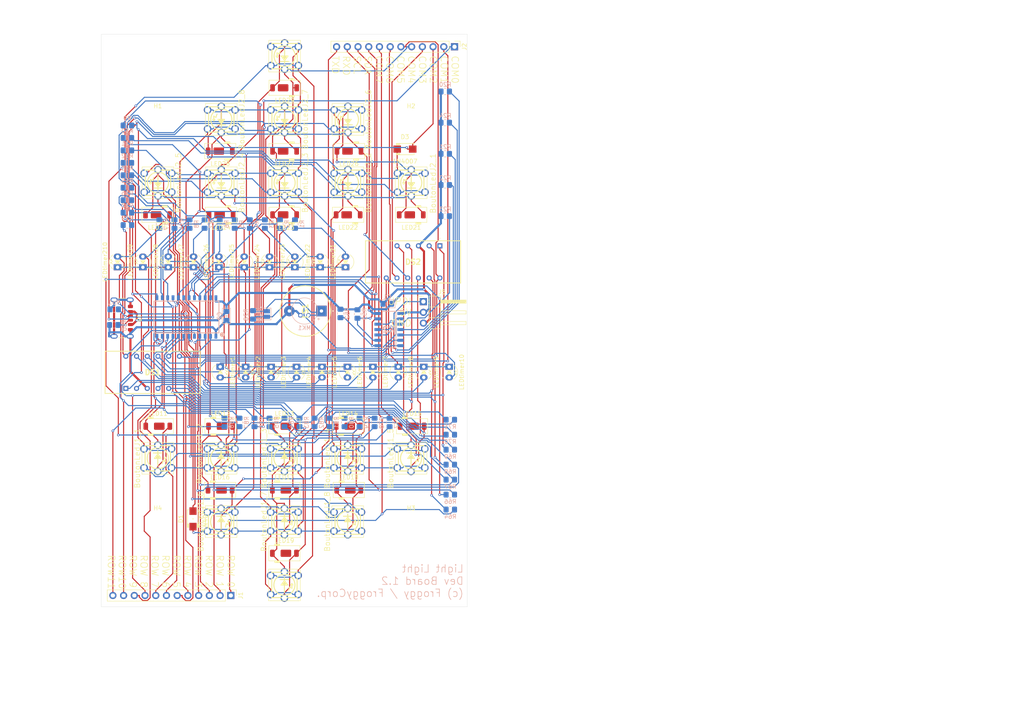
<source format=kicad_pcb>
(kicad_pcb (version 20240108) (generator "pcbnew") (generator_version "8.0")
  (layers (0 "F.Cu" signal) (31 "B.Cu" signal) (34 "B.Paste" user) (35 "F.Paste" user) (36 "B.SilkS" user "B.Silkscreen") (37 "F.SilkS" user "F.Silkscreen") (38 "B.Mask" user) (39 "F.Mask" user) (44 "Edge.Cuts" user))
  (net 0 "")
  (net 1 "/Bouton J1_1")
  (net 2 "/Bouton J1_2")
  (net 3 "/Bouton J1_3")
  (net 4 "/Bouton J1_4")
  (net 5 "/Bouton J1_5")
  (net 6 "/Bouton J1_6")
  (net 7 "/Bouton J1_7")
  (net 8 "/Bouton J1_8")
  (net 9 "/Bouton J1_9")
  (net 10 "/ResJump23/Out")
  (net 11 "Net-(J3-CC1)")
  (net 12 "Net-(J3-CC2)")
  (net 14 "/TXD")
  (net 15 "/UPDI")
  (net 16 "/RXD")
  (net 17 "/ResJump23/In")
  (net 18 "ROW5")
  (net 19 "COM0")
  (net 20 "ROW6")
  (net 29 "/Groupe bouton led J2/Vcc Bouton J2")
  (net 30 "COM6")
  (net 31 "ROW7")
  (net 32 "COM7")
  (net 33 "ROW0")
  (net 34 "ROW10")
  (net 35 "ROW3")
  (net 36 "ROW9")
  (net 37 "ROW11")
  (net 38 "ROW4")
  (net 39 "/SCL")
  (net 40 "/SDA")
  (net 41 "ROW1")
  (net 42 "ROW2")
  (net 43 "COM5")
  (net 44 "COM3")
  (net 45 "ROW8")
  (net 46 "COM2")
  (net 47 "COM1")
  (net 48 "/Groupe bouton led J1/Vcc Bouton J1")
  (net 49 "+5V")
  (net 50 "GND")
  (net 51 "COM4")
  (net 52 "/AnodeLedJoueur1_1")
  (net 53 "/AnodeLedJoueur1_2")
  (net 54 "/AnodeLedJoueur1_3")
  (net 55 "/AnodeLedJoueur1_4")
  (net 56 "/AnodeLedJoueur1_5")
  (net 57 "/AnodeLedJoueur1_6")
  (net 58 "/AnodeLedJoueur1_7")
  (net 59 "/AnodeLedJoueur1_8")
  (net 60 "/AnodeLedJoueur1_9")
  (net 61 "/AnodeLedJoueur2_3")
  (net 62 "/AnodeLedJoueur2_4")
  (net 63 "/AnodeLedJoueur2_5")
  (net 64 "/SegE J1")
  (net 65 "/SegB J1")
  (net 66 "/SegD J1")
  (net 67 "/SegF J1")
  (net 68 "/SegA J1")
  (net 69 "/SegG J1")
  (net 70 "/SegC J1")
  (net 71 "/AnodeLedTimer J1_1")
  (net 72 "/AnodeLedTimer J1_2")
  (net 73 "/AnodeLedTimer J1_3")
  (net 74 "/AnodeLedTimer J1_4")
  (net 75 "/AnodeLedTimer J1_5")
  (net 76 "/AnodeLedTimer J1_6")
  (net 77 "/AnodeLedTimer J1_7")
  (net 78 "/AnodeLedTimer J1_8")
  (net 79 "/AnodeLedTimer J1_9")
  (net 80 "/AnodeLedTimer J1_10")
  (net 81 "Net-(IC2-PA7)")
  (net 82 "Net-(IC2-PA1)")
  (net 83 "Net-(IC2-PA5)")
  (net 84 "Net-(IC2-PA6)")
  (net 85 "Net-(IC2-PA2)")
  (footprint "lib:6MM SWITCH WITH LED GFN" (layer "F.Cu") (at 154.7 200 90)
    (property "Reference" "BoutonLedJ1_3")
    (property "Value" "SCHLIB_Tactile-Switch-with-LED-GFN_2024-07-13" (hide yes))
  )
  (footprint "lib:6MM SWITCH WITH LED GFN" (layer "F.Cu") (at 169.7 215 90)
    (property "Reference" "BoutonLedJ1_8")
    (property "Value" "SCHLIB_Tactile-Switch-with-LED-GFN_2024-07-13" (hide yes))
  )
  (footprint "PCM_LED_SMD_AKL:LED_Yuji_5730" (layer "F.Cu") (at 124.7 192.3999)
    (property "Reference" "LED11")
    (property "Value" "LED_PLCC2_5.7x3.0_Pad" (hide yes))
  )
  (footprint "lib:6MM SWITCH WITH LED GFN" (layer "F.Cu") (at 139.7 215 90)
    (property "Reference" "BoutonLedJ1_6")
    (property "Value" "SCHLIB_Tactile-Switch-with-LED-GFN_2024-07-13" (hide yes))
  )
  (footprint "PCM_LED_SMD_AKL:LED_Yuji_5730" (layer "F.Cu") (at 169.9987 127.2166 180)
    (property "Reference" "LED26")
    (property "Value" "LED_PLCC2_5.7x3.0_Pad" (hide yes))
  )
  (footprint "lib:6MM SWITCH WITH LED GFN" (layer "F.Cu") (at 169.7468 119.7166 -90)
    (property "Reference" "BoutonLedJ2_6")
    (property "Value" "SCHLIB_Tactile-Switch-with-LED-GFN_2024-07-13" (hide yes))
  )
  (footprint "lib:6MM SWITCH WITH LED GFN" (layer "F.Cu") (at 124.7 200 90)
    (property "Reference" "BoutonLedJ1_1")
    (property "Value" "SCHLIB_Tactile-Switch-with-LED-GFN_2024-07-13" (hide yes))
  )
  (footprint "MountingHole:MountingHole_2.2mm_M2" (layer "F.Cu") (at 124.7 119.75)
    (property "Reference" "H1")
    (property "Value" "MountingHole")
  )
  (footprint "lib:LDTM2804RI" (layer "F.Cu") (at 117.1325 183.4425)
    (property "Reference" "DS1")
    (property "Value" "LDT-M2804RI cathode" (hide yes))
  )
  (footprint "PCM_LED_THT_AKL:LED_D3.0mm" (layer "F.Cu") (at 151.17 154.745 90)
    (property "Reference" "LEDtimer24")
    (property "Value" "LED_3mm_Yellow" (hide yes))
  )
  (footprint "lib:6MM SWITCH WITH LED GFN" (layer "F.Cu") (at 139.7468 134.7166 -90)
    (property "Reference" "BoutonLedJ2_4")
    (property "Value" "SCHLIB_Tactile-Switch-with-LED-GFN_2024-07-13" (hide yes))
  )
  (footprint "PCM_LED_THT_AKL:LED_D3.0mm" (layer "F.Cu") (at 187.712216 178.31 -90)
    (property "Reference" "LEDtimer9")
    (property "Value" "LED_3mm_Green" (hide yes))
  )
  (footprint "PCM_LED_THT_AKL:LED_D3.0mm" (layer "F.Cu") (at 169.628885 178.31 -90)
    (property "Reference" "LEDtimer6")
    (property "Value" "LED_3mm_Green" (hide yes))
  )
  (footprint "PCM_LED_SMD_AKL:LED_Yuji_5730" (layer "F.Cu") (at 154.7468 127.2166 180)
    (property "Reference" "LED27")
    (property "Value" "LED_PLCC2_5.7x3.0_Pad" (hide yes))
  )
  (footprint "lib:6MM SWITCH WITH LED GFN" (layer "F.Cu") (at 139.7468 119.7166 -90)
    (property "Reference" "BoutonLedJ2_8")
    (property "Value" "SCHLIB_Tactile-Switch-with-LED-GFN_2024-07-13" (hide yes))
  )
  (footprint "PCM_4ms_Diode:D_DO-214AC_SMA" (layer "F.Cu") (at 133.0452 214.3426 90)
    (property "Reference" "D1")
    (property "Value" "1N4007")
  )
  (footprint "lib:6MM SWITCH WITH LED GFN" (layer "F.Cu") (at 154.7468 104.7166 -90)
    (property "Reference" "BoutonLedJ2_9" (hide yes))
    (property "Value" "SCHLIB_Tactile-Switch-with-LED-GFN_2024-07-13" (hide yes))
  )
  (footprint "PCM_LED_SMD_AKL:LED_Yuji_5730" (layer "F.Cu") (at 154.7468 142.3167 180)
    (property "Reference" "LED23")
    (property "Value" "LED_PLCC2_5.7x3.0_Pad" (hide yes))
  )
  (footprint "PCM_LED_THT_AKL:LED_D3.0mm" (layer "F.Cu") (at 151.545554 178.31 -90)
    (property "Reference" "LEDtimer3")
    (property "Value" "LED_3mm_Yellow" (hide yes))
  )
  (footprint "PCM_LED_THT_AKL:LED_D3.0mm" (layer "F.Cu") (at 127.17 154.745 90)
    (property "Reference" "LEDtimer28")
    (property "Value" "LED_3mm_Green" (hide yes))
  )
  (footprint "lib:6MM SWITCH WITH LED GFN" (layer "F.Cu") (at 154.7468 119.7166 -90)
    (property "Reference" "BoutonLedJ2_7")
    (property "Value" "SCHLIB_Tactile-Switch-with-LED-GFN_2024-07-13" (hide yes))
  )
  (footprint "PCM_4ms_Diode:D_DO-214AC_SMA" (layer "F.Cu") (at 183.25 126.75)
    (property "Reference" "D3")
    (property "Value" "1N4007")
  )
  (footprint "PCM_LED_SMD_AKL:LED_Yuji_5730" (layer "F.Cu") (at 169.7979 142.3167 180)
    (property "Reference" "LED22")
    (property "Value" "LED_PLCC2_5.7x3.0_Pad" (hide yes))
  )
  (footprint "lib:6MM SWITCH WITH LED GFN" (layer "F.Cu") (at 169.7 200 90)
    (property "Reference" "BoutonLedJ1_4")
    (property "Value" "SCHLIB_Tactile-Switch-with-LED-GFN_2024-07-13" (hide yes))
  )
  (footprint "PCM_LED_THT_AKL:LED_D3.0mm" (layer "F.Cu") (at 145.17 154.745 90)
    (property "Reference" "LEDtimer25")
    (property "Value" "LED_3mm_Yellow" (hide yes))
  )
  (footprint "lib:6MM SWITCH WITH LED GFN" (layer "F.Cu") (at 184.7 200 90)
    (property "Reference" "BoutonLedJ1_5")
    (property "Value" "SCHLIB_Tactile-Switch-with-LED-GFN_2024-07-13" (hide yes))
  )
  (footprint "lib:6MM SWITCH WITH LED GFN" (layer "F.Cu") (at 154.7 230 90)
    (property "Reference" "BoutonLedJ1_9" (hide yes))
    (property "Value" "SCHLIB_Tactile-Switch-with-LED-GFN_2024-07-13" (hide yes))
  )
  (footprint "PCM_LED_THT_AKL:LED_D3.0mm" (layer "F.Cu") (at 139.17 154.745 90)
    (property "Reference" "LEDtimer26")
    (property "Value" "LED_3mm_Green" (hide yes))
  )
  (footprint "PCM_LED_SMD_AKL:LED_Yuji_5730" (layer "F.Cu") (at 154.7 222.5)
    (property "Reference" "LED19")
    (property "Value" "LED_PLCC2_5.7x3.0_Pad" (hide yes))
  )
  (footprint "lib:6MM SWITCH WITH LED GFN" (layer "F.Cu") (at 184.7468 134.7166 -90)
    (property "Reference" "BoutonLedJ2_1")
    (property "Value" "SCHLIB_Tactile-Switch-with-LED-GFN_2024-07-13" (hide yes))
  )
  (footprint "PCM_LED_THT_AKL:LED_D3.0mm" (layer "F.Cu") (at 121.17 154.745 90)
    (property "Reference" "LEDtimer29")
    (property "Value" "LED_3mm_Green" (hide yes))
  )
  (footprint "PCM_LED_THT_AKL:LED_D3.0mm" (layer "F.Cu") (at 145.517777 178.31 -90)
    (property "Reference" "LEDtimer2")
    (property "Value" "LED_3mm_Red" (hide yes))
  )
  (footprint "PCM_LED_SMD_AKL:LED_Yuji_5730" (layer "F.Cu") (at 169.9519 207.5)
    (property "Reference" "LED18")
    (property "Value" "LED_PLCC2_5.7x3.0_Pad" (hide yes))
  )
  (footprint "PCM_LED_THT_AKL:LED_D3.0mm" (layer "F.Cu") (at 139.49 178.31 -90)
    (property "Reference" "LEDtimer1")
    (property "Value" "LED_3mm_Red" (hide yes))
  )
  (footprint "lib:6MM SWITCH WITH LED GFN" (layer "F.Cu") (at 169.7468 134.7166 -90)
    (property "Reference" "BoutonLedJ2_2")
    (property "Value" "SCHLIB_Tactile-Switch-with-LED-GFN_2024-07-13" (hide yes))
  )
  (footprint "PCM_LED_SMD_AKL:LED_Yuji_5730" (layer "F.Cu") (at 169.826 192.3999)
    (property "Reference" "LED14")
    (property "Value" "LED_PLCC2_5.7x3.0_Pad" (hide yes))
  )
  (footprint "lib:6MM SWITCH WITH LED GFN" (layer "F.Cu") (at 154.7468 134.7166 -90)
    (property "Reference" "BoutonLedJ2_3")
    (property "Value" "SCHLIB_Tactile-Switch-with-LED-GFN_2024-07-13" (hide yes))
  )
  (footprint "PCM_LED_THT_AKL:LED_D3.0mm" (layer "F.Cu") (at 181.684439 178.31 -90)
    (property "Reference" "LEDtimer8")
    (property "Value" "LED_3mm_Green" (hide yes))
  )
  (footprint "Connector_PinHeader_2.54mm:PinHeader_1x12_P2.54mm_Vertical" (layer "F.Cu") (at 142 232.5 -90)
    (property "Reference" "J1")
    (property "Value" "Conn_01x12_Pin" (hide yes))
  )
  (footprint "PCM_LED_SMD_AKL:LED_Yuji_5730" (layer "F.Cu") (at 139.6958 142.3167 180)
    (property "Reference" "LED24")
    (property "Value" "LED_PLCC2_5.7x3.0_Pad" (hide yes))
  )
  (footprint "Connector_PinHeader_2.54mm:PinHeader_1x03_P2.54mm_Horizontal" (layer "F.Cu") (at 187.625 162.8798)
    (property "Reference" "J5")
    (property "Value" "Conn_01x03" (hide yes))
  )
  (footprint "lib:6MM SWITCH WITH LED GFN" (layer "F.Cu") (at 154.7 215 90)
    (property "Reference" "BoutonLedJ1_7")
    (property "Value" "SCHLIB_Tactile-Switch-with-LED-GFN_2024-07-13" (hide yes))
  )
  (footprint "PCM_LED_THT_AKL:LED_D3.0mm" (layer "F.Cu") (at 169.17 154.745 90)
    (property "Reference" "LEDtimer21")
    (property "Value" "LED_3mm_Red" (hide yes))
  )
  (footprint "lib:LDTM2804RI" (layer "F.Cu") (at 191.529 149.6568 180)
    (property "Reference" "DS2")
    (property "Value" "LDT-M2804RI cathode" (hide yes))
  )
  (footprint "Connector_PinHeader_2.54mm:PinHeader_1x12_P2.54mm_Vertical" (layer "F.Cu") (at 195 102.5 -90)
    (property "Reference" "J2")
    (property "Value" "Conn_01x12_Pin" (hide yes))
  )
  (footprint "MountingHole:MountingHole_2.2mm_M2" (layer "F.Cu") (at 184.7 119.75)
    (property "Reference" "H2")
    (property "Value" "MountingHole")
  )
  (footprint "PCM_LED_SMD_AKL:LED_Yuji_5730" (layer "F.Cu") (at 184.9519 192.3999)
    (property "Reference" "LED15")
    (property "Value" "LED_PLCC2_5.7x3.0_Pad" (hide yes))
  )
  (footprint "PCM_LED_THT_AKL:LED_D3.0mm" (layer "F.Cu") (at 133.17 154.745 90)
    (property "Reference" "LEDtimer27")
    (property "Value" "LED_3mm_Green" (hide yes))
  )
  (footprint "lib:6MM SWITCH WITH LED GFN" (layer "F.Cu") (at 139.7 200 90)
    (property "Reference" "BoutonLedJ1_2")
    (property "Value" "SCHLIB_Tactile-Switch-with-LED-GFN_2024-07-13" (hide yes))
  )
  (footprint "PCM_LED_SMD_AKL:LED_Yuji_5730" (layer "F.Cu") (at 139.4481 207.5)
    (property "Reference" "LED16")
    (property "Value" "LED_PLCC2_5.7x3.0_Pad" (hide yes))
  )
  (footprint "PCM_LED_SMD_AKL:LED_Yuji_5730" (layer "F.Cu") (at 154.7 192.3999)
    (property "Reference" "LED13")
    (property "Value" "LED_PLCC2_5.7x3.0_Pad" (hide yes))
  )
  (footprint "PCM_LED_THT_AKL:LED_D3.0mm" (layer "F.Cu") (at 163.17 154.745 90)
    (property "Reference" "LEDtimer22")
    (property "Value" "LED_3mm_Red" (hide yes))
  )
  (footprint "PCM_LED_THT_AKL:LED_D3.0mm" (layer "F.Cu") (at 163.601108 178.31 -90)
    (property "Reference" "LEDtimer5")
    (property "Value" "LED_3mm_Yellow" (hide yes))
  )
  (footprint "PCM_LED_SMD_AKL:LED_Yuji_5730" (layer "F.Cu") (at 184.7468 142.3167 180)
    (property "Reference" "LED21")
    (property "Value" "LED_PLCC2_5.7x3.0_Pad" (hide yes))
  )
  (footprint "PCM_LED_SMD_AKL:LED_Yuji_5730" (layer "F.Cu") (at 124.6447 142.3167 180)
    (property "Reference" "LED25")
    (property "Value" "LED_PLCC2_5.7x3.0_Pad" (hide yes))
  )
  (footprint "PCM_LED_THT_AKL:LED_D3.0mm" (layer "F.Cu") (at 193.74 178.31 -90)
    (property "Reference" "LEDtimer10")
    (property "Value" "LED_3mm_Green" (hide yes))
  )
  (footprint "Connector_USB:USB_C_Receptacle_GCT_USB4125-xx-x_6P_TopMnt_Horizontal" (layer "F.Cu") (at 115.1418 166.7764 -90)
    (property "Reference" "J3")
    (property "Value" "USB_C_Receptacle_PowerOnly_6P" (hide yes))
  )
  (footprint "lib:6MM SWITCH WITH LED GFN" (layer "F.Cu") (at 124.7468 134.7166 -90)
    (property "Reference" "BoutonLedJ2_5")
    (property "Value" "SCHLIB_Tactile-Switch-with-LED-GFN_2024-07-13" (hide yes))
  )
  (footprint "MountingHole:MountingHole_2.2mm_M2" (layer "F.Cu") (at 184.7 215)
    (property "Reference" "H3")
    (property "Value" "MountingHole")
  )
  (footprint "lib:CMI127505TH" (layer "F.Cu") (at 163.4644 165.1 -90)
    (property "Reference" "LS1")
    (property "Value" "CMI-1275-05TH" (hide yes))
  )
  (footprint "PCM_LED_SMD_AKL:LED_Yuji_5730" (layer "F.Cu") (at 139.5741 192.3999)
    (property "Reference" "LED12")
    (property "Value" "LED_PLCC2_5.7x3.0_Pad" (hide yes))
  )
  (footprint "PCM_LED_THT_AKL:LED_D3.0mm" (layer "F.Cu") (at 175.656662 178.31 -90)
    (property "Reference" "LEDtimer7")
    (property "Value" "LED_3mm_Green" (hide yes))
  )
  (footprint "PCM_LED_THT_AKL:LED_D3.0mm" (layer "F.Cu") (at 157.573331 178.31 -90)
    (property "Reference" "LEDtimer4")
    (property "Value" "LED_3mm_Yellow" (hide yes))
  )
  (footprint "MountingHole:MountingHole_2.2mm_M2" (layer "F.Cu") (at 124.7 215)
    (property "Reference" "H4")
    (property "Value" "MountingHole")
  )
  (footprint "PCM_LED_SMD_AKL:LED_Yuji_5730" (layer "F.Cu") (at 154.7468 112.2166 180)
    (property "Reference" "LED29")
    (property "Value" "LED_PLCC2_5.7x3.0_Pad" (hide yes))
  )
  (footprint "PCM_LED_SMD_AKL:LED_Yuji_5730" (layer "F.Cu") (at 139.4949 127.2166 180)
    (property "Reference" "LED28")
    (property "Value" "LED_PLCC2_5.7x3.0_Pad" (hide yes))
  )
  (footprint "PCM_LED_SMD_AKL:LED_Yuji_5730" (layer "F.Cu") (at 154.7 207.5)
    (property "Reference" "LED17")
    (property "Value" "LED_PLCC2_5.7x3.0_Pad" (hide yes))
  )
  (footprint "PCM_LED_THT_AKL:LED_D3.0mm" (layer "F.Cu") (at 115.17 154.745 90)
    (property "Reference" "LEDtimer210")
    (property "Value" "LED_3mm_Green" (hide yes))
  )
  (footprint "PCM_LED_THT_AKL:LED_D3.0mm" (layer "F.Cu") (at 157.17 154.745 90)
    (property "Reference" "LEDtimer23")
    (property "Value" "LED_3mm_Yellow" (hide yes))
  )
  (footprint "Resistor_SMD:R_0805_2012Metric_Pad1.20x1.40mm_HandSolder" (layer "B.Cu") (at 117.5 135.9 180)
    (property "Reference" "R15")
    (property "Value" "39K")
  )
  (footprint "Resistor_SMD:R_0805_2012Metric_Pad1.20x1.40mm_HandSolder" (layer "B.Cu") (at 165.392 191.5 90)
    (property "Reference" "R81")
    (property "Value" "5K / 330")
  )
  (footprint "Resistor_SMD:R_0805_2012Metric_Pad1.20x1.40mm_HandSolder" (layer "B.Cu") (at 150.0694 144.5 90)
    (property "Reference" "R3")
    (property "Value" "220")
  )
  (footprint "Resistor_SMD:R_0805_2012Metric_Pad1.20x1.40mm_HandSolder" (layer "B.Cu") (at 167.98 165.68 90)
    (property "Reference" "R52")
    (property "Value" "5K")
  )
  (footprint "Resistor_SMD:R_0805_2012Metric_Pad1.20x1.40mm_HandSolder" (layer "B.Cu") (at 179.616 191.5 90)
    (property "Reference" "R77")
    (property "Value" "5K / 330")
  )
  (footprint "Resistor_SMD:R_0805_2012Metric_Pad1.20x1.40mm_HandSolder" (layer "B.Cu") (at 132.2225 144.5 90)
    (property "Reference" "R8")
    (property "Value" "220")
  )
  (footprint "Resistor_SMD:R_0805_2012Metric_Pad1.20x1.40mm_HandSolder" (layer "B.Cu") (at 117.5 127.05 180)
    (property "Reference" "R11")
    (property "Value" "39K")
  )
  (footprint "Resistor_SMD:R_0805_2012Metric_Pad1.20x1.40mm_HandSolder" (layer "B.Cu") (at 192.795 120.4825 180)
    (property "Reference" "R24")
    (property "Value" "220")
  )
  (footprint "Resistor_SMD:R_0805_2012Metric_Pad1.20x1.40mm_HandSolder" (layer "B.Cu") (at 157.2081 144.5 90)
    (property "Reference" "R1")
    (property "Value" "5K")
  )
  (footprint "Resistor_SMD:R_0805_2012Metric_Pad1.20x1.40mm_HandSolder" (layer "B.Cu") (at 194 208.5951)
    (property "Reference" "R66")
    (property "Value" "330")
  )
  (footprint "Resistor_SMD:R_0805_2012Metric_Pad1.20x1.40mm_HandSolder" (layer "B.Cu") (at 139.3612 144.5 90)
    (property "Reference" "R6")
    (property "Value" "220")
  )
  (footprint "Resistor_SMD:R_0805_2012Metric_Pad1.20x1.40mm_HandSolder" (layer "B.Cu") (at 154.724 191.5 90)
    (property "Reference" "R84")
    (property "Value" "5K / 330")
  )
  (footprint "Resistor_SMD:R_0805_2012Metric_Pad1.20x1.40mm_HandSolder" (layer "B.Cu") (at 125.0837 144.5 90)
    (property "Reference" "R17")
    (property "Value" "220")
  )
  (footprint "Resistor_SMD:R_0805_2012Metric_Pad1.20x1.40mm_HandSolder" (layer "B.Cu") (at 147.2704 166.0112 -90)
    (property "Reference" "R28")
    (property "Value" "20 (a verif)" (hide yes))
  )
  (footprint "Resistor_SMD:R_0805_2012Metric_Pad1.20x1.40mm_HandSolder" (layer "B.Cu") (at 135.7919 144.5 90)
    (property "Reference" "R7")
    (property "Value" "220")
  )
  (footprint "Resistor_SMD:R_0805_2012Metric_Pad1.20x1.40mm_HandSolder" (layer "B.Cu") (at 194 190.8574)
    (property "Reference" "R71")
    (property "Value" "330")
  )
  (footprint "Resistor_SMD:R_0805_2012Metric_Pad1.20x1.40mm_HandSolder" (layer "B.Cu") (at 114.2754 168.4088 180)
    (property "Reference" "R50")
    (property "Value" "5.1K")
  )
  (footprint "Resistor_SMD:R_0805_2012Metric_Pad1.20x1.40mm_HandSolder" (layer "B.Cu") (at 194 212.1426)
    (property "Reference" "R64")
    (property "Value" "330")
  )
  (footprint "Resistor_SMD:R_0805_2012Metric_Pad1.20x1.40mm_HandSolder" (layer "B.Cu") (at 176.06 191.5 90)
    (property "Reference" "R78")
    (property "Value" "5K / 330")
  )
  (footprint "Resistor_SMD:R_0805_2012Metric_Pad1.20x1.40mm_HandSolder" (layer "B.Cu") (at 172.504 191.5 90)
    (property "Reference" "R79")
    (property "Value" "5K / 330")
  )
  (footprint "Resistor_SMD:R_0805_2012Metric_Pad1.20x1.40mm_HandSolder" (layer "B.Cu") (at 146.5 144.5 90)
    (property "Reference" "R4")
    (property "Value" "220")
  )
  (footprint "Resistor_SMD:R_0805_2012Metric_Pad1.20x1.40mm_HandSolder" (layer "B.Cu") (at 147.612 191.5 90)
    (property "Reference" "R86")
    (property "Value" "5K / 330")
  )
  (footprint "Resistor_SMD:R_0805_2012Metric_Pad1.20x1.40mm_HandSolder" (layer "B.Cu") (at 168.948 191.5 90)
    (property "Reference" "R80")
    (property "Value" "5K / 330")
  )
  (footprint "Resistor_SMD:R_0805_2012Metric_Pad1.20x1.40mm_HandSolder" (layer "B.Cu") (at 128.6531 144.5 90)
    (property "Reference" "R14")
    (property "Value" "220")
  )
  (footprint "lib:SOIC127P600X175-14N" (layer "B.Cu") (at 179.5 169.5 180)
    (property "Reference" "IC2")
    (property "Value" "ATTINY1604-SSNR" (hide yes))
  )
  (footprint "Resistor_SMD:R_0805_2012Metric_Pad1.20x1.40mm_HandSolder" (layer "B.Cu") (at 117.5 124.1 180)
    (property "Reference" "R10")
    (property "Value" "39K")
  )
  (footprint "Resistor_SMD:R_0805_2012Metric_Pad1.20x1.40mm_HandSolder" (layer "B.Cu") (at 194 205.0475)
    (property "Reference" "R67")
    (property "Value" "330")
  )
  (footprint "Resistor_SMD:R_0805_2012Metric_Pad1.20x1.40mm_HandSolder" (layer "B.Cu") (at 117.5 141.8 180)
    (property "Reference" "R18")
    (property "Value" "39K")
  )
  (footprint "Resistor_SMD:R_0805_2012Metric_Pad1.20x1.40mm_HandSolder" (layer "B.Cu") (at 117.5 121.15 180)
    (property "Reference" "R9")
    (property "Value" "39K")
  )
  (footprint "Resistor_SMD:R_0805_2012Metric_Pad1.20x1.40mm_HandSolder" (layer "B.Cu") (at 192.795 135.2475 180)
    (property "Reference" "R22")
    (property "Value" "220")
  )
  (footprint "Resistor_SMD:R_0805_2012Metric_Pad1.20x1.40mm_HandSolder" (layer "B.Cu") (at 194 201.5)
    (property "Reference" "R68")
    (property "Value" "330")
  )
  (footprint "Resistor_SMD:R_0805_2012Metric_Pad1.20x1.40mm_HandSolder" (layer "B.Cu") (at 158.28 191.5 90)
    (property "Reference" "R83")
    (property "Value" "5K / 330")
  )
  (footprint "Resistor_SMD:R_0805_2012Metric_Pad1.20x1.40mm_HandSolder" (layer "B.Cu") (at 140.5 191.5 90)
    (property "Reference" "R88")
    (property "Value" "5K / 330")
  )
  (footprint "Resistor_SMD:R_0805_2012Metric_Pad1.20x1.40mm_HandSolder" (layer "B.Cu") (at 142.9306 144.5 90)
    (property "Reference" "R5")
    (property "Value" "220")
  )
  (footprint "Resistor_SMD:R_0805_2012Metric_Pad1.20x1.40mm_HandSolder" (layer "B.Cu") (at 144.056 191.5 90)
    (property "Reference" "R87")
    (property "Value" "5K / 330")
  )
  (footprint "lib:HT16K33" (layer "B.Cu") (at 131.4847 166.5249 180)
    (property "Reference" "IC1")
    (property "Value" "HT16K33" (hide yes))
    (property "VALUE" "HTK16K33" (hide yes))
  )
  (footprint "Resistor_SMD:R_0805_2012Metric_Pad1.20x1.40mm_HandSolder" (layer "B.Cu") (at 114.377 164.7004 180)
    (property "Reference" "R51")
    (property "Value" "5.1K")
  )
  (footprint "Resistor_SMD:R_0805_2012Metric_Pad1.20x1.40mm_HandSolder" (layer "B.Cu") (at 192.795 142.63 180)
    (property "Reference" "R23")
    (property "Value" "220")
  )
  (footprint "Resistor_SMD:R_0805_2012Metric_Pad1.20x1.40mm_HandSolder" (layer "B.Cu") (at 117.5 138.85 180)
    (property "Reference" "R16")
    (property "Value" "39K")
  )
  (footprint "Resistor_SMD:R_0805_2012Metric_Pad1.20x1.40mm_HandSolder" (layer "B.Cu") (at 153.6388 144.5 90)
    (property "Reference" "R2")
    (property "Value" "220")
  )
  (footprint "Resistor_SMD:R_0805_2012Metric_Pad1.20x1.40mm_HandSolder" (layer "B.Cu") (at 151.168 191.5 90)
    (property "Reference" "R85")
    (property "Value" "5K / 330")
  )
  (footprint "Jumper:SolderJumper-2_P1.3mm_Open_Pad1.0x1.5mm" (layer "B.Cu") (at 150.5204 165.8112 -90)
    (property "Reference" "JP18")
    (property "Value" "SolderJumper_2_Open" (hide yes))
  )
  (footprint "Resistor_SMD:R_0805_2012Metric_Pad1.20x1.40mm_HandSolder" (layer "B.Cu") (at 117.5 132.95 180)
    (property "Reference" "R13")
    (property "Value" "39K")
  )
  (footprint "Resistor_SMD:R_0805_2012Metric_Pad1.20x1.40mm_HandSolder" (layer "B.Cu") (at 194 194.4049)
    (property "Reference" "R70")
    (property "Value" "330")
  )
  (footprint "Resistor_SMD:R_0805_2012Metric_Pad1.20x1.40mm_HandSolder" (layer "B.Cu") (at 161.836 191.5 90)
    (property "Reference" "R82")
    (property "Value" "5K / 330")
  )
  (footprint "Resistor_SMD:R_0805_2012Metric_Pad1.20x1.40mm_HandSolder" (layer "B.Cu") (at 192.795 127.865 180)
    (property "Reference" "R21")
    (property "Value" "220")
  )
  (footprint "Resistor_SMD:R_0805_2012Metric_Pad1.20x1.40mm_HandSolder" (layer "B.Cu") (at 194 197.9525)
    (property "Reference" "R69")
    (property "Value" "330")
  )
  (footprint "Sensor_Audio:POM-2244P-C3310-2-R" (layer "B.Cu") (at 158.4969 166.1)
    (property "Reference" "MK1")
    (property "Value" "Microphone" (hide yes))
  )
  (footprint "Resistor_SMD:R_0805_2012Metric_Pad1.20x1.40mm_HandSolder" (layer "B.Cu") (at 117.5 144.75 180)
    (property "Reference" "R19")
    (property "Value" "39K")
  )
  (footprint "PCM_Capacitor_SMD_AKL:C_0805_2012Metric_Pad1.15x1.40mm_HandSolder" (layer "B.Cu") (at 140.9589 166.2709 -90)
    (property "Reference" "C2")
    (property "Value" "0.1uF")
  )
  (footprint "Resistor_SMD:R_0805_2012Metric_Pad1.20x1.40mm_HandSolder" (layer "B.Cu") (at 192.795 113.1 180)
    (property "Reference" "R20")
    (property "Value" "220")
  )
  (footprint "PCM_Capacitor_SMD_AKL:C_0805_2012Metric_Pad1.15x1.40mm_HandSolder" (layer "B.Cu") (at 179.074 163.404 180)
    (property "Reference" "C1")
    (property "Value" "0.1uF")
  )
  (footprint "Resistor_SMD:R_0805_2012Metric_Pad1.20x1.40mm_HandSolder" (layer "B.Cu") (at 117.5 130 180)
    (property "Reference" "R12")
    (property "Value" "39K")
  )
  (footprint "Resistor_SMD:R_0805_2012Metric_Pad1.20x1.40mm_HandSolder" (layer "B.Cu") (at 172.0088 165.8112 90)
    (property "Reference" "R53")
    (property "Value" "5K")
  )
  (gr_rect (start 111.3376 99.5236) (end 198.0288 235.196) (stroke (width 0.05)) (fill none) (layer "Edge.Cuts"))
  (gr_text "Light Light\nDev Board 1.2\n(c) Froggy / FroggyCorp.\n" (at 197.25 233 0) (layer "B.SilkS") (effects (font (size 1.8 1.8)) (justify left bottom mirror)))
  (gr_text "COM0\nCOM1\nCOM2\nCOM3\nCOM4\nCOM5\nCOM6\nCOM7\nSDA\nSCL\nRXD\nTXD" (at 165.8408 104.5048 -90) (layer "F.SilkS") (effects (font (size 1.6 1.6)) (justify left bottom)))
  (gr_text "UPDI\n5V\nGND" (at 184.9326 168.925 0) (layer "F.SilkS") (effects (font (size 1.6 1.6)) (justify right bottom)))
  (gr_text "ROW 0\nROW 1\nROW 2\nROW 3\nROW 4\nROW 5\nROW 6\nROW 7\nROW 8\nROW 9\nROW10\nROW11" (at 112.7392 222.7464 -90) (layer "F.SilkS") (effects (font (size 1.6 1.6)) (justify left bottom)))
  (segment (start 123.1729 147.2254) (end 123.1729 187.8602) (width 0.25) (layer "F.Cu") (net 1))
  (segment (start 123.1729 187.8602) (end 120 191.0331) (width 0.25) (layer "F.Cu") (net 1))
  (segment (start 121.4501 196.5432) (end 121.4501 197.7699) (width 0.25) (layer "F.Cu") (net 1))
  (segment (start 120.1157 144.1682) (end 123.1729 147.2254) (width 0.25) (layer "F.Cu") (net 1))
  (segment (start 120.1157 122.1157) (end 120.1157 144.1682) (width 0.25) (layer "F.Cu") (net 1))
  (segment (start 120 195.0931) (end 121.4501 196.5432) (width 0.25) (layer "F.Cu") (net 1))
  (segment (start 120 191.0331) (end 120 195.0931) (width 0.25) (layer "F.Cu") (net 1))
  (segment (start 120.05785 122.05785) (end 120.1157 122.1157) (width 0.25) (layer "F.Cu") (net 1))
  (via (at 120.05785 122.05785) (size 0.6) (drill 0.3) (layers "F.Cu" "B.Cu") (net 1))
  (segment (start 119.6768 120.9152) (end 119.6784 120.9152) (width 0.25) (layer "B.Cu") (net 1))
  (segment (start 119.6896 120.928) (end 119.6912 120.928) (width 0.25) (layer "B.Cu") (net 1))
  (segment (start 119.6976 120.936) (end 119.6992 120.936) (width 0.25) (layer "B.Cu") (net 1))
  (segment (start 119.688 120.9264) (end 119.6896 120.9264) (width 0.25) (layer "B.Cu") (net 1))
  (segment (start 119.7568 120.9952) (end 119.7584 120.9952) (width 0.25) (layer "B.Cu") (net 1))
  (segment (start 119.6736 120.9104) (end 119.6736 120.912) (width 0.25) (layer "B.Cu") (net 1))
  (segment (start 153.4358 129.969) (end 153.4928 129.912) (width 0.25) (layer "B.Cu") (net 1))
  (segment (start 122.6768 197.7699) (end 123.0568 198.1499) (width 0.25) (layer "B.Cu") (net 1))
  (segment (start 119.6816 120.92) (end 119.6832 120.92) (width 0.25) (layer "B.Cu") (net 1))
  (segment (start 119.7072 120.944) (end 119.7072 120.9456) (width 0.25) (layer "B.Cu") (net 1))
  (segment (start 119.7456 120.984) (end 119.7472 120.984) (width 0.25) (layer "B.Cu") (net 1))
  (segment (start 119.7504 120.9872) (end 119.7504 120.9888) (width 0.25) (layer "B.Cu") (net 1))
  (segment (start 119.7456 120.9824) (end 119.7456 120.984) (width 0.25) (layer "B.Cu") (net 1))
  (segment (start 119.736 120.9744) (end 119.7376 120.9744) (width 0.25) (layer "B.Cu") (net 1))
  (segment (start 119.7264 120.9632) (end 119.7264 120.9648) (width 0.25) (layer "B.Cu") (net 1))
  (segment (start 119.6992 120.936) (end 119.6992 120.9376) (width 0.25) (layer "B.Cu") (net 1))
  (segment (start 119.68 120.9184) (end 119.6816 120.9184) (width 0.25) (layer "B.Cu") (net 1))
  (segment (start 119.7392 120.9776) (end 119.7408 120.9776) (width 0.25) (layer "B.Cu") (net 1))
  (segment (start 119.696 120.9344) (end 119.6976 120.9344) (width 0.25) (layer "B.Cu") (net 1))
  (segment (start 119.7008 120.9376) (end 119.7008 120.9392) (width 0.25) (layer "B.Cu") (net 1))
  (segment (start 187.9967 136.9467) (end 186.77 136.9467) (width 0.25) (layer "B.Cu") (net 1))
  (segment (start 119.7408 120.9792) (end 119.7424 120.9792) (width 0.25) (layer "B.Cu") (net 1))
  (segment (start 119.6688 120.9056) (end 119.6688 120.9072) (width 0.25) (layer "B.Cu") (net 1))
  (segment (start 119.6992 120.9376) (end 119.7008 120.9376) (width 0.25) (layer "B.Cu") (net 1))
  (segment (start 127.9499 197.7501) (end 126.7232 197.7501) (width 0.25) (layer "B.Cu") (net 1))
  (segment (start 119.6848 120.9216) (end 119.6848 120.9232) (width 0.25) (layer "B.Cu") (net 1))
  (segment (start 119.7152 120.952) (end 119.7152 120.9536) (width 0.25) (layer "B.Cu") (net 1))
  (segment (start 119.7536 120.992) (end 119.7552 120.992) (width 0.25) (layer "B.Cu") (net 1))
  (segment (start 119.6672 120.904) (end 119.6672 120.9056) (width 0.25) (layer "B.Cu") (net 1))
  (segment (start 119.6864 120.9248) (end 119.688 120.9248) (width 0.25) (layer "B.Cu") (net 1))
  (segment (start 119.6736 120.912) (end 119.6752 120.912) (width 0.25) (layer "B.Cu") (net 1))
  (segment (start 133.168 124.25) (end 136.1544 127.2364) (width 0.25) (layer "B.Cu") (net 1))
  (segment (start 119.7136 120.9504) (end 119.7136 120.952) (width 0.25) (layer "B.Cu") (net 1))
  (segment (start 119.7616 121.7616) (end 122.25 124.25) (width 0.25) (layer "B.Cu") (net 1))
  (segment (start 119.7408 120.9776) (end 119.7408 120.9792) (width 0.25) (layer "B.Cu") (net 1))
  (segment (start 119.7232 120.9616) (end 119.7248 120.9616) (width 0.25) (layer "B.Cu") (net 1))
  (segment (start 119.7184 120.9568) (end 119.72 120.9568) (width 0.25) (layer "B.Cu") (net 1))
  (segment (start 119.7472 120.9856) (end 119.7488 120.9856) (width 0.25) (layer "B.Cu") (net 1))
  (segment (start 119.7392 120.976) (end 119.7392 120.9776) (width 0.25) (layer "B.Cu") (net 1))
  (segment (start 119.6784 120.9152) (end 119.6784 120.9168) (width 0.25) (layer "B.Cu") (net 1))
  (segment (start 119.7488 120.9856) (end 119.7488 120.9872) (width 0.25) (layer "B.Cu") (net 1))
  (segment (start 119.7424 120.9808) (end 119.744 120.9808) (width 0.25) (layer "B.Cu") (net 1))
  (segment (start 126.3234 198.1499) (end 126.7232 197.7501) (width 0.25) (layer "B.Cu") (net 1))
  (segment (start 119.7152 120.9536) (end 119.7168 120.9536) (width 0.25) (layer "B.Cu") (net 1))
  (segment (start 119.7104 120.9488) (end 119.712 120.9488) (width 0.25) (layer "B.Cu") (net 1))
  (segment (start 119.7072 120.9456) (end 119.7088 120.9456) (width 0.25) (layer "B.Cu") (net 1))
  (segment (start 119.7488 120.9872) (end 119.7504 120.9872) (width 0.25) (layer "B.Cu") (net 1))
  (segment (start 119.752 120.9904) (end 119.7536 120.9904) (width 0.25) (layer "B.Cu") (net 1))
  (segment (start 119.6752 120.9136) (end 119.6768 120.9136) (width 0.25) (layer "B.Cu") (net 1))
  (segment (start 119.7168 120.9536) (end 119.7168 120.9552) (width 0.25) (layer "B.Cu") (net 1))
  (segment (start 119.76 120.9968) (end 119.76 120.9984) (width 0.25) (layer "B.Cu") (net 1))
  (segment (start 119.672 120.9088) (end 119.672 120.9104) (width 0.25) (layer "B.Cu") (net 1))
  (segment (start 119.7216 120.9584) (end 119.7216 120.96) (width 0.25) (layer "B.Cu") (net 1))
  (segment (start 119.7104 120.9472) (end 119.7104 120.9488) (width 0.25) (layer "B.Cu") (net 1))
  (segment (start 119.7248 120.9632) (end 119.7264 120.9632) (width 0.25) (layer "B.Cu") (net 1))
  (segment (start 119.6688 120.9072) (end 119.6704 120.9072) (width 0.25) (layer "B.Cu") (net 1))
  (segment (start 152.2036 129.969) (end 153.4358 129.969) (width 0.25) (layer "B.Cu") (net 1))
  (segment (start 119.744 120.9808) (end 119.744 120.9824) (width 0.25) (layer "B.Cu") (net 1))
  (segment (start 119.7328 120.9696) (end 119.7328 120.9712) (width 0.25) (layer "B.Cu") (net 1))
  (segment (start 119.6816 120.9184) (end 119.6816 120.92) (width 0.25) (layer "B.Cu") (net 1))
  (segment (start 119.6752 120.912) (end 119.6752 120.9136) (width 0.25) (layer "B.Cu") (net 1))
  (segment (start 119.7312 120.968) (end 119.7312 120.9696) (width 0.25) (layer "B.Cu") (net 1))
  (segment (start 149.471 127.2364) (end 152.2036 129.969) (width 0.25) (layer "B.Cu") (net 1))
  (segment (start 119.736 120.9728) (end 119.736 120.9744) (width 0.25) (layer "B.Cu") (net 1))
  (segment (start 119.704 120.9424) (end 119.7056 120.9424) (width 0.25) (layer "B.Cu") (net 1))
  (segment (start 119.7536 120.9904) (end 119.7536 120.992) (width 0.25) (layer "B.Cu") (net 1))
  (segment (start 119.6976 120.9344) (end 119.6976 120.936) (width 0.25) (layer "B.Cu") (net 1))
  (segment (start 119.7568 120.9936) (end 119.7568 120.9952) (width 0.25) (layer "B.Cu") (net 1))
  (segment (start 119.664 120.9024) (end 119.6656 120.9024) (width 0.25) (layer "B.Cu") (net 1))
  (segment (start 119.7056 120.9424) (end 119.7056 120.944) (width 0.25) (layer "B.Cu") (net 1))
  (segment (start 119.744 120.9824) (end 119.7456 120.9824) (width 0.25) (layer "B.Cu") (net 1))
  (segment (start 119.7008 120.9392) (end 119.7024 120.9392) (width 0.25) (layer "B.Cu") (net 1))
  (segment (start 186.77 136.9467) (end 186.4087 136.5854) (width 0.25) (layer "B.Cu") (net 1))
  (segment (start 123.0568 198.1499) (end 126.3234 198.1499) (width 0.25) (layer "B.Cu") (net 1))
  (segment (start 119.6704 120.9072) (end 119.6704 120.9088) (width 0.25) (layer "B.Cu") (net 1))
  (segment (start 119.7584 120.9968) (end 119.76 120.9968) (width 0.25) (layer "B.Cu") (net 1))
  (segment (start 119.76 120.9984) (end 119.7616 120.9984) (width 0.25) (layer "B.Cu") (net 1))
  (segment (start 119.72 120.9568) (end 119.72 120.9584) (width 0.25) (layer "B.Cu") (net 1))
  (segment (start 180.2702 136.9665) (end 181.4969 136.9665) (width 0.25) (layer "B.Cu") (net 1))
  (segment (start 119.6704 120.9088) (end 119.672 120.9088) (width 0.25) (layer "B.Cu") (net 1))
  (segment (start 119.6928 120.9312) (end 119.6944 120.9312) (width 0.25) (layer "B.Cu") (net 1))
  (segment (start 119.7056 120.944) (end 119.7072 120.944) (width 0.25) (layer "B.Cu") (net 1))
  (segment (start 119.7504 120.9888) (end 119.752 120.9888) (width 0.25) (layer "B.Cu") (net 1))
  (segment (start 119.7376 120.9744) (end 119.7376 120.976) (width 0.25) (layer "B.Cu") (net 1))
  (segment (start 119.7232 120.96) (end 119.7232 120.9616) (width 0.25) (layer "B.Cu") (net 1))
  (segment (start 122.25 124.25) (end 133.168 124.25) (width 0.25) (layer "B.Cu") (net 1))
  (segment (start 119.6944 120.9312) (end 119.6944 120.9328) (width 0.25) (layer "B.Cu") (net 1))
  (segment (start 119.7344 120.9712) (end 119.7344 120.9728) (width 0.25) (layer "B.Cu") (net 1))
  (segment (start 121.4501 197.7699) (end 122.6768 197.7699) (width 0.25) (layer "B.Cu") (net 1))
  (segment (start 119.672 120.9104) (end 119.6736 120.9104) (width 0.25) (layer "B.Cu") (net 1))
  (segment (start 119.688 120.9248) (end 119.688 120.9264) (width 0.25) (layer "B.Cu") (net 1))
  (segment (start 119.7168 120.9552) (end 119.7184 120.9552) (width 0.25) (layer "B.Cu") (net 1))
  (segment (start 118.7492 120.9008) (end 119.664 120.9008) (width 0.25) (layer "B.Cu") (net 1))
  (segment (start 119.6656 120.904) (end 119.6672 120.904) (width 0.25) (layer "B.Cu") (net 1))
  (segment (start 153.4928 129.912) (end 162.2073 129.912) (width 0.25) (layer "B.Cu") (net 1))
  (segment (start 119.72 120.9584) (end 119.7216 120.9584) (width 0.25) (layer "B.Cu") (net 1))
  (segment (start 136.1544 127.2364) (end 149.471 127.2364) (width 0.25) (layer "B.Cu") (net 1))
  (segment (start 119.728 120.9648) (end 119.728 120.9664) (width 0.25) (layer "B.Cu") (net 1))
  (segment (start 119.68 120.9168) (end 119.68 120.9184) (width 0.25) (layer "B.Cu") (net 1))
  (segment (start 119.704 120.9408) (end 119.704 120.9424) (width 0.25) (layer "B.Cu") (net 1))
  (segment (start 162.2073 129.912) (end 167.41 135.1147) (width 0.25) (layer "B.Cu") (net 1))
  (segment (start 119.6912 120.9296) (end 119.6928 120.9296) (width 0.25) (layer "B.Cu") (net 1))
  (segment (start 119.7616 120.9984) (end 119.7616 121.7616) (width 0.25) (layer "B.Cu") (net 1))
  (segment (start 119.7024 120.9392) (end 119.7024 120.9408) (width 0.25) (layer "B.Cu") (net 1))
  (segment (start 120.05785 122.05785) (end 119.7616 121.7616) (width 0.25) (layer "B.Cu") (net 1))
  (segment (start 119.6928 120.9296) (end 119.6928 120.9312) (width 0.25) (layer "B.Cu") (net 1))
  (segment (start 119.6912 120.928) (end 119.6912 120.9296) (width 0.25) (layer "B.Cu") (net 1))
  (segment (start 119.7328 120.9712) (end 119.7344 120.9712) (width 0.25) (layer "B.Cu") (net 1))
  (segment (start 183.1047 136.5854) (end 182.7236 136.9665) (width 0.25) (layer "B.Cu") (net 1))
  (segment (start 119.6832 120.9216) (end 119.6848 120.9216) (width 0.25) (layer "B.Cu") (net 1))
  (segment (start 119.7216 120.96) (end 119.7232 120.96) (width 0.25) (layer "B.Cu") (net 1))
  (segment (start 119.6944 120.9328) (end 119.696 120.9328) (width 0.25) (layer "B.Cu") (net 1))
  (segment (start 119.7136 120.952) (end 119.7152 120.952) (width 0.25) (layer "B.Cu") (net 1))
  (segment (start 119.7312 120.9696) (end 119.7328 120.9696) (width 0.25) (layer "B.Cu") (net 1))
  (segment (start 119.6784 120.9168) (end 119.68 120.9168) (width 0.25) (layer "B.Cu") (net 1))
  (segment (start 119.7088 120.9472) (end 119.7104 120.9472) (width 0.25) (layer "B.Cu") (net 1))
  (segment (start 167.41 135.1147) (end 178.4184 135.1147) (width 0.25) (layer "B.Cu") (net 1))
  (segment (start 119.6656 120.9024) (end 119.6656 120.904) (width 0.25) (layer "B.Cu") (net 1))
  (segment (start 119.7552 120.9936) (end 119.7568 120.9936) (width 0.25) (layer "B.Cu") (net 1))
  (segment (start 119.752 120.9888) (end 119.752 120.9904) (width 0.25) (layer "B.Cu") (net 1))
  (segment (start 119.7184 120.9552) (end 119.7184 120.9568) (width 0.25) (layer "B.Cu") (net 1))
  (segment (start 119.6832 120.92) (end 119.6832 120.9216) (width 0.25) (layer "B.Cu") (net 1))
  (segment (start 119.7472 120.984) (end 119.7472 120.9856) (width 0.25) (layer "B.Cu") (net 1))
  (segment (start 119.7424 120.9792) (end 119.7424 120.9808) (width 0.25) (layer "B.Cu") (net 1))
  (segment (start 119.664 120.9008) (end 119.664 120.9024) (width 0.25) (layer "B.Cu") (net 1))
  (segment (start 119.7552 120.992) (end 119.7552 120.9936) (width 0.25) (layer "B.Cu") (net 1))
  (segment (start 119.7296 120.9664) (end 119.7296 120.968) (width 0.25) (layer "B.Cu") (net 1))
  (segment (start 119.6896 120.9264) (end 119.6896 120.928) (width 0.25) (layer "B.Cu") (net 1))
  (segment (start 181.4969 136.9665) (end 182.7236 136.9665) (width 0.25) (layer "B.Cu") (net 1))
  (segment (start 119.696 120.9328) (end 119.696 120.9344) (width 0.25) (layer "B.Cu") (net 1))
  (segment (start 119.7024 120.9408) (end 119.704 120.9408) (width 0.25) (layer "B.Cu") (net 1))
  (segment (start 119.7376 120.976) (end 119.7392 120.976) (width 0.25) (layer "B.Cu") (net 1))
  (segment (start 119.6848 120.9232) (end 119.6864 120.9232) (width 0.25) (layer "B.Cu") (net 1))
  (segment (start 119.7344 120.9728) (end 119.736 120.9728) (width 0.25) (layer "B.Cu") (net 1))
  (segment (start 186.4087 136.5854) (end 183.1047 136.5854) (width 0.25) (layer "B.Cu") (net 1))
  (segment (start 119.6672 120.9056) (end 119.6688 120.9056) (width 0.25) (layer "B.Cu") (net 1))
  (segment (start 119.6864 120.9232) (end 119.6864 120.9248) (width 0.25) (layer "B.Cu") (net 1))
  (segment (start 119.6768 120.9136) (end 119.6768 120.9152) (width 0.25) (layer "B.Cu") (net 1))
  (segment (start 119.7248 120.9616) (end 119.7248 120.9632) (width 0.25) (layer "B.Cu") (net 1))
  (segment (start 118.5 121.15) (end 118.7492 120.9008) (width 0.25) (layer "B.Cu") (net 1))
  (segment (start 119.712 120.9504) (end 119.7136 120.9504) (width 0.25) (layer "B.Cu") (net 1))
  (segment (start 119.7088 120.9456) (end 119.7088 120.9472) (width 0.25) (layer "B.Cu") (net 1))
  (segment (start 119.7584 120.9952) (end 119.7584 120.9968) (width 0.25) (layer "B.Cu") (net 1))
  (segment (start 119.712 120.9488) (end 119.712 120.9504) (width 0.25) (layer "B.Cu") (net 1))
  (segment (start 119.728 120.9664) (end 119.7296 120.9664) (width 0.25) (layer "B.Cu") (net 1))
  (segment (start 119.7264 120.9648) (end 119.728 120.9648) (width 0.25) (layer "B.Cu") (net 1))
  (segment (start 119.7296 120.968) (end 119.7312 120.968) (width 0.25) (layer "B.Cu") (net 1))
  (segment (start 178.4184 135.1147) (end 180.2702 136.9665) (width 0.25) (layer "B.Cu") (net 1))
  (segment (start 143.2861 145.8106) (end 145.6955 143.4012) (width 0.25) (layer "F.Cu") (net 2))
  (segment (start 143.4109 191.3225) (end 143.2861 191.1977) (width 0.25) (layer "F.Cu") (net 2))
  (segment (start 142.9499 197.7501) (end 142.9499 196.5234) (width 0.25) (layer "F.Cu") (net 2))
  (segment (start 142.9499 196.5234) (end 143.4109 196.0624) (width 0.25) (layer "F.Cu") (net 2))
  (segment (start 145.6955 143.4012) (end 145.6955 127.864) (width 0.25) (layer "F.Cu") (net 2))
  (segment (start 143.4109 196.0624) (end 143.4109 191.3225) (width 0.25) (layer "F.Cu") (net 2))
  (segment (start 143.2861 191.1977) (end 143.2861 145.8106) (width 0.25) (layer "F.Cu") (net 2))
  (via (at 145.6955 127.864) (size 0.6) (drill 0.3) (layers "F.Cu" "B.Cu") (net 2))
  (segment (start 168.1424 136.5477) (end 167.7236 136.9665) (width 0.25) (layer "B.Cu") (net 2))
  (segment (start 152.0165 130.4207) (end 153.6229 130.4207) (width 0.25) (layer "B.Cu") (net 2))
  (segment (start 136.4501 197.7699) (end 137.6768 197.7699) (width 0.25) (layer "B.Cu") (net 2))
  (segment (start 161.1208 130.3637) (end 167.7236 136.9665) (width 0.25) (layer "B.Cu") (net 2))
  (segment (start 145.6955 127.6881) (end 149.2839 127.6881) (width 0.25) (layer "B.Cu") (net 2))
  (segment (start 137.6768 197.7699) (end 138.0539 198.147) (width 0.25) (layer "B.Cu") (net 2))
  (segment (start 134.9406 127.6881) (end 145.6955 127.6881) (width 0.25) (layer "B.Cu") (net 2))
  (segment (start 118.5 124.1) (end 119.15 124.75) (width 0.25) (layer "B.Cu") (net 2))
  (segment (start 166.4969 136.9665) (end 167.7236 136.9665) (width 0.25) (layer "B.Cu") (net 2))
  (segment (start 149.2839 127.6881) (end 152.0165 130.4207) (width 0.25) (layer "B.Cu") (net 2))
  (segment (start 153.6229 130.4207) (end 153.6799 130.3637) (width 0.25) (layer "B.Cu") (net 2))
  (segment (start 142.9499 197.7501) (end 141.7232 197.7501) (width 0.25) (layer "B.Cu") (net 2))
  (segment (start 172.9967 136.9467) (end 171.77 136.9467) (width 0.25) (layer "B.Cu") (net 2))
  (segment (start 145.6955 127.864) (end 145.6955 127.6881) (width 0.25) (layer "B.Cu") (net 2))
  (segment (start 119.15 124.75) (end 132.0025 124.75) (width 0.25) (layer "B.Cu") (net 2))
  (segment (start 171.371 136.5477) (end 168.1424 136.5477) (width 0.25) (layer "B.Cu") (net 2))
  (segment (start 132.0025 124.75) (end 134.9406 127.6881) (width 0.25) (layer "B.Cu") (net 2))
  (segment (start 138.0539 198.147) (end 141.3263 198.147) (width 0.25) (layer "B.Cu") (net 2))
  (segment (start 171.77 136.9467) (end 171.371 136.5477) (width 0.25) (layer "B.Cu") (net 2))
  (segment (start 153.6799 130.3637) (end 161.1208 130.3637) (width 0.25) (layer "B.Cu") (net 2))
  (segment (start 141.3263 198.147) (end 141.7232 197.7501) (width 0.25) (layer "B.Cu") (net 2))
  (segment (start 157.9499 197.7501) (end 157.9499 196.0726) (width 0.25) (layer "F.Cu") (net 3))
  (segment (start 161.2323 141.409) (end 157.9967 138.1734) (width 0.25) (layer "F.Cu") (net 3))
  (segment (start 157.9499 196.0726) (end 161.2323 192.7902) (width 0.25) (layer "F.Cu") (net 3))
  (segment (start 161.2323 192.7902) (end 161.2323 141.409) (width 0.25) (layer "F.Cu") (net 3))
  (segment (start 157.9967 136.9467) (end 157.9967 138.1734) (width 0.25) (layer "F.Cu") (net 3))
  (segment (start 151.4969 136.9665) (end 150.2702 136.9665) (width 0.25) (layer "B.Cu") (net 3))
  (segment (start 153.1424 136.5477) (end 152.7236 136.9665) (width 0.25) (layer "B.Cu") (net 3))
  (segment (start 156.77 136.9467) (end 156.371 136.5477) (width 0.25) (layer "B.Cu") (net 3))
  (segment (start 153.0731 198.1662) (end 156.3071 198.1662) (width 0.25) (layer "B.Cu") (net 3))
  (segment (start 147.0697 133.766) (end 150.2702 136.9665) (width 0.25) (layer "B.Cu") (net 3))
  (segment (start 151.4501 197.7699) (end 152.6768 197.7699) (width 0.25) (layer "B.Cu") (net 3))
  (segment (start 151.4969 136.9665) (end 152.7236 136.9665) (width 0.25) (layer "B.Cu") (net 3))
  (segment (start 156.3071 198.1662) (end 156.7232 197.7501) (width 0.25) (layer "B.Cu") (net 3))
  (segment (start 152.6768 197.7699) (end 153.0731 198.1662) (width 0.25) (layer "B.Cu") (net 3))
  (segment (start 157.9967 136.9467) (end 156.77 136.9467) (width 0.25) (layer "B.Cu") (net 3))
  (segment (start 118.5 127.05) (end 121.9539 127.05) (width 0.25) (layer "B.Cu") (net 3))
  (segment (start 157.9499 197.7501) (end 156.7232 197.7501) (width 0.25) (layer "B.Cu") (net 3))
  (segment (start 121.9539 127.05) (end 126.7273 131.8234) (width 0.25) (layer "B.Cu") (net 3))
  (segment (start 126.7273 132.9341) (end 127.5592 133.766) (width 0.25) (layer "B.Cu") (net 3))
  (segment (start 127.5592 133.766) (end 147.0697 133.766) (width 0.25) (layer "B.Cu") (net 3))
  (segment (start 156.371 136.5477) (end 153.1424 136.5477) (width 0.25) (layer "B.Cu") (net 3))
  (segment (start 126.7273 131.8234) (end 126.7273 132.9341) (width 0.25) (layer "B.Cu") (net 3))
  (segment (start 142.9967 138.1734) (end 142.926 138.2441) (width 0.25) (layer "F.Cu") (net 4))
  (segment (start 142.926 138.2441) (end 142.926 139.5532) (width 0.25) (layer "F.Cu") (net 4))
  (segment (start 166.2062 146.2484) (end 166.2062 175.7023) (width 0.25) (layer "F.Cu") (net 4))
  (segment (start 166.046 175.8625) (end 166.046 196.1391) (width 0.25) (layer "F.Cu") (net 4))
  (segment (start 142.9967 136.9467) (end 142.9967 138.1734) (width 0.25) (layer "F.Cu") (net 4))
  (segment (start 166.2062 175.7023) (end 166.046 175.8625) (width 0.25) (layer "F.Cu") (net 4))
  (segment (start 166.4501 197.7699) (end 166.4501 196.5432) (width 0.25) (layer "F.Cu") (net 4))
  (segment (start 166.4018 146.0528) (end 166.2062 146.2484) (width 0.25) (layer "F.Cu") (net 4))
  (segment (start 166.046 196.1391) (end 166.4501 196.5432) (width 0.25) (layer "F.Cu") (net 4))
  (via (at 166.4018 146.0528) (size 0.6) (drill 0.3) (layers "F.Cu" "B.Cu") (net 4))
  (via (at 142.926 139.5532) (size 0.6) (drill 0.3) (layers "F.Cu" "B.Cu") (net 4))
  (segment (start 172.9499 197.7501) (end 171.7232 197.7501) (width 0.25) (layer "B.Cu") (net 4))
  (segment (start 159.9022 139.5532) (end 166.4018 146.0528) (width 0.25) (layer "B.Cu") (net 4))
  (segment (start 132.6614 134.3577) (end 135.2702 136.9665) (width 0.25) (layer "B.Cu") (net 4))
  (segment (start 142.926 139.5532) (end 159.9022 139.5532) (width 0.25) (layer "B.Cu") (net 4))
  (segment (start 118.5 131.2152) (end 121.6425 134.3577) (width 0.25) (layer "B.Cu") (net 4))
  (segment (start 136.4969 136.9665) (end 135.2702 136.9665) (width 0.25) (layer "B.Cu") (net 4))
  (segment (start 142.9967 136.9467) (end 141.77 136.9467) (width 0.25) (layer "B.Cu") (net 4))
  (segment (start 166.4501 197.7699) (end 167.6768 197.7699) (width 0.25) (layer "B.Cu") (net 4))
  (segment (start 167.6768 197.7699) (end 168.0375 198.1306) (width 0.25) (layer "B.Cu") (net 4))
  (segment (start 141.386 136.5627) (end 138.1274 136.5627) (width 0.25) (layer "B.Cu") (net 4))
  (segment (start 168.0375 198.1306) (end 171.3427 198.1306) (width 0.25) (layer "B.Cu") (net 4))
  (segment (start 141.77 136.9467) (end 141.386 136.5627) (width 0.25) (layer "B.Cu") (net 4))
  (segment (start 171.3427 198.1306) (end 171.7232 197.7501) (width 0.25) (layer "B.Cu") (net 4))
  (segment (start 118.5 130) (end 118.5 131.2152) (width 0.25) (layer "B.Cu") (net 4))
  (segment (start 137.1103 136.9665) (end 136.4969 136.9665) (width 0.25) (layer "B.Cu") (net 4))
  (segment (start 138.1274 136.5627) (end 137.7236 136.9665) (width 0.25) (layer "B.Cu") (net 4))
  (segment (start 137.1103 136.9665) (end 137.7236 136.9665) (width 0.25) (layer "B.Cu") (net 4))
  (segment (start 121.6425 134.3577) (end 132.6614 134.3577) (width 0.25) (layer "B.Cu") (net 4))
  (segment (start 127.9967 136.9467) (end 127.9967 138.1734) (width 0.25) (layer "F.Cu") (net 5))
  (segment (start 131.1439 174.5512) (end 132.0139 175.4212) (width 0.25) (layer "F.Cu") (net 5))
  (segment (start 132.6113 176.1021) (end 132.6113 199.2634) (width 0.25) (layer "F.Cu") (net 5))
  (segment (start 130.7431 166.0452) (end 131.1425 166.4446) (width 0.25) (layer "F.Cu") (net 5))
  (segment (start 129.82 151.4936) (end 129.82 162.3654) (width 0.25) (layer "F.Cu") (net 5))
  (segment (start 132.0139 175.4212) (end 132.0139 175.5882) (width 0.25) (layer "F.Cu") (net 5))
  (segment (start 131.1439 163.6893) (end 131.1439 165.1255) (width 0.25) (layer "F.Cu") (net 5))
  (segment (start 131.1103 165.159) (end 130.7431 165.5262) (width 0.25) (layer "F.Cu") (net 5))
  (segment (start 132.3811 175.9554) (end 132.4646 175.9554) (width 0.25) (layer "F.Cu") (net 5))
  (segment (start 131.1439 165.1255) (end 131.1104 165.159) (width 0.25) (layer "F.Cu") (net 5))
  (segment (start 131.1104 165.159) (end 131.1103 165.159) (width 0.25) (layer "F.Cu") (net 5))
  (segment (start 130.7431 165.5262) (end 130.7431 166.0452) (width 0.25) (layer "F.Cu") (net 5))
  (segment (start 128.8847 150.5583) (end 129.82 151.4936) (width 0.25) (layer "F.Cu") (net 5))
  (segment (start 127.9967 138.1734) (end 128.8847 139.0614) (width 0.25) (layer "F.Cu") (net 5))
  (segment (start 132.0139 175.5882) (end 132.3811 175.9554) (width 0.25) (layer "F.Cu") (net 5))
  (segment (start 131.1439 172.8115) (end 131.1439 174.5512) (width 0.25) (layer "F.Cu") (net 5))
  (segment (start 129.82 162.3654) (end 131.1439 163.6893) (width 0.25) (layer "F.Cu") (net 5))
  (segment (start 131.1425 166.4446) (end 131.1425 172.8101) (width 0.25) (layer "F.Cu") (net 5))
  (segment (start 131.1425 172.8101) (end 131.1439 172.8115) (width 0.25) (layer "F.Cu") (net 5))
  (segment (start 132.4646 175.9554) (end 132.6113 176.1021) (width 0.25) (layer "F.Cu") (net 5))
  (segment (start 128.8847 139.0614) (end 128.8847 150.5583) (width 0.25) (layer "F.Cu") (net 5))
  (segment (start 132.6113 199.2634) (end 132.3843 199.4904) (width 0.25) (layer "F.Cu") (net 5))
  (via (at 132.3843 199.4904) (size 0.6) (drill 0.3) (layers "F.Cu" "B.Cu") (net 5))
  (segment (start 118.5 132.95) (end 119.2256 132.95) (width 0.25) (layer "B.Cu") (net 5))
  (segment (start 122.7236 136.448) (end 122.7236 136.5841) (width 0.25) (layer "B.Cu") (net 5))
  (segment (start 181.4501 197.7699) (end 181.8365 198.1563) (width 0.25) (layer "B.Cu") (net 5))
  (segment (start 132.3843 199.4904) (end 178.5029 199.4904) (width 0.25) (layer "B.Cu") (net 5))
  (segment (start 178.5029 199.4904) (end 180.2234 197.7699) (width 0.25) (layer "B.Cu") (net 5))
  (segment (start 119.2256 132.95) (end 122.7236 136.448) (width 0.25) (layer "B.Cu") (net 5))
  (segment (start 122.7236 136.5841) (end 122.7236 136.9665) (width 0.25) (layer "B.Cu") (net 5))
  (segment (start 181.8365 198.1563) (end 187.5437 198.1563) (width 0.25) (layer "B.Cu") (net 5))
  (segment (start 121.4969 136.9665) (end 122.7236 136.9665) (width 0.25) (layer "B.Cu") (net 5))
  (segment (start 127.9967 136.9467) (end 126.77 136.9467) (width 0.25) (layer "B.Cu") (net 5))
  (segment (start 187.5437 198.1563) (end 187.9499 197.7501) (width 0.25) (layer "B.Cu") (net 5))
  (segment (start 126.4074 136.5841) (end 126.77 136.9467) (width 0.25) (layer "B.Cu") (net 5))
  (segment (start 122.7236 136.5841) (end 126.4074 136.5841) (width 0.25) (layer "B.Cu") (net 5))
  (segment (start 181.4501 197.7699) (end 180.2234 197.7699) (width 0.25) (layer "B.Cu") (net 5))
  (segment (start 147.4205 207.0528) (end 142.9499 211.5234) (width 0.25) (layer "F.Cu") (net 6))
  (segment (start 147.4205 180.258) (end 147.4205 207.0528) (width 0.25) (layer "F.Cu") (net 6))
  (segment (start 148.3954 154.5499) (end 148.2091 154.7362) (width 0.25) (layer "F.Cu") (net 6))
  (segment (start 147.1516 144.6204) (end 147.1516 151.0052) (width 0.25) (layer "F.Cu") (net 6))
  (segment (start 149.9955 121.6386) (end 149.8038 121.8303) (width 0.25) (layer "F.Cu") (net 6))
  (segment (start 149.8038 142.1043) (end 147.9841 143.924) (width 0.25) (layer "F.Cu") (net 6))
  (segment (start 148.2091 179.4694) (end 147.4205 180.258) (width 0.25) (layer "F.Cu") (net 6))
  (segment (start 142.9499 212.7501) (end 142.9499 211.5234) (width 0.25) (layer "F.Cu") (net 6))
  (segment (start 147.1516 151.0052) (end 148.3954 152.249) (width 0.25) (layer "F.Cu") (net 6))
  (segment (start 148.2091 154.7362) (end 148.2091 179.4694) (width 0.25) (layer "F.Cu") (net 6))
  (segment (start 147.848 143.924) (end 147.1516 144.6204) (width 0.25) (layer "F.Cu") (net 6))
  (segment (start 147.9841 143.924) (end 147.848 143.924) (width 0.25) (layer "F.Cu") (net 6))
  (segment (start 148.3954 152.249) (end 148.3954 154.5499) (width 0.25) (layer "F.Cu") (net 6))
  (segment (start 149.8038 121.8303) (end 149.8038 142.1043) (width 0.25) (layer "F.Cu") (net 6))
  (via (at 149.9955 121.6386) (size 0.6) (drill 0.3) (layers "F.Cu" "B.Cu") (net 6))
  (segment (start 117.025 134.425) (end 118.5 135.9) (width 0.25) (layer "B.Cu") (net 6))
  (segment (start 167.1103 121.9665) (end 167.7236 121.9665) (width 0.25) (layer "B.Cu") (net 6))
  (segment (start 116.3058 134.425) (end 117.025 134.425) (width 0.25) (layer "B.Cu") (net 6))
  (segment (start 117.5 121.8307) (end 116.7057 122.625) (width 0.25) (layer "B.Cu") (net 6))
  (segment (start 168.1424 121.5477) (end 167.7236 121.9665) (width 0.25) (layer "B.Cu") (net 6))
  (segment (start 128.513604 122.85) (end 123.986396 122.85) (width 0.25) (layer "B.Cu") (net 6))
  (segment (start 163.9791 120.6754) (end 165.2702 121.9665) (width 0.25) (layer "B.Cu") (net 6))
  (segment (start 136.4501 212.7699) (end 137.6768 212.7699) (width 0.25) (layer "B.Cu") (net 6))
  (segment (start 149.9955 120.6754) (end 149.5438 120.2237) (width 0.25) (layer "B.Cu") (net 6))
  (segment (start 118.9845 118.7604) (end 118.6173 119.1276) (width 0.25) (layer "B.Cu") (net 6))
  (segment (start 141.7232 212.7501) (end 141.3467 213.1266) (width 0.25) (layer "B.Cu") (net 6))
  (segment (start 166.4969 121.9665) (end 165.2702 121.9665) (width 0.25) (layer "B.Cu") (net 6))
  (segment (start 117.5 120.4904) (end 117.5 121.8307) (width 0.25) (layer "B.Cu") (net 6))
  (segment (start 118.6173 119.3731) (end 117.5 120.4904) (width 0.25) (layer "B.Cu") (net 6))
  (segment (start 115.5468 133.666) (end 116.3058 134.425) (width 0.25) (layer "B.Cu") (net 6))
  (segment (start 138.0335 213.1266) (end 137.6768 212.7699) (width 0.25) (layer "B.Cu") (net 6))
  (segment (start 171.77 121.9467) (end 171.371 121.5477) (width 0.25) (layer "B.Cu") (net 6))
  (segment (start 149.9955 120.6754) (end 163.9791 120.6754) (width 0.25) (layer "B.Cu") (net 6))
  (segment (start 167.1103 121.9665) (end 166.4969 121.9665) (width 0.25) (layer "B.Cu") (net 6))
  (segment (start 116.352 122.625) (end 115.5468 123.4302) (width 0.25) (layer "B.Cu") (net 6))
  (segment (start 142.9499 212.7501) (end 141.7232 212.7501) (width 0.25) (layer "B.Cu") (net 6))
  (segment (start 149.5438 120.2237) (end 131.139904 120.2237) (width 0.25) (layer "B.Cu") (net 6))
  (segment (start 141.3467 213.1266) (end 138.0335 213.1266) (width 0.25) (layer "B.Cu") (net 6))
  (segment (start 123.986396 122.85) (end 121.1539 120.017504) (width 0.25) (layer "B.Cu") (net 6))
  (segment (start 172.9967 121.9467) (end 171.77 121.9467) (width 0.25) (layer "B.Cu") (net 6))
  (segment (start 118.6173 119.1276) (end 118.6173 119.3731) (width 0.25) (layer "B.Cu") (net 6))
  (segment (start 119.99138 118.7604) (end 118.9845 118.7604) (width 0.25) (layer "B.Cu") (net 6))
  (segment (start 171.371 121.5477) (end 168.1424 121.5477) (width 0.25) (layer "B.Cu") (net 6))
  (segment (start 131.139904 120.2237) (end 128.513604 122.85) (width 0.25) (layer "B.Cu") (net 6))
  (segment (start 149.9955 120.6754) (end 149.9955 121.6386) (width 0.25) (layer "B.Cu") (net 6))
  (segment (start 115.5468 123.4302) (end 115.5468 133.666) (width 0.25) (layer "B.Cu") (net 6))
  (segment (start 121.1539 120.017504) (end 121.1539 119.92292) (width 0.25) (layer "B.Cu") (net 6))
  (segment (start 116.7057 122.625) (end 116.352 122.625) (width 0.25) (layer "B.Cu") (net 6))
  (segment (start 121.1539 119.92292) (end 119.99138 118.7604) (width 0.25) (layer "B.Cu") (net 6))
  (segment (start 116.3368 143.4777) (end 116.7363 143.8772) (width 0.25) (layer "F.Cu") (net 7))
  (segment (start 116.7363 143.8772) (end 117.2155 143.8772) (width 0.25) (layer "F.Cu") (net 7))
  (segment (start 152.4022 156.4239) (end 152.4022 144.6195) (width 0.25) (layer "F.Cu") (net 7))
  (segment (start 151.4969 121.9665) (end 151.4969 123.1932) (width 0.25) (layer "F.Cu") (net 7))
  (segment (start 117.6412 142.9999) (end 117.4153 142.774) (width 0.25) (layer "F.Cu") (net 7))
  (segment (start 149.0379 181.6202) (end 149.1857 181.4724) (width 0.25) (layer "F.Cu") (net 7))
  (segment (start 151.4501 212.7699) (end 151.4501 211.5432) (width 0.25) (layer "F.Cu") (net 7))
  (segment (start 149.1857 181.4724) (end 149.1857 159.6404) (width 0.25) (layer "F.Cu") (net 7))
  (segment (start 149.0379 209.131) (end 149.0379 181.6202) (width 0.25) (layer "F.Cu") (net 7))
  (segment (start 117.2155 143.8772) (end 117.6412 143.4515) (width 0.25) (layer "F.Cu") (net 7))
  (segment (start 150.2702 142.4875) (end 150.2702 124.4199) (width 0.25) (layer "F.Cu") (net 7))
  (segment (start 151.4501 211.5432) (end 149.0379 209.131) (width 0.25) (layer "F.Cu") (net 7))
  (segment (start 117.4153 142.774) (end 117.4153 121.2158) (width 0.25) (layer "F.Cu") (net 7))
  (segment (start 117.6412 143.4515) (end 117.6412 142.9999) (width 0.25) (layer "F.Cu") (net 7))
  (segment (start 116.3368 140.1575) (end 116.3368 143.4777) (width 0.25) (layer "F.Cu") (net 7))
  (segment (start 117.4153 121.2158) (end 119.244 119.3871) (width 0.25) (layer "F.Cu") (net 7))
  (segment (start 149.1857 159.6404) (end 152.4022 156.4239) (width 0.25) (layer "F.Cu") (net 7))
  (segment (start 150.2702 124.4199) (end 151.4969 123.1932) (width 0.25) (layer "F.Cu") (net 7))
  (segment (start 152.4022 144.6195) (end 150.2702 142.4875) (width 0.25) (layer "F.Cu") (net 7))
  (via (at 116.3368 140.1575) (size 0.6) (drill 0.3) (layers "F.Cu" "B.Cu") (net 7))
  (via (at 119.244 119.3871) (size 0.6) (drill 0.3) (layers "F.Cu" "B.Cu") (net 7))
  (segment (start 119.981684 119.3871) (end 120.7039 120.109316) (width 0.25) (layer "B.Cu") (net 7))
  (segment (start 151.4501 212.7699) (end 152.6768 212.7699) (width 0.25) (layer "B.Cu") (net 7))
  (segment (start 118.5 138.85) (end 117.4284 137.7784) (width 0.25) (layer "B.Cu") (net 7))
  (segment (start 117.4284 137.7784) (end 115.9078 137.7784) (width 0.25) (layer "B.Cu") (net 7))
  (segment (start 156.371 121.5477) (end 153.1424 121.5477) (width 0.25) (layer "B.Cu") (net 7))
  (segment (start 156.297 213.1763) (end 156.7232 212.7501) (width 0.25) (layer "B.Cu") (net 7))
  (segment (start 143.7717 120.6754) (end 145.412 122.3157) (width 0.25) (layer "B.Cu") (net 7))
  (segment (start 157.9967 121.9467) (end 156.77 121.9467) (width 0.25) (layer "B.Cu") (net 7))
  (segment (start 116.1409 140.1575) (end 116.3368 140.1575) (width 0.25) (layer "B.Cu") (net 7))
  (segment (start 157.9499 212.7501) (end 156.7232 212.7501) (width 0.25) (layer "B.Cu") (net 7))
  (segment (start 115.9078 137.7784) (end 115.5536 138.1326) (width 0.25) (layer "B.Cu") (net 7))
  (segment (start 128.7 123.3) (end 131.3246 120.6754) (width 0.25) (layer "B.Cu") (net 7))
  (segment (start 119.244 119.3871) (end 119.981684 119.3871) (width 0.25) (layer "B.Cu") (net 7))
  (segment (start 145.412 122.3157) (end 151.1477 122.3157) (width 0.25) (layer "B.Cu") (net 7))
  (segment (start 115.5536 138.1326) (end 115.5536 139.5702) (width 0.25) (layer "B.Cu") (net 7))
  (segment (start 120.7039 120.109316) (end 120.7039 120.2039) (width 0.25) (layer "B.Cu") (net 7))
  (segment (start 120.7039 120.2039) (end 123.8 123.3) (width 0.25) (layer "B.Cu") (net 7))
  (segment (start 156.77 121.9467) (end 156.371 121.5477) (width 0.25) (layer "B.Cu") (net 7))
  (segment (start 152.6768 212.7699) (end 153.0832 213.1763) (width 0.25) (layer "B.Cu") (net 7))
  (segment (start 151.1477 122.3157) (end 151.4969 121.9665) (width 0.25) (layer "B.Cu") (net 7))
  (segment (start 115.5536 139.5702) (end 116.1409 140.1575) (width 0.25) (layer "B.Cu") (net 7))
  (segment (start 153.0832 213.1763) (end 156.297 213.1763) (width 0.25) (layer "B.Cu") (net 7))
  (segment (start 123.8 123.3) (end 128.7 123.3) (width 0.25) (layer "B.Cu") (net 7))
  (segment (start 151.4969 121.9665) (end 152.7236 121.9665) (width 0.25) (layer "B.Cu") (net 7))
  (segment (start 131.3246 120.6754) (end 143.7717 120.6754) (width 0.25) (layer "B.Cu") (net 7))
  (segment (start 153.1424 121.5477) (end 152.7236 121.9665) (width 0.25) (layer "B.Cu") (net 7))
  (segment (start 132.0459 165.5972) (end 132.0459 172.4359) (width 0.25) (layer "F.Cu") (net 8))
  (segment (start 133.2673 175.5883) (end 133.063 175.7926) (width 0.25) (layer "F.Cu") (net 8))
  (segment (start 132.0473 173.0854) (end 133.2673 174.3054) (width 0.25) (layer "F.Cu") (net 8))
  (segment (start 130.6937 145.2014) (end 130.6937 162.6003) (width 0.25) (layer "F.Cu") (net 8))
  (segment (start 133.2673 174.3054) (end 133.2673 175.5883) (width 0.25) (layer "F.Cu") (net 8))
  (segment (start 129.9319 129.7582) (end 136.4969 123.1932) (width 0.25) (layer "F.Cu") (net 8))
  (segment (start 132.0473 172.4373) (end 132.0473 173.0854) (width 0.25) (layer "F.Cu") (net 8))
  (segment (start 131.6294 165.159) (end 131.9965 165.5261) (width 0.25) (layer "F.Cu") (net 8))
  (segment (start 133.063 209.4345) (end 132.8757 209.6218) (width 0.25) (layer "F.Cu") (net 8))
  (segment (start 130.6937 162.6003) (end 131.5956 163.5022) (width 0.25) (layer "F.Cu") (net 8))
  (segment (start 131.5956 165.1253) (end 131.6293 165.159) (width 0.25) (layer "F.Cu") (net 8))
  (segment (start 131.5956 163.5022) (end 131.5956 165.1253) (width 0.25) (layer "F.Cu") (net 8))
  (segment (start 131.6293 165.159) (end 131.6294 165.159) (width 0.25) (layer "F.Cu") (net 8))
  (segment (start 131.9965 165.5478) (end 132.0459 165.5972) (width 0.25) (layer "F.Cu") (net 8))
  (segment (start 132.0459 172.4359) (end 132.0473 172.4373) (width 0.25) (layer "F.Cu") (net 8))
  (segment (start 133.063 175.7926) (end 133.063 209.4345) (width 0.25) (layer "F.Cu") (net 8))
  (segment (start 129.9319 144.4396) (end 129.9319 129.7582) (width 0.25) (layer "F.Cu") (net 8))
  (segment (start 129.9319 144.4396) (end 130.6937 145.2014) (width 0.25) (layer "F.Cu") (net 8))
  (segment (start 136.4969 121.9665) (end 136.4969 123.1932) (width 0.25) (layer "F.Cu") (net 8))
  (segment (start 131.9965 165.5261) (end 131.9965 165.5478) (width 0.25) (layer "F.Cu") (net 8))
  (via (at 129.9319 144.4396) (size 0.6) (drill 0.3) (layers "F.Cu" "B.Cu") (net 8))
  (via (at 132.8757 209.6218) (size 0.6) (drill 0.3) (layers "F.Cu" "B.Cu") (net 8))
  (segment (start 127.0873 143.6171) (end 127.0873 143.5197) (width 0.25) (layer "B.Cu") (net 8))
  (segment (start 164.1833 209.6218) (end 132.8757 209.6218) (width 0.25) (layer "B.Cu") (net 8))
  (segment (start 141.371 121.5477) (end 138.1424 121.5477) (width 0.25) (layer "B.Cu") (net 8))
  (segment (start 165.2234 210.6619) (end 170.2484 210.6619) (width 0.25) (layer "B.Cu") (net 8))
  (segment (start 142.9967 121.9467) (end 141.77 121.9467) (width 0.25) (layer "B.Cu") (net 8))
  (segment (start 129.9319 144.4396) (end 127.9098 144.4396) (width 0.25) (layer "B.Cu") (net 8))
  (segment (start 171.7232 212.1367) (end 171.7232 212.7501) (width 0.25) (layer "B.Cu") (net 8))
  (segment (start 170.2484 210.6619) (end 171.7232 212.1367) (width 0.25) (layer "B.Cu") (net 8))
  (segment (start 172.9499 212.7501) (end 171.7232 212.7501) (width 0.25) (layer "B.Cu") (net 8))
  (segment (start 127.9098 144.4396) (end 127.0873 143.6171) (width 0.25) (layer "B.Cu") (net 8))
  (segment (start 165.2234 210.6619) (end 164.1833 209.6218) (width 0.25) (layer "B.Cu") (net 8))
  (segment (start 141.77 121.9467) (end 141.371 121.5477) (width 0.25) (layer "B.Cu") (net 8))
  (segment (start 138.1424 121.5477) (end 137.7236 121.9665) (width 0.25) (layer "B.Cu") (net 8))
  (segment (start 127.0873 143.5197) (end 125.3676 141.8) (width 0.25) (layer "B.Cu") (net 8))
  (segment (start 165.2234 210.6619) (end 165.2234 212.7699) (width 0.25) (layer "B.Cu") (net 8))
  (segment (start 125.3676 141.8) (end 118.5 141.8) (width 0.25) (layer "B.Cu") (net 8))
  (segment (start 166.4501 212.7699) (end 165.2234 212.7699) (width 0.25) (layer "B.Cu") (net 8))
  (segment (start 136.4969 121.9665) (end 137.7236 121.9665) (width 0.25) (layer "B.Cu") (net 8))
  (segment (start 161.684 111.8607) (end 161.684 194.6336) (width 0.25) (layer "F.Cu") (net 9))
  (segment (start 116.9636 119.0364) (end 116.9636 143.2136) (width 0.25) (layer "F.Cu") (net 9))
  (segment (start 119.5 116.5) (end 116.9636 119.0364) (width 0.25) (layer "F.Cu") (net 9))
  (segment (start 161.684 194.6336) (end 161.3654 194.9522) (width 0.25) (layer "F.Cu") (net 9))
  (segment (start 157.9967 106.9467) (end 157.9967 108.1734) (width 0.25) (layer "F.Cu") (net 9))
  (segment (start 161.3654 194.9522) (end 161.3654 223.1079) (width 0.25) (layer "F.Cu") (net 9))
  (segment (start 161.3654 223.1079) (end 157.9499 226.5234) (width 0.25) (layer "F.Cu") (net 9))
  (segment (start 157.9499 227.7501) (end 157.9499 226.5234) (width 0.25) (layer "F.Cu") (net 9))
  (segment (start 157.9967 108.1734) (end 161.684 111.8607) (width 0.25) (layer "F.Cu") (net 9))
  (via (at 116.9636 143.2136) (size 0.6) (drill 0.3) (layers "F.Cu" "B.Cu") (net 9))
  (via (at 119.5 116.5) (size 0.6) (drill 0.3) (layers "F.Cu" "B.Cu") (net 9))
  (segment (start 156.3044 228.1689) (end 156.7232 227.7501) (width 0.25) (layer "B.Cu") (net 9))
  (segment (start 142.7582 114.4785) (end 150.2702 106.9665) (width 0.25) (layer "B.Cu") (net 9))
  (segment (start 157.9967 106.9467) (end 156.77 106.9467) (width 0.25) (layer "B.Cu") (net 9))
  (segment (start 121.5215 114.4785) (end 142.7582 114.4785) (width 0.25) (layer "B.Cu") (net 9))
  (segment (start 153.0758 228.1689) (end 156.3044 228.1689) (width 0.25) (layer "B.Cu") (net 9))
  (segment (start 118.5 144.75) (end 116.9636 143.2136) (width 0.25) (layer "B.Cu") (net 9))
  (segment (start 156.77 106.9467) (end 156.371 106.5477) (width 0.25) (layer "B.Cu") (net 9))
  (segment (start 156.371 106.5477) (end 153.1424 106.5477) (width 0.25) (layer "B.Cu") (net 9))
  (segment (start 150.2702 106.9665) (end 151.4969 106.9665) (width 0.25) (layer "B.Cu") (net 9))
  (segment (start 119.5 116.5) (end 121.5215 114.4785) (width 0.25) (layer "B.Cu") (net 9))
  (segment (start 151.4969 106.9665) (end 152.7236 106.9665) (width 0.25) (layer "B.Cu") (net 9))
  (segment (start 157.9499 227.7501) (end 156.7232 227.7501) (width 0.25) (layer "B.Cu") (net 9))
  (segment (start 151.4501 227.7699) (end 152.6768 227.7699) (width 0.25) (layer "B.Cu") (net 9))
  (segment (start 152.6768 227.7699) (end 153.0758 228.1689) (width 0.25) (layer "B.Cu") (net 9))
  (segment (start 153.1424 106.5477) (end 152.7236 106.9665) (width 0.25) (layer "B.Cu") (net 9))
  (segment (start 160.3969 166.1) (end 162.4644 166.1) (width 0.25) (layer "B.Cu") (net 10))
  (segment (start 150.5204 165.1612) (end 147.4204 165.1612) (width 0.25) (layer "B.Cu") (net 10))
  (segment (start 162.4644 166.1) (end 163.1596 165.4048) (width 0.25) (layer "B.Cu") (net 10))
  (segment (start 147.4204 165.1612) (end 147.2704 165.0112) (width 0.25) (layer "B.Cu") (net 10))
  (segment (start 158.093 162.35) (end 152.5049 162.35) (width 0.25) (layer "B.Cu") (net 10))
  (segment (start 152.5049 162.35) (end 150.5204 164.3345) (width 0.25) (layer "B.Cu") (net 10))
  (segment (start 161.0921 165.4048) (end 160.3969 164.7096) (width 0.25) (layer "B.Cu") (net 10))
  (segment (start 163.1596 165.4048) (end 161.0921 165.4048) (width 0.25) (layer "B.Cu") (net 10))
  (segment (start 150.5204 164.3345) (end 150.5204 165.1612) (width 0.25) (layer "B.Cu") (net 10))
  (segment (start 160.3969 164.7096) (end 160.3969 164.6539) (width 0.25) (layer "B.Cu") (net 10))
  (segment (start 160.3969 164.6539) (end 158.093 162.35) (width 0.25) (layer "B.Cu") (net 10))
  (segment (start 118.1182 166.38) (end 117.0745 166.38) (width 0.25) (layer "F.Cu") (net 11))
  (segment (start 118.2218 166.2764) (end 118.1182 166.38) (width 0.25) (layer "F.Cu") (net 11))
  (via (at 117.0745 166.38) (size 0.6) (drill 0.3) (layers "F.Cu" "B.Cu") (net 11))
  (segment (start 115.377 164.7004) (end 117.0566 166.38) (width 0.25) (layer "B.Cu") (net 11))
  (segment (start 117.0566 166.38) (end 117.0745 166.38) (width 0.25) (layer "B.Cu") (net 11))
  (segment (start 118.2218 167.2764) (end 117.85 167.2764) (width 0.25) (layer "F.Cu") (net 12))
  (segment (start 117.85 167.2764) (end 117.0802 168.0462) (width 0.25) (layer "F.Cu") (net 12))
  (segment (start 117.0802 168.0462) (end 117.0802 168.4088) (width 0.25) (layer "F.Cu") (net 12))
  (via (at 117.0802 168.4088) (size 0.6) (drill 0.3) (layers "F.Cu" "B.Cu") (net 12))
  (segment (start 115.2754 168.4088) (end 117.0802 168.4088) (width 0.25) (layer "B.Cu") (net 12))
  (segment (start 169.8574 160.3059) (end 169.8574 174.9695) (width 0.25) (layer "F.Cu") (net 14))
  (segment (start 174.7945 108.8712) (end 174.7945 155.3688) (width 0.25) (layer "F.Cu") (net 14))
  (segment (start 169.6 103.6767) (end 174.7945 108.8712) (width 0.25) (layer "F.Cu") (net 14))
  (segment (start 174.7945 155.3688) (end 169.8574 160.3059) (width 0.25) (layer "F.Cu") (net 14))
  (segment (start 169.6 102.5) (end 169.6 103.6767) (width 0.25) (layer "F.Cu") (net 14))
  (via (at 169.8574 174.9695) (size 0.6) (drill 0.3) (layers "F.Cu" "B.Cu") (net 14))
  (segment (start 178.3808 174.7945) (end 178.0893 175.086) (width 0.25) (layer "B.Cu") (net 14))
  (segment (start 182.212 173.31) (end 179.862896 173.31) (width 0.25) (layer "B.Cu") (net 14))
  (segment (start 169.9739 175.086) (end 169.8574 174.9695) (width 0.25) (layer "B.Cu") (net 14))
  (segment (start 179.862896 173.31) (end 178.3808 174.792096) (width 0.25) (layer "B.Cu") (net 14))
  (segment (start 178.3808 174.792096) (end 178.3808 174.7945) (width 0.25) (layer "B.Cu") (net 14))
  (segment (start 178.0893 175.086) (end 169.9739 175.086) (width 0.25) (layer "B.Cu") (net 14))
  (segment (start 176.788 170.77) (end 178.99 170.77) (width 0.25) (layer "B.Cu") (net 15))
  (segment (start 180.6728 165.6483) (end 183.4413 162.8798) (width 0.25) (layer "B.Cu") (net 15))
  (segment (start 178.99 170.77) (end 180.6728 169.0872) (width 0.25) (layer "B.Cu") (net 15))
  (segment (start 180.6728 169.0872) (end 180.6728 165.6483) (width 0.25) (layer "B.Cu") (net 15))
  (segment (start 183.4413 162.8798) (end 187.625 162.8798) (width 0.25) (layer "B.Cu") (net 15))
  (segment (start 165.1277 105.609) (end 165.1277 174.3428) (width 0.25) (layer "F.Cu") (net 16))
  (segment (start 167.06 102.5) (end 167.06 103.6767) (width 0.25) (layer "F.Cu") (net 16))
  (segment (start 167.06 103.6767) (end 165.1277 105.609) (width 0.25) (layer "F.Cu") (net 16))
  (via (at 165.1277 174.3428) (size 0.6) (drill 0.3) (layers "F.Cu" "B.Cu") (net 16))
  (segment (start 180.4965 172.04) (end 178.0961 174.4404) (width 0.25) (layer "B.Cu") (net 16))
  (segment (start 182.212 172.04) (end 181.1228 172.04) (width 0.25) (layer "B.Cu") (net 16))
  (segment (start 181.1228 172.04) (end 180.4965 172.04) (width 0.25) (layer "B.Cu") (net 16))
  (segment (start 170.117 174.3428) (end 165.1277 174.3428) (width 0.25) (layer "B.Cu") (net 16))
  (segment (start 178.0961 174.4404) (end 170.2146 174.4404) (width 0.25) (layer "B.Cu") (net 16))
  (segment (start 170.2146 174.4404) (end 170.117 174.3428) (width 0.25) (layer "B.Cu") (net 16))
  (segment (start 159.3346 166.204427) (end 167.021273 173.8911) (width 0.25) (layer "B.Cu") (net 17))
  (segment (start 181.1228 170.626) (end 181.1228 166.96) (width 0.25) (layer "B.Cu") (net 17))
  (segment (start 170.4017 173.9887) (end 177.7601 173.9887) (width 0.25) (layer "B.Cu") (net 17))
  (segment (start 170.3041 173.8911) (end 170.4017 173.9887) (width 0.25) (layer "B.Cu") (net 17))
  (segment (start 158.2842 163.18) (end 159.3346 164.2304) (width 0.25) (layer "B.Cu") (net 17))
  (segment (start 147.8204 166.4612) (end 150.5204 166.4612) (width 0.25) (layer "B.Cu") (net 17))
  (segment (start 159.3346 164.2304) (end 159.3346 166.204427) (width 0.25) (layer "B.Cu") (net 17))
  (segment (start 181.1228 166.96) (end 182.212 166.96) (width 0.25) (layer "B.Cu") (net 17))
  (segment (start 167.021273 173.8911) (end 170.3041 173.8911) (width 0.25) (layer "B.Cu") (net 17))
  (segment (start 151.8663 166.4612) (end 155.1475 163.18) (width 0.25) (layer "B.Cu") (net 17))
  (segment (start 155.1475 163.18) (end 158.2842 163.18) (width 0.25) (layer "B.Cu") (net 17))
  (segment (start 147.2704 167.0112) (end 147.8204 166.4612) (width 0.25) (layer "B.Cu") (net 17))
  (segment (start 177.7601 173.9887) (end 181.1228 170.626) (width 0.25) (layer "B.Cu") (net 17))
  (segment (start 150.5204 166.4612) (end 151.8663 166.4612) (width 0.25) (layer "B.Cu") (net 17))
  (segment (start 129.7903 166.5386) (end 129.7903 174.4753) (width 0.25) (layer "F.Cu") (net 18))
  (segment (start 129.3 232.5) (end 130.4767 232.5) (width 0.25) (layer "F.Cu") (net 18))
  (segment (start 116.2131 131.2582) (end 113.1291 134.3422) (width 0.25) (layer "F.Cu") (net 18))
  (segment (start 131.3332 233.7242) (end 132.3471 233.7242) (width 0.25) (layer "F.Cu") (net 18))
  (segment (start 131.3252 186.4727) (end 131.5939 186.204) (width 0.25) (layer "F.Cu") (net 18))
  (segment (start 130.4767 232.8677) (end 131.3332 233.7242) (width 0.25) (layer "F.Cu") (net 18))
  (segment (start 133.0167 233.0546) (end 133.0167 221.1232) (width 0.25) (layer "F.Cu") (net 18))
  (segment (start 131.3252 219.4317) (end 131.3252 186.4727) (width 0.25) (layer "F.Cu") (net 18))
  (segment (start 113.1291 134.3422) (end 113.1291 167.0132) (width 0.25) (layer "F.Cu") (net 18))
  (segment (start 132.3471 233.7242) (end 133.0167 233.0546) (width 0.25) (layer "F.Cu") (net 18))
  (segment (start 130.4767 232.5) (end 130.4767 232.8677) (width 0.25) (layer "F.Cu") (net 18))
  (segment (start 133.0167 221.1232) (end 131.3252 219.4317) (width 0.25) (layer "F.Cu") (net 18))
  (segment (start 137.735 143.8875) (end 137.735 166.5386) (width 0.25) (layer "F.Cu") (net 18))
  (segment (start 131.5939 186.204) (end 131.5939 185.5931) (width 0.25) (layer "F.Cu") (net 18))
  (segment (start 129.1744 163.054) (end 129.7903 163.6699) (width 0.25) (layer "F.Cu") (net 18))
  (segment (start 137.7615 143.861) (end 137.735 143.8875) (width 0.25) (layer "F.Cu") (net 18))
  (segment (start 129.7903 174.4753) (end 131.1105 175.7955) (width 0.25) (layer "F.Cu") (net 18))
  (segment (start 131.1105 175.7955) (end 131.1105 185.1097) (width 0.25) (layer "F.Cu") (net 18))
  (segment (start 129.7903 163.6699) (end 129.7903 166.5386) (width 0.25) (layer "F.Cu") (net 18))
  (segment (start 129.7903 166.5386) (end 129.6911 166.5386) (width 0.25) (layer "F.Cu") (net 18))
  (segment (start 128.9344 163.054) (end 129.1744 163.054) (width 0.25) (layer "F.Cu") (net 18))
  (segment (start 131.5939 185.5931) (end 131.1105 185.1097) (width 0.25) (layer "F.Cu") (net 18))
  (via (at 131.1105 185.1097) (size 0.6) (drill 0.3) (layers "F.Cu" "B.Cu") (net 18))
  (via (at 113.1291 167.0132) (size 0.6) (drill 0.3) (layers "F.Cu" "B.Cu") (net 18))
  (via (at 129.6911 166.5386) (size 0.6) (drill 0.3) (layers "F.Cu" "B.Cu") (net 18))
  (via (at 116.2131 131.2582) (size 0.6) (drill 0.3) (layers "F.Cu" "B.Cu") (net 18))
  (via (at 137.735 166.5386) (size 0.6) (drill 0.3) (layers "F.Cu" "B.Cu") (net 18))
  (via (at 128.9344 163.054) (size 0.6) (drill 0.3) (layers "F.Cu" "B.Cu") (net 18))
  (via (at 137.7615 143.861) (size 0.6) (drill 0.3) (layers "F.Cu" "B.Cu") (net 18))
  (segment (start 128.7315 162.8511) (end 128.9344 163.054) (width 0.25) (layer "B.Cu") (net 18))
  (segment (start 193.2247 192.6296) (end 186.0984 192.6296) (width 0.25) (layer "B.Cu") (net 18))
  (segment (start 185.6482 192.1794) (end 184.8287 192.1794) (width 0.25) (layer "B.Cu") (net 18))
  (segment (start 133.8823 187.0559) (end 131.9361 185.1097) (width 0.25) (layer "B.Cu") (net 18))
  (segment (start 128.3097 161.9529) (end 128.3097 162.8511) (width 0.25) (layer "B.Cu") (net 18))
  (segment (start 180.8193 188.17) (end 165.9094 188.17) (width 0.25) (layer "B.Cu") (net 18))
  (segment (start 128.3097 162.8511) (end 128.7315 162.8511) (width 0.25) (layer "B.Cu") (net 18))
  (segment (start 147.8877 187.2951) (end 147.6485 187.0559) (width 0.25) (layer "B.Cu") (net 18))
  (segment (start 137.735 166.5386) (end 129.6911 166.5386) (width 0.25) (layer "B.Cu") (net 18))
  (segment (start 184.8287 192.1794) (end 180.8193 188.17) (width 0.25) (layer "B.Cu") (net 18))
  (segment (start 118.0371 166.5386) (end 117.5625 167.0132) (width 0.25) (layer "B.Cu") (net 18))
  (segment (start 116.5 130) (end 116.5 130.9713) (width 0.25) (layer "B.Cu") (net 18))
  (segment (start 186.0984 192.6296) (end 185.6482 192.1794) (width 0.25) (layer "B.Cu") (net 18))
  (segment (start 165.9094 188.17) (end 165.5672 187.8278) (width 0.25) (layer "B.Cu") (net 18))
  (segment (start 165.5672 187.8278) (end 164.5082 187.8278) (width 0.25) (layer "B.Cu") (net 18))
  (segment (start 164.5082 187.8278) (end 161.836 190.5) (width 0.25) (layer "B.Cu") (net 18))
  (segment (start 139.0002 143.861) (end 139.3612 143.5) (width 0.25) (layer "B.Cu") (net 18))
  (segment (start 156.3046 189.746) (end 153.8537 187.2951) (width 0.25) (layer "B.Cu") (net 18))
  (segment (start 156.3046 190.1452) (end 156.3046 189.746) (width 0.25) (layer "B.Cu") (net 18))
  (segment (start 129.6911 166.5386) (end 118.0371 166.5386) (width 0.25) (layer "B.Cu") (net 18))
  (segment (start 157.6076 191.4482) (end 156.3046 190.1452) (width 0.25) (layer "B.Cu") (net 18))
  (segment (start 117.5625 167.0132) (end 113.1291 167.0132) (width 0.25) (layer "B.Cu") (net 18))
  (segment (start 153.8537 187.2951) (end 147.8877 187.2951) (width 0.25) (layer "B.Cu") (net 18))
  (segment (start 137.7615 143.861) (end 139.0002 143.861) (width 0.25) (layer "B.Cu") (net 18))
  (segment (start 147.6485 187.0559) (end 133.8823 187.0559) (width 0.25) (layer "B.Cu") (net 18))
  (segment (start 161.836 190.5) (end 160.8878 191.4482) (width 0.25) (layer "B.Cu") (net 18))
  (segment (start 160.8878 191.4482) (end 157.6076 191.4482) (width 0.25) (layer "B.Cu") (net 18))
  (segment (start 116.5 130.9713) (end 116.2131 131.2582) (width 0.25) (layer "B.Cu") (net 18))
  (segment (start 131.9361 185.1097) (end 131.1105 185.1097) (width 0.25) (layer "B.Cu") (net 18))
  (segment (start 195 194.4049) (end 193.2247 192.6296) (width 0.25) (layer "B.Cu") (net 18))
  (segment (start 146.4077 169.47) (end 146.4077 144.7255) (width 0.25) (layer "F.Cu") (net 19))
  (segment (start 147.6609 143.4723) (end 147.797 143.4723) (width 0.25) (layer "F.Cu") (net 19))
  (segment (start 149.3521 141.9172) (end 149.3521 121.3958) (width 0.25) (layer "F.Cu") (net 19))
  (segment (start 147.797 143.4723) (end 149.3521 141.9172) (width 0.25) (layer "F.Cu") (net 19))
  (segment (start 149.8038 120.9441) (end 149.8038 115.3045) (width 0.25) (layer "F.Cu") (net 19))
  (segment (start 146.4077 144.7255) (end 147.6609 143.4723) (width 0.25) (layer "F.Cu") (net 19))
  (segment (start 149.3521 121.3958) (end 149.8038 120.9441) (width 0.25) (layer "F.Cu") (net 19))
  (via (at 146.4077 169.47) (size 0.6) (drill 0.3) (layers "F.Cu" "B.Cu") (net 19))
  (via (at 149.8038 115.3045) (size 0.6) (drill 0.3) (layers "F.Cu" "B.Cu") (net 19))
  (segment (start 195 102.5) (end 193.8233 102.5) (width 0.25) (layer "B.Cu") (net 19))
  (segment (start 137.1997 171.9951) (end 134.4982 174.6966) (width 0.25) (layer "B.Cu") (net 19))
  (segment (start 137.1997 171.0969) (end 137.1997 171.9951) (width 0.25) (layer "B.Cu") (net 19))
  (segment (start 193.8233 102.8677) (end 181.3865 115.3045) (width 0.25) (layer "B.Cu") (net 19))
  (segment (start 137.1997 171.9951) (end 143.8826 171.9951) (width 0.25) (layer "B.Cu") (net 19))
  (segment (start 181.3865 115.3045) (end 149.8038 115.3045) (width 0.25) (layer "B.Cu") (net 19))
  (segment (start 128.4184 174.6966) (end 127.2925 175.8225) (width 0.25) (layer "B.Cu") (net 19))
  (segment (start 193.8233 102.5) (end 193.8233 102.8677) (width 0.25) (layer "B.Cu") (net 19))
  (segment (start 134.4982 174.6966) (end 128.4184 174.6966) (width 0.25) (layer "B.Cu") (net 19))
  (segment (start 143.8826 171.9951) (end 146.4077 169.47) (width 0.25) (layer "B.Cu") (net 19))
  (segment (start 129.1874 228.8959) (end 129.1874 185.3393) (width 0.25) (layer "F.Cu") (net 20))
  (segment (start 119.412 160.2599) (end 119.412 135.5603) (width 0.25) (layer "F.Cu") (net 20))
  (segment (start 126.76 232.5) (end 126.76 231.3233) (width 0.25) (layer "F.Cu") (net 20))
  (segment (start 129.1874 185.3393) (end 128.2549 184.4068) (width 0.25) (layer "F.Cu") (net 20))
  (segment (start 126.76 231.3233) (end 129.1874 228.8959) (width 0.25) (layer "F.Cu") (net 20))
  (segment (start 128.2549 184.4068) (end 128.2549 164.1254) (width 0.25) (layer "F.Cu") (net 20))
  (segment (start 120.8616 161.7095) (end 119.412 160.2599) (width 0.25) (layer "F.Cu") (net 20))
  (segment (start 119.412 135.5603) (end 118.5406 134.6889) (width 0.25) (layer "F.Cu") (net 20))
  (via (at 128.2549 184.4068) (size 0.6) (drill 0.3) (layers "F.Cu" "B.Cu") (net 20))
  (via (at 120.8616 161.7095) (size 0.6) (drill 0.3) (layers "F.Cu" "B.Cu") (net 20))
  (via (at 118.5406 134.6889) (size 0.6) (drill 0.3) (layers "F.Cu" "B.Cu") (net 20))
  (via (at 128.2549 164.1254) (size 0.6) (drill 0.3) (layers "F.Cu" "B.Cu") (net 20))
  (segment (start 116.5 132.95) (end 116.5 133.2542) (width 0.25) (layer "B.Cu") (net 20))
  (segment (start 184.7853 190.5387) (end 183.8268 190.5387) (width 0.25) (layer "B.Cu") (net 20))
  (segment (start 195 190.8574) (end 193.9711 191.8863) (width 0.25) (layer "B.Cu") (net 20))
  (segment (start 134.7919 144.5) (end 131.594 144.5) (width 0.25) (layer "B.Cu") (net 20))
  (segment (start 125.9108 150.7421) (end 125.9108 157.5021) (width 0.25) (layer "B.Cu") (net 20))
  (segment (start 125.9108 157.5021) (end 127.0397 158.631) (width 0.25) (layer "B.Cu") (net 20))
  (segment (start 183.8268 190.5387) (end 180.6642 187.3761) (width 0.25) (layer "B.Cu") (net 20))
  (segment (start 130.9365 145.7164) (end 125.9108 150.7421) (width 0.25) (layer "B.Cu") (net 20))
  (segment (start 135.7919 143.5) (end 134.7919 144.5) (width 0.25) (layer "B.Cu") (net 20))
  (segment (start 117.9347 134.6889) (end 118.5406 134.6889) (width 0.25) (layer "B.Cu") (net 20))
  (segment (start 127.0397 162.9102) (end 128.2549 164.1254) (width 0.25) (layer "B.Cu") (net 20))
  (segment (start 161.4039 187.3761) (end 158.28 190.5) (width 0.25) (layer "B.Cu") (net 20))
  (segment (start 128.2549 164.1254) (end 123.2775 164.1254) (width 0.25) (layer "B.Cu") (net 20))
  (segment (start 131.9492 184.4068) (end 128.2549 184.4068) (width 0.25) (layer "B.Cu") (net 20))
  (segment (start 186.1329 191.8863) (end 184.7853 190.5387) (width 0.25) (layer "B.Cu") (net 20))
  (segment (start 193.9711 191.8863) (end 186.1329 191.8863) (width 0.25) (layer "B.Cu") (net 20))
  (segment (start 127.0397 161.9529) (end 127.0397 162.9102) (width 0.25) (layer "B.Cu") (net 20))
  (segment (start 154.6234 186.8434) (end 148.0748 186.8434) (width 0.25) (layer "B.Cu") (net 20))
  (segment (start 148.0748 186.8434) (end 147.8356 186.6042) (width 0.25) (layer "B.Cu") (net 20))
  (segment (start 180.6642 187.3761) (end 161.4039 187.3761) (width 0.25) (layer "B.Cu") (net 20))
  (segment (start 130.9365 145.1575) (end 130.9365 145.7164) (width 0.25) (layer "B.Cu") (net 20))
  (segment (start 131.594 144.5) (end 130.9365 145.1575) (width 0.25) (layer "B.Cu") (net 20))
  (segment (start 134.1466 186.6042) (end 131.9492 184.4068) (width 0.25) (layer "B.Cu") (net 20))
  (segment (start 116.5 133.2542) (end 117.9347 134.6889) (width 0.25) (layer "B.Cu") (net 20))
  (segment (start 127.0397 158.631) (end 127.0397 161.9529) (width 0.25) (layer "B.Cu") (net 20))
  (segment (start 147.8356 186.6042) (end 134.1466 186.6042) (width 0.25) (layer "B.Cu") (net 20))
  (segment (start 158.28 190.5) (end 154.6234 186.8434) (width 0.25) (layer "B.Cu") (net 20))
  (segment (start 123.2775 164.1254) (end 120.8616 161.7095) (width 0.25) (layer "B.Cu") (net 20))
  (segment (start 157.9967 120.2119) (end 157.9966 120.2119) (width 0.25) (layer "F.Cu") (net 29))
  (segment (start 156.7322 109.3365) (end 158.4774 111.0817) (width 0.25) (layer "F.Cu") (net 29))
  (segment (start 158.4774 115.7593) (end 157.9967 116.24) (width 0.25) (layer "F.Cu") (net 29))
  (segment (start 167.7236 119.9201) (end 166.4969 118.6934) (width 0.25) (layer "F.Cu") (net 29))
  (segment (start 157.9967 132.4667) (end 157.9967 131.24) (width 0.25) (layer "F.Cu") (net 29))
  (segment (start 156.77 122.4549) (end 158.5327 124.2176) (width 0.25) (layer "F.Cu") (net 29))
  (segment (start 124.2109 130.3661) (end 125.2828 130.3661) (width 0.25) (layer "F.Cu") (net 29))
  (segment (start 181.4969 132.4667) (end 181.4969 131.24) (width 0.25) (layer "F.Cu") (net 29))
  (segment (start 157.9967 102.4667) (end 157.9967 103.6934) (width 0.25) (layer "F.Cu") (net 29))
  (segment (start 181.41 131.1531) (end 181.4969 131.24) (width 0.25) (layer "F.Cu") (net 29))
  (segment (start 126.77 131.8533) (end 126.77 132.4667) (width 0.25) (layer "F.Cu") (net 29))
  (segment (start 157.9967 103.6934) (end 156.7322 104.9579) (width 0.25) (layer "F.Cu") (net 29))
  (segment (start 158.4774 111.0817) (end 158.4774 115.7593) (width 0.25) (layer "F.Cu") (net 29))
  (segment (start 156.77 121.4385) (end 156.77 122.4549) (width 0.25) (layer "F.Cu") (net 29))
  (segment (start 157.9966 120.2119) (end 156.77 121.4385) (width 0.25) (layer "F.Cu") (net 29))
  (segment (start 166.4969 117.4667) (end 166.4969 118.6934) (width 0.25) (layer "F.Cu") (net 29))
  (segment (start 181.41 126.75) (end 181.41 131.1531) (width 0.25) (layer "F.Cu") (net 29))
  (segment (start 125.2828 130.3661) (end 126.77 131.8533) (width 0.25) (layer "F.Cu") (net 29))
  (segment (start 156.7322 104.9579) (end 156.7322 109.3365) (width 0.25) (layer "F.Cu") (net 29))
  (segment (start 167.7236 124.3216) (end 167.7236 119.9201) (width 0.25) (layer "F.Cu") (net 29))
  (segment (start 157.9967 118.6934) (end 157.9967 120.2119) (width 0.25) (layer "F.Cu") (net 29))
  (segment (start 121.4969 132.4667) (end 122.1103 132.4667) (width 0.25) (layer "F.Cu") (net 29))
  (segment (start 166.2498 130.9929) (end 166.2498 125.7954) (width 0.25) (layer "F.Cu") (net 29))
  (segment (start 122.1103 132.4667) (end 124.2109 130.3661) (width 0.25) (layer "F.Cu") (net 29))
  (segment (start 166.4969 132.4667) (end 166.4969 131.24) (width 0.25) (layer "F.Cu") (net 29))
  (segment (start 157.9967 117.4667) (end 157.9967 116.24) (width 0.25) (layer "F.Cu") (net 29))
  (segment (start 157.9967 117.4667) (end 157.9967 118.6934) (width 0.25) (layer "F.Cu") (net 29))
  (segment (start 166.2498 125.7954) (end 167.7236 124.3216) (width 0.25) (layer "F.Cu") (net 29))
  (segment (start 158.5327 124.2176) (end 158.5327 130.704) (width 0.25) (layer "F.Cu") (net 29))
  (segment (start 126.77 132.4667) (end 127.9967 132.4667) (width 0.25) (layer "F.Cu") (net 29))
  (segment (start 166.4969 131.24) (end 166.2498 130.9929) (width 0.25) (layer "F.Cu") (net 29))
  (segment (start 158.5327 130.704) (end 157.9967 131.24) (width 0.25) (layer "F.Cu") (net 29))
  (segment (start 166.4969 117.4667) (end 167.7236 117.4667) (width 0.25) (layer "B.Cu") (net 29))
  (segment (start 127.9967 132.4667) (end 129.2234 132.4667) (width 0.25) (layer "B.Cu") (net 29))
  (segment (start 157.9967 117.4667) (end 166.4969 117.4667) (width 0.25) (layer "B.Cu") (net 29))
  (segment (start 129.5643 132.8076) (end 136.156 132.8076) (width 0.25) (layer "B.Cu") (net 29))
  (segment (start 156.3401 102.8966) (end 156.77 102.4667) (width 0.25) (layer "B.Cu") (net 29))
  (segment (start 175.4501 133.6934) (end 174.2234 132.4667) (width 0.25) (layer "B.Cu") (net 29))
  (segment (start 153.1535 117.8966) (end 156.3401 117.8966) (width 0.25) (layer "B.Cu") (net 29))
  (segment (start 187.9967 132.4667) (end 186.77 132.4667) (width 0.25) (layer "B.Cu") (net 29))
  (segment (start 186.3401 132.8966) (end 183.1535 132.8966) (width 0.25) (layer "B.Cu") (net 29))
  (segment (start 157.9967 132.4667) (end 156.77 132.4667) (width 0.25) (layer "B.Cu") (net 29))
  (segment (start 138.1156 132.8587) (end 141.378 132.8587) (width 0.25) (layer "B.Cu") (net 29))
  (segment (start 171.3401 132.8966) (end 171.77 132.4667) (width 0.25) (layer "B.Cu") (net 29))
  (segment (start 136.4969 132.4667) (end 137.7236 132.4667) (width 0.25) (layer "B.Cu") (net 29))
  (segment (start 153.1535 132.8966) (end 156.3401 132.8966) (width 0.25) (layer "B.Cu") (net 29))
  (segment (start 172.9967 132.4667) (end 174.2234 132.4667) (width 0.25) (layer "B.Cu") (net 29))
  (segment (start 172.9967 117.4667) (end 171.77 117.4667) (width 0.25) (layer "B.Cu") (net 29))
  (segment (start 142.504 132.4667) (end 142.9967 132.4667) (width 0.25) (layer "B.Cu") (net 29))
  (segment (start 157.9967 102.4667) (end 156.77 102.4667) (width 0.25) (layer "B.Cu") (net 29))
  (segment (start 136.156 132.8076) (end 136.4969 132.4667) (width 0.25) (layer "B.Cu") (net 29))
  (segment (start 138.1535 117.8966) (end 141.3401 117.8966) (width 0.25) (layer "B.Cu") (net 29))
  (segment (start 142.9967 117.4667) (end 141.77 117.4667) (width 0.25) (layer "B.Cu") (net 29))
  (segment (start 156.3401 132.8966) (end 156.77 132.4667) (width 0.25) (layer "B.Cu") (net 29))
  (segment (start 153.1535 102.8966) (end 156.3401 102.8966) (width 0.25) (layer "B.Cu") (net 29))
  (segment (start 172.9967 132.4667) (end 171.77 132.4667) (width 0.25) (layer "B.Cu") (net 29))
  (segment (start 183.1535 132.8966) (end 182.7236 132.4667) (width 0.25) (layer "B.Cu") (net 29))
  (segment (start 151.4969 132.4667) (end 152.7236 132.4667) (width 0.25) (layer "B.Cu") (net 29))
  (segment (start 142.9967 132.4667) (end 151.4969 132.4667) (width 0.25) (layer "B.Cu") (net 29))
  (segment (start 141.3401 117.8966) (end 141.77 117.4667) (width 0.25) (layer "B.Cu") (net 29))
  (segment (start 152.7236 102.4667) (end 153.1535 102.8966) (width 0.25) (layer "B.Cu") (net 29))
  (segment (start 151.4969 117.4667) (end 152.7236 117.4667) (width 0.25) (layer "B.Cu") (net 29))
  (segment (start 137.7236 117.4667) (end 138.1535 117.8966) (width 0.25) (layer "B.Cu") (net 29))
  (segment (start 167.7236 132.4667) (end 168.1535 132.8966) (width 0.25) (layer "B.Cu") (net 29))
  (segment (start 142.9967 117.4667) (end 151.4969 117.4667) (width 0.25) (layer "B.Cu") (net 29))
  (segment (start 141.378 132.8587) (end 141.77 132.4667) (width 0.25) (layer "B.Cu") (net 29))
  (segment (start 142.504 132.4667) (end 141.77 132.4667) (width 0.25) (layer "B.Cu") (net 29))
  (segment (start 129.2234 132.4667) (end 129.5643 132.8076) (width 0.25) (layer "B.Cu") (net 29))
  (segment (start 171.3401 117.8966) (end 171.77 117.4667) (width 0.25) (layer "B.Cu") (net 29))
  (segment (start 136.4969 117.4667) (end 137.7236 117.4667) (width 0.25) (layer "B.Cu") (net 29))
  (segment (start 182.7236 132.4667) (end 181.4969 133.6934) (width 0.25) (layer "B.Cu") (net 29))
  (segment (start 168.1535 132.8966) (end 171.3401 132.8966) (width 0.25) (layer "B.Cu") (net 29))
  (segment (start 137.7236 132.4667) (end 138.1156 132.8587) (width 0.25) (layer "B.Cu") (net 29))
  (segment (start 157.9967 117.4667) (end 156.77 117.4667) (width 0.25) (layer "B.Cu") (net 29))
  (segment (start 151.4969 102.4667) (end 152.7236 102.4667) (width 0.25) (layer "B.Cu") (net 29))
  (segment (start 152.7236 132.4667) (end 153.1535 132.8966) (width 0.25) (layer "B.Cu") (net 29))
  (segment (start 181.4969 133.6934) (end 175.4501 133.6934) (width 0.25) (layer "B.Cu") (net 29))
  (segment (start 152.7236 117.4667) (end 153.1535 117.8966) (width 0.25) (layer "B.Cu") (net 29))
  (segment (start 166.4969 132.4667) (end 167.7236 132.4667) (width 0.25) (layer "B.Cu") (net 29))
  (segment (start 168.1535 117.8966) (end 171.3401 117.8966) (width 0.25) (layer "B.Cu") (net 29))
  (segment (start 181.4969 132.4667) (end 182.7236 132.4667) (width 0.25) (layer "B.Cu") (net 29))
  (segment (start 167.7236 117.4667) (end 168.1535 117.8966) (width 0.25) (layer "B.Cu") (net 29))
  (segment (start 186.77 132.4667) (end 186.3401 132.8966) (width 0.25) (layer "B.Cu") (net 29))
  (segment (start 156.3401 117.8966) (end 156.77 117.4667) (width 0.25) (layer "B.Cu") (net 29))
  (segment (start 179.5761 139.7408) (end 179.75 139.9147) (width 0.25) (layer "F.Cu") (net 30))
  (segment (start 124.8295 154.7418) (end 127.164 154.7418) (width 0.25) (layer "F.Cu") (net 30))
  (segment (start 179.76 102.5) (end 179.76 103.6767) (width 0.25) (layer "F.Cu") (net 30))
  (segment (start 179.37 175.1545) (end 181.4968 177.2813) (width 0.25) (layer "F.Cu") (net 30))
  (segment (start 179.76 103.6767) (end 179.5761 103.8606) (width 0.25) (layer "F.Cu") (net 30))
  (segment (start 145.164 154.7418) (end 145.164 155.7685) (width 0.25) (layer "F.Cu") (net 30))
  (segment (start 181.4968 177.2813) (end 181.4968 178.308) (width 0.25) (layer "F.Cu") (net 30))
  (segment (start 179.75 157.658291) (end 179.37 158.038291) (width 0.25) (layer "F.Cu") (net 30))
  (segment (start 145.4968 156.1013) (end 145.4968 178.308) (width 0.25) (layer "F.Cu") (net 30))
  (segment (start 179.5761 103.8606) (end 179.5761 139.7408) (width 0.25) (layer "F.Cu") (net 30))
  (segment (start 145.164 155.7685) (end 145.4968 156.1013) (width 0.25) (layer "F.Cu") (net 30))
  (segment (start 179.75 139.9147) (end 179.75 157.658291) (width 0.25) (layer "F.Cu") (net 30))
  (segment (start 134.3907 154.7418) (end 134.3907 155.1095) (width 0.25) (layer "F.Cu") (net 30))
  (segment (start 133.164 154.7418) (end 134.3907 154.7418) (width 0.25) (layer "F.Cu") (net 30))
  (segment (start 134.3907 155.1095) (end 136.0618 156.7806) (width 0.25) (layer "F.Cu") (net 30))
  (segment (start 124.8213 154.75) (end 124.8295 154.7418) (width 0.25) (layer "F.Cu") (net 30))
  (segment (start 179.37 158.038291) (end 179.37 175.1545) (width 0.25) (layer "F.Cu") (net 30))
  (via (at 124.8213 154.75) (size 0.6) (drill 0.3) (layers "F.Cu" "B.Cu") (net 30))
  (via (at 136.0618 156.7806) (size 0.6) (drill 0.3) (layers "F.Cu" "B.Cu") (net 30))
  (segment (start 122.3989 154.75) (end 122.3907 154.7418) (width 0.25) (layer "B.Cu") (net 30))
  (segment (start 145.4968 178.308) (end 151.4968 178.308) (width 0.25) (layer "B.Cu") (net 30))
  (segment (start 151.4968 178.308) (end 157.4968 178.308) (width 0.25) (layer "B.Cu") (net 30))
  (segment (start 139.3269 179.5046) (end 139.4968 179.3347) (width 0.25) (layer "B.Cu") (net 30))
  (segment (start 124.8213 154.75) (end 122.3989 154.75) (width 0.25) (layer "B.Cu") (net 30))
  (segment (start 139.4968 178.308) (end 139.4968 177.4031) (width 0.25) (layer "B.Cu") (net 30))
  (segment (start 124.4157 174.7887) (end 123.7742 175.4302) (width 0.25) (layer "B.Cu") (net 30))
  (segment (start 139.4968 178.308) (end 139.4968 179.3347) (width 0.25) (layer "B.Cu") (net 30))
  (segment (start 127.0391 179.5046) (end 139.3269 179.5046) (width 0.25) (layer "B.Cu") (net 30))
  (segment (start 126.001 174.7887) (end 124.4157 174.7887) (width 0.25) (layer "B.Cu") (net 30))
  (segment (start 129.5797 171.0969) (end 129.5797 171.21) (width 0.25) (layer "B.Cu") (net 30))
  (segment (start 151.164 154.7418) (end 157.164 154.7418) (width 0.25) (layer "B.Cu") (net 30))
  (segment (start 145.4968 178.308) (end 144.2701 178.308) (width 0.25) (layer "B.Cu") (net 30))
  (segment (start 157.4968 178.308) (end 163.4968 178.308) (width 0.25) (layer "B.Cu") (net 30))
  (segment (start 169.164 154.7418) (end 163.164 154.7418) (width 0.25) (layer "B.Cu") (net 30))
  (segment (start 123.7742 175.4302) (end 123.7742 176.2397) (width 0.25) (layer "B.Cu") (net 30))
  (segment (start 181.4968 178.308) (end 175.4968 178.308) (width 0.25) (layer "B.Cu") (net 30))
  (segment (start 187.4968 178.308) (end 181.4968 178.308) (width 0.25) (layer "B.Cu") (net 30))
  (segment (start 133.164 154.7418) (end 127.164 154.7418) (width 0.25) (layer "B.Cu") (net 30))
  (segment (start 137.0739 155.7685) (end 139.164 155.7685) (width 0.25) (layer "B.Cu") (net 30))
  (segment (start 187.4968 178.308) (end 193.4968 178.308) (width 0.25) (layer "B.Cu") (net 30))
  (segment (start 123.7742 176.2397) (end 127.0391 179.5046) (width 0.25) (layer "B.Cu") (net 30))
  (segment (start 139.164 154.7418) (end 139.164 155.7685) (width 0.25) (layer "B.Cu") (net 30))
  (segment (start 157.164 154.7418) (end 163.164 154.7418) (width 0.25) (layer "B.Cu") (net 30))
  (segment (start 144.2701 178.308) (end 143.3652 177.4031) (width 0.25) (layer "B.Cu") (net 30))
  (segment (start 143.3652 177.4031) (end 139.4968 177.4031) (width 0.25) (layer "B.Cu") (net 30))
  (segment (start 129.5797 171.21) (end 126.001 174.7887) (width 0.25) (layer "B.Cu") (net 30))
  (segment (start 136.0618 156.7806) (end 137.0739 155.7685) (width 0.25) (layer "B.Cu") (net 30))
  (segment (start 145.164 154.7418) (end 151.164 154.7418) (width 0.25) (layer "B.Cu") (net 30))
  (segment (start 122.3907 154.7418) (end 115.164 154.7418) (width 0.25) (layer "B.Cu") (net 30))
  (segment (start 139.164 154.7418) (end 145.164 154.7418) (width 0.25) (layer "B.Cu") (net 30))
  (segment (start 163.4968 178.308) (end 169.4968 178.308) (width 0.25) (layer "B.Cu") (net 30))
  (segment (start 169.4968 178.308) (end 175.4968 178.308) (width 0.25) (layer "B.Cu") (net 30))
  (segment (start 112.4199 182.8142) (end 115.3547 185.749) (width 0.25) (layer "F.Cu") (net 31))
  (segment (start 124.22 231.3233) (end 128.25 227.2933) (width 0.25) (layer "F.Cu") (net 31))
  (segment (start 126.6415 202.673912) (end 126.6415 194.4802) (width 0.25) (layer "F.Cu") (net 31))
  (segment (start 128.25 204.282412) (end 126.6415 202.673912) (width 0.25) (layer "F.Cu") (net 31))
  (segment (start 128.25 227.2933) (end 128.25 204.282412) (width 0.25) (layer "F.Cu") (net 31))
  (segment (start 112.4199 157.6053) (end 112.4199 182.8142) (width 0.25) (layer "F.Cu") (net 31))
  (segment (start 115.3547 185.749) (end 115.3547 194.4802) (width 0.25) (layer "F.Cu") (net 31))
  (segment (start 124.22 232.5) (end 124.22 231.3233) (width 0.25) (layer "F.Cu") (net 31))
  (via (at 112.4199 157.6053) (size 0.6) (drill 0.3) (layers "F.Cu" "B.Cu") (net 31))
  (via (at 115.3547 194.4802) (size 0.6) (drill 0.3) (layers "F.Cu" "B.Cu") (net 31))
  (via (at 126.6415 194.4802) (size 0.6) (drill 0.3) (layers "F.Cu" "B.Cu") (net 31))
  (segment (start 125.4591 160.7441) (end 125.7697 161.0547) (width 0.25) (layer "B.Cu") (net 31))
  (segment (start 153.6677 191.5563) (end 146.882 191.5563) (width 0.25) (layer "B.Cu") (net 31))
  (segment (start 154.724 190.5) (end 153.6677 191.5563) (width 0.25) (layer "B.Cu") (net 31))
  (segment (start 125.4591 157.6053) (end 112.4199 157.6053) (width 0.25) (layer "B.Cu") (net 31))
  (segment (start 125.4591 150.33) (end 125.4591 157.6053) (width 0.25) (layer "B.Cu") (net 31))
  (segment (start 117.975 137.375) (end 119.182 137.375) (width 0.25) (layer "B.Cu") (net 31))
  (segment (start 116.5 135.9) (end 117.975 137.375) (width 0.25) (layer "B.Cu") (net 31))
  (segment (start 131.9248 143.5) (end 130.4025 145.0223) (width 0.25) (layer "B.Cu") (net 31))
  (segment (start 143.9581 194.4802) (end 126.6415 194.4802) (width 0.25) (layer "B.Cu") (net 31))
  (segment (start 125.4591 157.6053) (end 125.4591 160.7441) (width 0.25) (layer "B.Cu") (net 31))
  (segment (start 119.182 137.375) (end 121.9513 140.1443) (width 0.25) (layer "B.Cu") (net 31))
  (segment (start 125.7697 161.9529) (end 125.7697 161.0547) (width 0.25) (layer "B.Cu") (net 31))
  (segment (start 132.2225 143.5) (end 132.0737 143.5) (width 0.25) (layer "B.Cu") (net 31))
  (segment (start 130.4025 145.0223) (end 130.4025 145.3866) (width 0.25) (layer "B.Cu") (net 31))
  (segment (start 132.0737 143.5) (end 131.9248 143.5) (width 0.25) (layer "B.Cu") (net 31))
  (segment (start 126.6415 194.4802) (end 115.3547 194.4802) (width 0.25) (layer "B.Cu") (net 31))
  (segment (start 130.2862 143.5) (end 132.0737 143.5) (width 0.25) (layer "B.Cu") (net 31))
  (segment (start 121.9513 140.1443) (end 126.9305 140.1443) (width 0.25) (layer "B.Cu") (net 31))
  (segment (start 146.882 191.5563) (end 143.9581 194.4802) (width 0.25) (layer "B.Cu") (net 31))
  (segment (start 130.4025 145.3866) (end 125.4591 150.33) (width 0.25) (layer "B.Cu") (net 31))
  (segment (start 126.9305 140.1443) (end 130.2862 143.5) (width 0.25) (layer "B.Cu") (net 31))
  (segment (start 182.1019 192.3999) (end 177.6929 187.9909) (width 0.25) (layer "F.Cu") (net 32))
  (segment (start 136.5981 207.5) (end 136.5981 205.6779) (width 0.25) (layer "F.Cu") (net 32))
  (segment (start 168.0034 195.6732) (end 169.7 195.6732) (width 0.25) (layer "F.Cu") (net 32))
  (segment (start 168.0034 206.5985) (end 167.1019 207.5) (width 0.25) (layer "F.Cu") (net 32))
  (segment (start 154.7 196.8999) (end 154.7 195.6732) (width 0.25) (layer "F.Cu") (net 32))
  (segment (start 168.0034 195.6732) (end 168.0034 206.5985) (width 0.25) (layer "F.Cu") (net 32))
  (segment (start 151.85 207.5) (end 151.85 203.9549) (width 0.25) (layer "F.Cu") (net 32))
  (segment (start 184.7 194.998) (end 182.1019 192.3999) (width 0.25) (layer "F.Cu") (net 32))
  (segment (start 167.1019 207.5) (end 167.1019 208.0751) (width 0.25) (layer "F.Cu") (net 32))
  (segment (start 152.8774 210.6732) (end 152.8774 221.4726) (width 0.25) (layer "F.Cu") (net 32))
  (segment (start 154.7 211.8999) (end 154.7 210.6732) (width 0.25) (layer "F.Cu") (net 32))
  (segment (start 151.85 222.8232) (end 154.7 225.6732) (width 0.25) (layer "F.Cu") (net 32))
  (segment (start 121.85 191.0567) (end 121.85 192.3999) (width 0.25) (layer "F.Cu") (net 32))
  (segment (start 152.8774 210.6732) (end 151.85 209.6458) (width 0.25) (layer "F.Cu") (net 32))
  (segment (start 136.7241 194.7458) (end 138.7726 194.7458) (width 0.25) (layer "F.Cu") (net 32))
  (segment (start 167.1019 208.0751) (end 169.7 210.6732) (width 0.25) (layer "F.Cu") (net 32))
  (segment (start 121.85 192.8232) (end 124.7 195.6732) (width 0.25) (layer "F.Cu") (net 32))
  (segment (start 154.7 201.1049) (end 154.7 196.8999) (width 0.25) (layer "F.Cu") (net 32))
  (segment (start 151.85 203.9549) (end 154.7 201.1049) (width 0.25) (layer "F.Cu") (net 32))
  (segment (start 125.7377 173.7255) (end 125.7377 187.169) (width 0.25) (layer "F.Cu") (net 32))
  (segment (start 125.7377 187.169) (end 121.85 191.0567) (width 0.25) (layer "F.Cu") (net 32))
  (segment (start 177.22 102.5) (end 177.22 103.6767) (width 0.25) (layer "F.Cu") (net 32))
  (segment (start 135.2234 196.2465) (end 136.7241 194.7458) (width 0.25) (layer "F.Cu") (net 32))
  (segment (start 135.2234 204.3032) (end 135.2234 196.2465) (width 0.25) (layer "F.Cu") (net 32))
  (segment (start 136.5981 205.6779) (end 135.2234 204.3032) (width 0.25) (layer "F.Cu") (net 32))
  (segment (start 177.6929 187.9909) (end 177.6929 104.1496) (width 0.25) (layer "F.Cu") (net 32))
  (segment (start 124.7 196.8999) (end 124.7 195.6732) (width 0.25) (layer "F.Cu") (net 32))
  (segment (start 169.7 196.8999) (end 169.7 195.6732) (width 0.25) (layer "F.Cu") (net 32))
  (segment (start 152.8774 210.6732) (end 154.7 210.6732) (width 0.25) (layer "F.Cu") (net 32))
  (segment (start 151.85 209.6458) (end 151.85 207.5) (width 0.25) (layer "F.Cu") (net 32))
  (segment (start 166.976 194.6458) (end 168.0034 195.6732) (width 0.25) (layer "F.Cu") (net 32))
  (segment (start 152.8774 221.4726) (end 151.85 222.5) (width 0.25) (layer "F.Cu") (net 32))
  (segment (start 136.7241 192.3999) (end 136.7241 194.7458) (width 0.25) (layer "F.Cu") (net 32))
  (segment (start 154.7 226.8999) (end 154.7 225.6732) (width 0.25) (layer "F.Cu") (net 32))
  (segment (start 151.85 192.8232) (end 154.7 195.6732) (width 0.25) (layer "F.Cu") (net 32))
  (segment (start 121.85 192.3999) (end 121.85 192.8232) (width 0.25) (layer "F.Cu") (net 32))
  (segment (start 184.7 196.8999) (end 184.7 194.998) (width 0.25) (layer "F.Cu") (net 32))
  (segment (start 169.7 211.8999) (end 169.7 210.6732) (width 0.25) (layer "F.Cu") (net 32))
  (segment (start 138.7726 194.7458) (end 139.7 195.6732) (width 0.25) (layer "F.Cu") (net 32))
  (segment (start 151.85 222.5) (end 151.85 222.8232) (width 0.25) (layer "F.Cu") (net 32))
  (segment (start 177.6929 104.1496) (end 177.22 103.6767) (width 0.25) (layer "F.Cu") (net 32))
  (segment (start 166.976 192.3999) (end 166.976 194.6458) (width 0.25) (layer "F.Cu") (net 32))
  (segment (start 139.7 196.8999) (end 139.7 195.6732) (width 0.25) (layer "F.Cu") (net 32))
  (segment (start 151.85 192.3999) (end 151.85 192.8232) (width 0.25) (layer "F.Cu") (net 32))
  (via (at 125.7377 173.7255) (size 0.6) (drill 0.3) (layers "F.Cu" "B.Cu") (net 32))
  (segment (start 139.7 211.8999) (end 140.9267 211.8999) (width 0.25) (layer "B.Cu") (net 32))
  (segment (start 126.2156 173.7255) (end 125.7377 173.7255) (width 0.25) (layer "B.Cu") (net 32))
  (segment (start 168.4733 212.5132) (end 166.9666 214.0199) (width 0.25) (layer "B.Cu") (net 32))
  (segment (start 153.0735 196.5001) (end 153.4733 196.8999) (width 0.25) (layer "B.Cu") (net 32))
  (segment (start 168.4733 211.8999) (end 168.4733 212.5132) (width 0.25) (layer "B.Cu") (net 32))
  (segment (start 184.7 196.8999) (end 184.321 196.5209) (width 0.25) (layer "B.Cu") (net 32))
  (segment (start 153.4733 211.8999) (end 153.0736 211.5002) (width 0.25) (layer "B.Cu") (net 32))
  (segment (start 154.7 196.8999) (end 153.4733 196.8999) (width 0.25) (layer "B.Cu") (net 32))
  (segment (start 154.7 211.8999) (end 153.4733 211.8999) (width 0.25) (layer "B.Cu") (net 32))
  (segment (start 166.9666 214.0199) (end 165.3101 214.0199) (width 0.25) (layer "B.Cu") (net 32))
  (segment (start 162.7625 211.4723) (end 156.3543 211.4723) (width 0.25) (layer "B.Cu") (net 32))
  (segment (start 138.0932 196.5198) (end 126.3068 196.5198) (width 0.25) (layer "B.Cu") (net 32))
  (segment (start 184.321 196.5209) (end 171.3057 196.5209) (width 0.25) (layer "B.Cu") (net 32))
  (segment (start 140.9267 196.8999) (end 141.3265 196.5001) (width 0.25) (layer "B.Cu") (net 32))
  (segment (start 154.7 211.8999) (end 155.9267 211.8999) (width 0.25) (layer "B.Cu") (net 32))
  (segment (start 139.0867 196.8999) (end 138.4733 196.8999) (width 0.25) (layer "B.Cu") (net 32))
  (segment (start 171.3057 196.5209) (end 170.9267 196.8999) (width 0.25) (layer "B.Cu") (net 32))
  (segment (start 124.7 196.8999) (end 125.9267 196.8999) (width 0.25) (layer "B.Cu") (net 32))
  (segment (start 141.3264 211.5002) (end 140.9267 211.8999) (width 0.25) (layer "B.Cu") (net 32))
  (segment (start 156.3543 211.4723) (end 155.9267 211.8999) (width 0.25) (layer "B.Cu") (net 32))
  (segment (start 126.3068 196.5198) (end 125.9267 196.8999) (width 0.25) (layer "B.Cu") (net 32))
  (segment (start 139.7 196.8999) (end 140.9267 196.8999) (width 0.25) (layer "B.Cu") (net 32))
  (segment (start 139.0867 196.8999) (end 139.7 196.8999) (width 0.25) (layer "B.Cu") (net 32))
  (segment (start 169.7 211.8999) (end 168.4733 211.8999) (width 0.25) (layer "B.Cu") (net 32))
  (segment (start 138.4733 196.8999) (end 138.0932 196.5198) (width 0.25) (layer "B.Cu") (net 32))
  (segment (start 153.0736 211.5002) (end 141.3264 211.5002) (width 0.25) (layer "B.Cu") (net 32))
  (segment (start 128.3097 171.0969) (end 128.3097 171.6314) (width 0.25) (layer "B.Cu") (net 32))
  (segment (start 141.3265 196.5001) (end 153.0735 196.5001) (width 0.25) (layer "B.Cu") (net 32))
  (segment (start 128.3097 171.6314) (end 126.2156 173.7255) (width 0.25) (layer "B.Cu") (net 32))
  (segment (start 165.3101 214.0199) (end 162.7625 211.4723) (width 0.25) (layer "B.Cu") (net 32))
  (segment (start 170.9267 196.8999) (end 169.7 196.8999) (width 0.25) (layer "B.Cu") (net 32))
  (segment (start 177.8428 190.407) (end 177.0618 189.626) (width 0.25) (layer "F.Cu") (net 33))
  (segment (start 153.5656 157.0203) (end 153.5656 147.0135) (width 0.25) (layer "F.Cu") (net 33))
  (segment (start 177.8428 190.407) (end 177.8428 213.1751) (width 0.25) (layer "F.Cu") (net 33))
  (segment (start 142 231.3233) (end 141.7169 231.0402) (width 0.25) (layer "F.Cu") (net 33))
  (segment (start 141.7169 231.0402) (end 141.7169 214.7149) (width 0.25) (layer "F.Cu") (net 33))
  (segment (start 142 232.5) (end 142 231.3233) (width 0.25) (layer "F.Cu") (net 33))
  (segment (start 153.5656 147.0135) (end 154.8695 145.7096) (width 0.25) (layer "F.Cu") (net 33))
  (segment (start 177.0618 189.626) (end 177.0618 157.0203) (width 0.25) (layer "F.Cu") (net 33))
  (via (at 177.8428 190.407) (size 0.6) (drill 0.3) (layers "F.Cu" "B.Cu") (net 33))
  (via (at 141.7169 214.7149) (size 0.6) (drill 0.3) (layers "F.Cu" "B.Cu") (net 33))
  (via (at 153.5656 157.0203) (size 0.6) (drill 0.3) (layers "F.Cu" "B.Cu") (net 33))
  (via (at 177.0618 157.0203) (size 0.6) (drill 0.3) (layers "F.Cu" "B.Cu") (net 33))
  (via (at 154.8695 145.7096) (size 0.6) (drill 0.3) (layers "F.Cu" "B.Cu") (net 33))
  (via (at 177.8428 213.1751) (size 0.6) (drill 0.3) (layers "F.Cu" "B.Cu") (net 33))
  (segment (start 157.2081 143.5) (end 157.0791 143.5) (width 0.25) (layer "B.Cu") (net 33))
  (segment (start 134.6597 161.0547) (end 138.6933 157.0211) (width 0.25) (layer "B.Cu") (net 33))
  (segment (start 177.8428 213.1751) (end 176.303 214.7149) (width 0.25) (layer "B.Cu") (net 33))
  (segment (start 153.5648 157.0211) (end 153.5656 157.0203) (width 0.25) (layer "B.Cu") (net 33))
  (segment (start 179.616 190.5) (end 179.523 190.407) (width 0.25) (layer "B.Cu") (net 33))
  (segment (start 138.6933 157.0211) (end 153.5648 157.0211) (width 0.25) (layer "B.Cu") (net 33))
  (segment (start 176.303 214.7149) (end 141.7169 214.7149) (width 0.25) (layer "B.Cu") (net 33))
  (segment (start 192.4049 213.1676) (end 191.3773 212.14) (width 0.25) (layer "B.Cu") (net 33))
  (segment (start 195 212.1426) (end 193.975 213.1676) (width 0.25) (layer "B.Cu") (net 33))
  (segment (start 178.8779 212.14) (end 177.8428 213.1751) (width 0.25) (layer "B.Cu") (net 33))
  (segment (start 134.6597 161.9529) (end 134.6597 161.0547) (width 0.25) (layer "B.Cu") (net 33))
  (segment (start 191.3773 212.14) (end 178.8779 212.14) (width 0.25) (layer "B.Cu") (net 33))
  (segment (start 153.5656 157.0203) (end 177.0618 157.0203) (width 0.25) (layer "B.Cu") (net 33))
  (segment (start 179.523 190.407) (end 177.8428 190.407) (width 0.25) (layer "B.Cu") (net 33))
  (segment (start 193.975 213.1676) (end 192.4049 213.1676) (width 0.25) (layer "B.Cu") (net 33))
  (segment (start 157.0791 143.5) (end 154.8695 145.7096) (width 0.25) (layer "B.Cu") (net 33))
  (segment (start 116.6 186.3576) (end 115.9393 185.6969) (width 0.25) (layer "F.Cu") (net 34))
  (segment (start 116.3925 156.5575) (end 117.26 155.69) (width 0.25) (layer "F.Cu") (net 34))
  (segment (start 115.9393 185.6969) (end 115.9393 165.7927) (width 0.25) (layer "F.Cu") (net 34))
  (segment (start 117.26 155.69) (end 117.26 146.51) (width 0.25) (layer "F.Cu") (net 34))
  (segment (start 116.3925 165.3395) (end 116.3925 156.5575) (width 0.25) (layer "F.Cu") (net 34))
  (segment (start 115.9393 165.7927) (end 116.3925 165.3395) (width 0.25) (layer "F.Cu") (net 34))
  (segment (start 117.26 146.51) (end 116.8424 146.0924) (width 0.25) (layer "F.Cu") (net 34))
  (segment (start 116.6 232.5) (end 116.6 186.3576) (width 0.25) (layer "F.Cu") (net 34))
  (via (at 116.8424 146.0924) (size 0.6) (drill 0.3) (layers "F.Cu" "B.Cu") (net 34))
  (via (at 116.6 186.3576) (size 0.6) (drill 0.3) (layers "F.Cu" "B.Cu") (net 34))
  (segment (start 115.7581 185.5157) (end 116.6 186.3576) (width 0.25) (layer "B.Cu") (net 34))
  (segment (start 125.9189 172.4263) (end 124.9928 173.3524) (width 0.25) (layer "B.Cu") (net 34))
  (segment (start 142.4187 188.8627) (end 144.056 190.5) (width 0.25) (layer "B.Cu") (net 34))
  (segment (start 124.9928 173.3524) (end 120.8327 173.3524) (width 0.25) (layer "B.Cu") (net 34))
  (segment (start 116.6 186.3576) (end 117.75 187.5076) (width 0.25) (layer "B.Cu") (net 34))
  (segment (start 132.7528 188.8627) (end 142.4187 188.8627) (width 0.25) (layer "B.Cu") (net 34))
  (segment (start 115.7581 182.2756) (end 115.7581 185.5157) (width 0.25) (layer "B.Cu") (net 34))
  (segment (start 118.4026 175.7825) (end 118.4026 179.6311) (width 0.25) (layer "B.Cu") (net 34))
  (segment (start 117.75 187.5076) (end 131.3977 187.5076) (width 0.25) (layer "B.Cu") (net 34))
  (segment (start 120.8327 173.3524) (end 118.4026 175.7825) (width 0.25) (layer "B.Cu") (net 34))
  (segment (start 125.9189 171.2461) (end 125.9189 172.4263) (width 0.25) (layer "B.Cu") (net 34))
  (segment (start 116.5 144.75) (end 116.5 145.75) (width 0.25) (layer "B.Cu") (net 34))
  (segment (start 125.7697 171.0969) (end 125.9189 171.2461) (width 0.25) (layer "B.Cu") (net 34))
  (segment (start 116.5 145.75) (end 116.8424 146.0924) (width 0.25) (layer "B.Cu") (net 34))
  (segment (start 131.3977 187.5076) (end 132.7528 188.8627) (width 0.25) (layer "B.Cu") (net 34))
  (segment (start 118.4026 179.6311) (end 115.7581 182.2756) (width 0.25) (layer "B.Cu") (net 34))
  (segment (start 134.1615 207.6398) (end 134.1615 193.6611) (width 0.25) (layer "F.Cu") (net 35))
  (segment (start 134.1707 165.9957) (end 134.0061 165.8311) (width 0.25) (layer "F.Cu") (net 35))
  (segment (start 131.9068 162.5358) (end 131.9068 144.0911) (width 0.25) (layer "F.Cu") (net 35))
  (segment (start 134.1707 175.9625) (end 134.1707 165.9957) (width 0.25) (layer "F.Cu") (net 35))
  (segment (start 134.0061 178.2334) (end 134.0061 176.1271) (width 0.25) (layer "F.Cu") (net 35))
  (segment (start 134.1615 193.6611) (end 134.3165 193.5061) (width 0.25) (layer "F.Cu") (net 35))
  (segment (start 134.3165 178.5438) (end 134.0061 178.2334) (width 0.25) (layer "F.Cu") (net 35))
  (segment (start 134.32 231.2633) (end 134.32 207.7983) (width 0.25) (layer "F.Cu") (net 35))
  (segment (start 134.0061 164.6351) (end 131.9068 162.5358) (width 0.25) (layer "F.Cu") (net 35))
  (segment (start 134.38 232.5) (end 134.38 231.3233) (width 0.25) (layer "F.Cu") (net 35))
  (segment (start 134.6751 132.1809) (end 134.6751 141.3228) (width 0.25) (layer "F.Cu") (net 35))
  (segment (start 134.32 207.7983) (end 134.1615 207.6398) (width 0.25) (layer "F.Cu") (net 35))
  (segment (start 131.9068 144.0911) (end 134.4684 141.5295) (width 0.25) (layer "F.Cu") (net 35))
  (segment (start 134.38 231.3233) (end 134.32 231.2633) (width 0.25) (layer "F.Cu") (net 35))
  (segment (start 134.6751 141.3228) (end 134.4684 141.5295) (width 0.25) (layer "F.Cu") (net 35))
  (segment (start 134.0061 176.1271) (end 134.1707 175.9625) (width 0.25) (layer "F.Cu") (net 35))
  (segment (start 134.3165 193.5061) (end 134.3165 178.5438) (width 0.25) (layer "F.Cu") (net 35))
  (segment (start 134.0061 165.8311) (end 134.0061 164.6351) (width 0.25) (layer "F.Cu") (net 35))
  (via (at 134.4684 141.5295) (size 0.6) (drill 0.3) (layers "F.Cu" "B.Cu") (net 35))
  (via (at 134.0061 165.8311) (size 0.6) (drill 0.3) (layers "F.Cu" "B.Cu") (net 35))
  (via (at 134.1615 207.6398) (size 0.6) (drill 0.3) (layers "F.Cu" "B.Cu") (net 35))
  (via (at 134.6751 132.1809) (size 0.6) (drill 0.3) (layers "F.Cu" "B.Cu") (net 35))
  (segment (start 130.8497 161.9529) (end 130.8497 162.8511) (width 0.25) (layer "B.Cu") (net 35))
  (segment (start 168.948 190.5) (end 169.9229 189.5251) (width 0.25) (layer "B.Cu") (net 35))
  (segment (start 188.4338 195.727) (end 188.6588 195.952) (width 0.25) (layer "B.Cu") (net 35))
  (segment (start 134.1615 207.6398) (end 135.4403 207.6398) (width 0.25) (layer "B.Cu") (net 35))
  (segment (start 189.2919 196.1772) (end 192.8409 199.7262) (width 0.25) (layer "B.Cu") (net 35))
  (segment (start 193.2262 199.7262) (end 195 201.5) (width 0.25) (layer "B.Cu") (net 35))
  (segment (start 131.0261 162.8511) (end 134.0061 165.8311) (width 0.25) (layer "B.Cu") (net 35))
  (segment (start 192.8409 199.7262) (end 193.2262 199.7262) (width 0.25) (layer "B.Cu") (net 35))
  (segment (start 146.5 143.5) (end 144.5295 141.5295) (width 0.25) (layer "B.Cu") (net 35))
  (segment (start 195.9614 205.7733) (end 195.9614 202.4614) (width 0.25) (layer "B.Cu") (net 35))
  (segment (start 194.9134 206.8213) (end 195.9614 205.7733) (width 0.25) (layer "B.Cu") (net 35))
  (segment (start 186.4599 195.727) (end 188.4338 195.727) (width 0.25) (layer "B.Cu") (net 35))
  (segment (start 118.0897 125.6897) (end 128.1839 125.6897) (width 0.25) (layer "B.Cu") (net 35))
  (segment (start 144.5295 141.5295) (end 134.4684 141.5295) (width 0.25) (layer "B.Cu") (net 35))
  (segment (start 180.258 189.5251) (end 186.4599 195.727) (width 0.25) (layer "B.Cu") (net 35))
  (segment (start 136.2588 206.8213) (end 194.9134 206.8213) (width 0.25) (layer "B.Cu") (net 35))
  (segment (start 135.4403 207.6398) (end 136.2588 206.8213) (width 0.25) (layer "B.Cu") (net 35))
  (segment (start 195.9614 202.4614) (end 195 201.5) (width 0.25) (layer "B.Cu") (net 35))
  (segment (start 128.1839 125.6897) (end 134.6751 132.1809) (width 0.25) (layer "B.Cu") (net 35))
  (segment (start 188.6588 196.0308) (end 188.8052 196.1772) (width 0.25) (layer "B.Cu") (net 35))
  (segment (start 188.8052 196.1772) (end 189.2919 196.1772) (width 0.25) (layer "B.Cu") (net 35))
  (segment (start 188.6588 195.952) (end 188.6588 196.0308) (width 0.25) (layer "B.Cu") (net 35))
  (segment (start 130.8497 162.8511) (end 131.0261 162.8511) (width 0.25) (layer "B.Cu") (net 35))
  (segment (start 169.9229 189.5251) (end 180.258 189.5251) (width 0.25) (layer "B.Cu") (net 35))
  (segment (start 116.5 124.1) (end 118.0897 125.6897) (width 0.25) (layer "B.Cu") (net 35))
  (segment (start 124.6835 171.7536) (end 124.1835 171.2536) (width 0.25) (layer "F.Cu") (net 36))
  (segment (start 124.1835 171.2536) (end 124.1835 145.7642) (width 0.25) (layer "F.Cu") (net 36))
  (segment (start 124.1609 187.7621) (end 124.1609 185.7425) (width 0.25) (layer "F.Cu") (net 36))
  (segment (start 124.8454 171.7536) (end 125.264 172.1722) (width 0.25) (layer "F.Cu") (net 36))
  (segment (start 120.3167 232.8658) (end 121.1441 233.6932) (width 0.25) (layer "F.Cu") (net 36))
  (segment (start 121.5 213.75) (end 122.8868 212.3632) (width 0.25) (layer "F.Cu") (net 36))
  (segment (start 122.8868 195.8868) (end 120.5 193.5) (width 0.25) (layer "F.Cu") (net 36))
  (segment (start 123.7864 185.368) (end 124.1609 185.7425) (width 0.25) (layer "F.Cu") (net 36))
  (segment (start 122.8868 233.03) (end 122.8868 218.6368) (width 0.25) (layer "F.Cu") (net 36))
  (segment (start 120.5 193.5) (end 120.5 191.423) (width 0.25) (layer "F.Cu") (net 36))
  (segment (start 122.8868 212.3632) (end 122.8868 195.8868) (width 0.25) (layer "F.Cu") (net 36))
  (segment (start 121.5 217.25) (end 121.5 213.75) (width 0.25) (layer "F.Cu") (net 36))
  (segment (start 121.1441 233.6932) (end 122.2236 233.6932) (width 0.25) (layer "F.Cu") (net 36))
  (segment (start 120.5 191.423) (end 124.1609 187.7621) (width 0.25) (layer "F.Cu") (net 36))
  (segment (start 119.14 232.5) (end 120.3167 232.5) (width 0.25) (layer "F.Cu") (net 36))
  (segment (start 124.1835 145.7642) (end 126.3013 143.6464) (width 0.25) (layer "F.Cu") (net 36))
  (segment (start 120.3167 232.5) (end 120.3167 232.8658) (width 0.25) (layer "F.Cu") (net 36))
  (segment (start 124.6835 171.7536) (end 123.7864 172.6507) (width 0.25) (layer "F.Cu") (net 36))
  (segment (start 122.2236 233.6932) (end 122.8868 233.03) (width 0.25) (layer "F.Cu") (net 36))
  (segment (start 124.6835 171.7536) (end 124.8454 171.7536) (width 0.25) (layer "F.Cu") (net 36))
  (segment (start 122.8868 218.6368) (end 121.5 217.25) (width 0.25) (layer "F.Cu") (net 36))
  (segment (start 123.7864 172.6507) (end 123.7864 185.368) (width 0.25) (layer "F.Cu") (net 36))
  (via (at 124.1609 185.7425) (size 0.6) (drill 0.3) (layers "F.Cu" "B.Cu") (net 36))
  (via (at 126.3013 143.6464) (size 0.6) (drill 0.3) (layers "F.Cu" "B.Cu") (net 36))
  (via (at 125.264 172.1722) (size 0.6) (drill 0.3) (layers "F.Cu" "B.Cu") (net 36))
  (segment (start 124.4997 171.9951) (end 125.0869 171.9951) (width 0.25) (layer "B.Cu") (net 36))
  (segment (start 147.612 190.5) (end 145.523 188.411) (width 0.25) (layer "B.Cu") (net 36))
  (segment (start 125.0869 171.9951) (end 125.264 172.1722) (width 0.25) (layer "B.Cu") (net 36))
  (segment (start 125.0837 143.5) (end 118.2 143.5) (width 0.25) (layer "B.Cu") (net 36))
  (segment (start 125.4743 187.0559) (end 124.1609 185.7425) (width 0.25) (layer "B.Cu") (net 36))
  (segment (start 145.523 188.411) (end 133.0943 188.411) (width 0.25) (layer "B.Cu") (net 36))
  (segment (start 118.2 143.5) (end 116.5 141.8) (width 0.25) (layer "B.Cu") (net 36))
  (segment (start 126.1549 143.5) (end 126.3013 143.6464) (width 0.25) (layer "B.Cu") (net 36))
  (segment (start 124.4997 171.0969) (end 124.4997 171.9951) (width 0.25) (layer "B.Cu") (net 36))
  (segment (start 131.7392 187.0559) (end 125.4743 187.0559) (width 0.25) (layer "B.Cu") (net 36))
  (segment (start 133.0943 188.411) (end 131.7392 187.0559) (width 0.25) (layer "B.Cu") (net 36))
  (segment (start 125.0837 143.5) (end 126.1549 143.5) (width 0.25) (layer "B.Cu") (net 36))
  (segment (start 126.2152 175.5265) (end 126.7076 175.0341) (width 0.25) (layer "F.Cu") (net 37))
  (segment (start 126.7076 175.0341) (end 126.7076 172.2595) (width 0.25) (layer "F.Cu") (net 37))
  (segment (start 126.2152 188.4531) (end 126.2152 175.5265) (width 0.25) (layer "F.Cu") (net 37))
  (segment (start 114.06 193.5) (end 114.06 232.5) (width 0.25) (layer "F.Cu") (net 37))
  (via (at 114.06 193.5) (size 0.6) (drill 0.3) (layers "F.Cu" "B.Cu") (net 37))
  (via (at 126.7076 172.2595) (size 0.6) (drill 0.3) (layers "F.Cu" "B.Cu") (net 37))
  (via (at 126.2152 188.4531) (size 0.6) (drill 0.3) (layers "F.Cu" "B.Cu") (net 37))
  (segment (start 127.0397 171.9951) (end 126.7753 172.2595) (width 0.25) (layer "B.Cu") (net 37))
  (segment (start 119.4716 188.0884) (end 125.8505 188.0884) (width 0.25) (layer "B.Cu") (net 37))
  (segment (start 127.0397 171.0969) (end 127.0397 171.9951) (width 0.25) (layer "B.Cu") (net 37))
  (segment (start 126.2152 188.4531) (end 127.0765 189.3144) (width 0.25) (layer "B.Cu") (net 37))
  (segment (start 139.3144 189.3144) (end 140.5 190.5) (width 0.25) (layer "B.Cu") (net 37))
  (segment (start 125.8505 188.0884) (end 126.2152 188.4531) (width 0.25) (layer "B.Cu") (net 37))
  (segment (start 126.7753 172.2595) (end 126.7076 172.2595) (width 0.25) (layer "B.Cu") (net 37))
  (segment (start 127.0765 189.3144) (end 139.3144 189.3144) (width 0.25) (layer "B.Cu") (net 37))
  (segment (start 114.06 193.5) (end 119.4716 188.0884) (width 0.25) (layer "B.Cu") (net 37))
  (segment (start 130.8197 230.303) (end 130.8197 186.0919) (width 0.25) (layer "F.Cu") (net 38))
  (segment (start 128.9091 164.0325) (end 129.0853 163.8563) (width 0.25) (layer "F.Cu") (net 38))
  (segment (start 130.9672 185.9444) (end 128.9091 183.8863) (width 0.25) (layer "F.Cu") (net 38))
  (segment (start 131.84 232.5) (end 131.84 231.3233) (width 0.25) (layer "F.Cu") (net 38))
  (segment (start 131.84 231.3233) (end 130.8197 230.303) (width 0.25) (layer "F.Cu") (net 38))
  (segment (start 128.9091 183.8863) (end 128.9091 164.0325) (width 0.25) (layer "F.Cu") (net 38))
  (segment (start 130.8197 186.0919) (end 130.9672 185.9444) (width 0.25) (layer "F.Cu") (net 38))
  (via (at 129.0853 163.8563) (size 0.6) (drill 0.3) (layers "F.Cu" "B.Cu") (net 38))
  (via (at 130.9672 185.9444) (size 0.6) (drill 0.3) (layers "F.Cu" "B.Cu") (net 38))
  (segment (start 137.1348 143.8943) (end 136.8368 144.1923) (width 0.25) (layer "B.Cu") (net 38))
  (segment (start 120.2702 135.5277) (end 120.2702 137.4988) (width 0.25) (layer "B.Cu") (net 38))
  (segment (start 133.5084 187.5076) (end 147.4614 187.5076) (width 0.25) (layer "B.Cu") (net 38))
  (segment (start 140.485 143.0069) (end 140.0341 142.556) (width 0.25) (layer "B.Cu") (net 38))
  (segment (start 186.647 195.2753) (end 180.4451 189.0734) (width 0.25) (layer "B.Cu") (net 38))
  (segment (start 128.6427 139.5272) (end 131.6809 142.5654) (width 0.25) (layer "B.Cu") (net 38))
  (segment (start 188.6209 195.2753) (end 186.647 195.2753) (width 0.25) (layer "B.Cu") (net 38))
  (segment (start 136.8368 144.1923) (end 136.8368 150.9534) (width 0.25) (layer "B.Cu") (net 38))
  (segment (start 137.1348 143.6015) (end 137.1348 143.8943) (width 0.25) (layer "B.Cu") (net 38))
  (segment (start 189.0711 195.7255) (end 188.6209 195.2753) (width 0.25) (layer "B.Cu") (net 38))
  (segment (start 154.0106 188.1694) (end 155.8529 190.0117) (width 0.25) (layer "B.Cu") (net 38))
  (segment (start 142.4376 143.007) (end 140.485 143.007) (width 0.25) (layer "B.Cu") (net 38))
  (segment (start 166.4658 191.5738) (end 165.392 190.5) (width 0.25) (layer "B.Cu") (net 38))
  (segment (start 147.4614 187.5076) (end 148.1232 188.1694) (width 0.25) (layer "B.Cu") (net 38))
  (segment (start 122.2986 139.5272) (end 128.6427 139.5272) (width 0.25) (layer "B.Cu") (net 38))
  (segment (start 195 197.9525) (end 192.773 195.7255) (width 0.25) (layer "B.Cu") (net 38))
  (segment (start 120.2702 137.4988) (end 122.2986 139.5272) (width 0.25) (layer "B.Cu") (net 38))
  (segment (start 192.773 195.7255) (end 189.0711 195.7255) (width 0.25) (layer "B.Cu") (net 38))
  (segment (start 137.7948 143.2343) (end 137.502 143.2343) (width 0.25) (layer "B.Cu") (net 38))
  (segment (start 134.9933 155.6849) (end 133.9622 156.716) (width 0.25) (layer "B.Cu") (net 38))
  (segment (start 130.9672 185.9444) (end 131.9452 185.9444) (width 0.25) (layer "B.Cu") (net 38))
  (segment (start 155.8529 190.0117) (end 155.8529 191.7507) (width 0.25) (layer "B.Cu") (net 38))
  (segment (start 134.9933 152.7969) (end 134.9933 155.6849) (width 0.25) (layer "B.Cu") (net 38))
  (segment (start 148.1232 188.1694) (end 154.0106 188.1694) (width 0.25) (layer "B.Cu") (net 38))
  (segment (start 155.8529 191.7507) (end 157.5511 193.4489) (width 0.25) (layer "B.Cu") (net 38))
  (segment (start 117.9299 134.0199) (end 118.7624 134.0199) (width 0.25) (layer "B.Cu") (net 38))
  (segment (start 138.4731 142.556) (end 137.7948 143.2343) (width 0.25) (layer "B.Cu") (net 38))
  (segment (start 133.9622 156.716) (end 133.8531 156.716) (width 0.25) (layer "B.Cu") (net 38))
  (segment (start 131.9452 185.9444) (end 133.5084 187.5076) (width 0.25) (layer "B.Cu") (net 38))
  (segment (start 118.7624 134.0199) (end 120.2702 135.5277) (width 0.25) (layer "B.Cu") (net 38))
  (segment (start 166.8186 189.0734) (end 165.392 190.5) (width 0.25) (layer "B.Cu") (net 38))
  (segment (start 129.5797 161.9529) (end 129.5797 162.8511) (width 0.25) (layer "B.Cu") (net 38))
  (segment (start 129.5797 163.3619) (end 129.0853 163.8563) (width 0.25) (layer "B.Cu") (net 38))
  (segment (start 137.502 143.2343) (end 137.3438 143.3925) (width 0.25) (layer "B.Cu") (net 38))
  (segment (start 116.5 127.05) (end 117.5 128.05) (width 0.25) (layer "B.Cu") (net 38))
  (segment (start 180.4451 189.0734) (end 166.8186 189.0734) (width 0.25) (layer "B.Cu") (net 38))
  (segment (start 157.5511 193.4489) (end 166.112 193.4489) (width 0.25) (layer "B.Cu") (net 38))
  (segment (start 117.5 133.59) (end 117.9299 134.0199) (width 0.25) (layer "B.Cu") (net 38))
  (segment (start 166.4658 193.0951) (end 166.4658 191.5738) (width 0.25) (layer "B.Cu") (net 38))
  (segment (start 166.112 193.4489) (end 166.4658 193.0951) (width 0.25) (layer "B.Cu") (net 38))
  (segment (start 136.5166 142.5654) (end 137.3438 143.3925) (width 0.25) (layer "B.Cu") (net 38))
  (segment (start 131.6809 142.5654) (end 136.5166 142.5654) (width 0.25) (layer "B.Cu") (net 38))
  (segment (start 129.5797 162.8511) (end 129.5797 163.3619) (width 0.25) (layer "B.Cu") (net 38))
  (segment (start 133.8531 156.716) (end 129.5797 160.9894) (width 0.25) (layer "B.Cu") (net 38))
  (segment (start 140.0341 142.556) (end 138.4731 142.556) (width 0.25) (layer "B.Cu") (net 38))
  (segment (start 117.5 128.05) (end 117.5 133.59) (width 0.25) (layer "B.Cu") (net 38))
  (segment (start 142.9306 143.5) (end 142.4376 143.007) (width 0.25) (layer "B.Cu") (net 38))
  (segment (start 129.5797 160.9894) (end 129.5797 161.9529) (width 0.25) (layer "B.Cu") (net 38))
  (segment (start 136.8368 150.9534) (end 134.9933 152.7969) (width 0.25) (layer "B.Cu") (net 38))
  (segment (start 137.3438 143.3925) (end 137.1348 143.6015) (width 0.25) (layer "B.Cu") (net 38))
  (segment (start 140.485 143.007) (end 140.485 143.0069) (width 0.25) (layer "B.Cu") (net 38))
  (segment (start 176.1263 107.663) (end 172.14 103.6767) (width 0.25) (layer "F.Cu") (net 39))
  (segment (start 175.471 166.3419) (end 175.471 160.4948) (width 0.25) (layer "F.Cu") (net 39))
  (segment (start 175.471 160.4948) (end 175.9513 160.0145) (width 0.25) (layer "F.Cu") (net 39))
  (segment (start 172.14 102.5) (end 172.14 103.6767) (width 0.25) (layer "F.Cu") (net 39))
  (segment (start 175.0017 166.8112) (end 175.471 166.3419) (width 0.25) (layer "F.Cu") (net 39))
  (segment (start 175.9513 160.0145) (end 175.9513 130.8707) (width 0.25) (layer "F.Cu") (net 39))
  (segment (start 176.1263 130.6957) (end 176.1263 107.663) (width 0.25) (layer "F.Cu") (net 39))
  (segment (start 175.9513 130.8707) (end 176.1263 130.6957) (width 0.25) (layer "F.Cu") (net 39))
  (via (at 175.0017 166.8112) (size 0.6) (drill 0.3) (layers "F.Cu" "B.Cu") (net 39))
  (via (at 175.471 160.4948) (size 0.6) (drill 0.3) (layers "F.Cu" "B.Cu") (net 39))
  (segment (start 135.9297 161.0547) (end 139.2844 157.7) (width 0.25) (layer "B.Cu") (net 39))
  (segment (start 139.2844 157.7) (end 172.6762 157.7) (width 0.25) (layer "B.Cu") (net 39))
  (segment (start 135.9297 161.9529) (end 135.9297 161.0547) (width 0.25) (layer "B.Cu") (net 39))
  (segment (start 172.6762 157.7) (end 175.471 160.4948) (width 0.25) (layer "B.Cu") (net 39))
  (segment (start 172.0088 166.8112) (end 175.0017 166.8112) (width 0.25) (layer "B.Cu") (net 39))
  (segment (start 176.788 172.04) (end 175.6988 172.04) (width 0.25) (layer "B.Cu") (net 39))
  (segment (start 172.0088 168.35) (end 172.0088 166.8112) (width 0.25) (layer "B.Cu") (net 39))
  (segment (start 175.6988 172.04) (end 172.0088 168.35) (width 0.25) (layer "B.Cu") (net 39))
  (segment (start 175.5116 173.31) (end 175.5116 167.6925) (width 0.25) (layer "F.Cu") (net 40))
  (segment (start 176.578 130.8828) (end 176.578 105.5747) (width 0.25) (layer "F.Cu") (net 40))
  (segment (start 176.578 105.5747) (end 174.68 103.6767) (width 0.25) (layer "F.Cu") (net 40))
  (segment (start 174.68 103.6767) (end 174.68 102.5) (width 0.25) (layer "F.Cu") (net 40))
  (segment (start 176.1091 161.3239) (end 176.1091 167.095) (width 0.25) (layer "F.Cu") (net 40))
  (segment (start 176.1091 167.095) (end 175.5116 167.6925) (width 0.25) (layer "F.Cu") (net 40))
  (segment (start 176.403 161.03) (end 176.1091 161.3239) (width 0.25) (layer "F.Cu") (net 40))
  (segment (start 176.403 161.03) (end 176.403 131.0578) (width 0.25) (layer "F.Cu") (net 40))
  (segment (start 176.403 131.0578) (end 176.578 130.8828) (width 0.25) (layer "F.Cu") (net 40))
  (via (at 176.403 161.03) (size 0.6) (drill 0.3) (layers "F.Cu" "B.Cu") (net 40))
  (via (at 175.5116 173.31) (size 0.6) (drill 0.3) (layers "F.Cu" "B.Cu") (net 40))
  (segment (start 137.1997 160.421096) (end 137.1997 161.9529) (width 0.25) (layer "B.Cu") (net 40))
  (segment (start 176.788 173.31) (end 175.6988 173.31) (width 0.25) (layer "B.Cu") (net 40))
  (segment (start 176.3132 161.1198) (end 175.212116 161.1198) (width 0.25) (layer "B.Cu") (net 40))
  (segment (start 139.440796 158.18) (end 137.1997 160.421096) (width 0.25) (layer "B.Cu") (net 40))
  (segment (start 168.8816 166.68) (end 175.5116 173.31) (width 0.25) (layer "B.Cu") (net 40))
  (segment (start 175.212116 161.1198) (end 172.272316 158.18) (width 0.25) (layer "B.Cu") (net 40))
  (segment (start 176.403 161.03) (end 176.3132 161.1198) (width 0.25) (layer "B.Cu") (net 40))
  (segment (start 175.6988 173.31) (end 175.5116 173.31) (width 0.25) (layer "B.Cu") (net 40))
  (segment (start 172.272316 158.18) (end 139.440796 158.18) (width 0.25) (layer "B.Cu") (net 40))
  (segment (start 167.98 166.68) (end 168.8816 166.68) (width 0.25) (layer "B.Cu") (net 40))
  (segment (start 138.0236 201.8362) (end 138.0236 207.5115) (width 0.25) (layer "F.Cu") (net 41))
  (segment (start 138.0236 229.8869) (end 138.0236 207.5115) (width 0.25) (layer "F.Cu") (net 41))
  (segment (start 139.46 231.3233) (end 138.0236 229.8869) (width 0.25) (layer "F.Cu") (net 41))
  (segment (start 141.524 194.7788) (end 140.9267 195.3761) (width 0.25) (layer "F.Cu") (net 41))
  (segment (start 140.9267 195.3761) (end 140.9267 198.9331) (width 0.25) (layer "F.Cu") (net 41))
  (segment (start 174.7597 205.0518) (end 174.7597 190.3195) (width 0.25) (layer "F.Cu") (net 41))
  (segment (start 140.9267 198.9331) (end 138.0236 201.8362) (width 0.25) (layer "F.Cu") (net 41))
  (segment (start 141.524 156.3944) (end 141.524 194.7788) (width 0.25) (layer "F.Cu") (net 41))
  (segment (start 177.2178 207.5099) (end 174.7597 205.0518) (width 0.25) (layer "F.Cu") (net 41))
  (segment (start 139.46 232.5) (end 139.46 231.3233) (width 0.25) (layer "F.Cu") (net 41))
  (via (at 177.2178 207.5099) (size 0.6) (drill 0.3) (layers "F.Cu" "B.Cu") (net 41))
  (via (at 174.7597 190.3195) (size 0.6) (drill 0.3) (layers "F.Cu" "B.Cu") (net 41))
  (via (at 138.0236 207.5115) (size 0.6) (drill 0.3) (layers "F.Cu" "B.Cu") (net 41))
  (via (at 141.524 156.3944) (size 0.6) (drill 0.3) (layers "F.Cu" "B.Cu") (net 41))
  (segment (start 175.8795 190.3195) (end 176.06 190.5) (width 0.25) (layer "B.Cu") (net 41))
  (segment (start 193.9148 207.5099) (end 195 208.5951) (width 0.25) (layer "B.Cu") (net 41))
  (segment (start 152.6388 144.5) (end 153.6388 143.5) (width 0.25) (layer "B.Cu") (net 41))
  (segment (start 138.1179 153.631) (end 140.0775 153.631) (width 0.25) (layer "B.Cu") (net 41))
  (segment (start 133.3897 161.9529) (end 133.3897 158.6178) (width 0.25) (layer "B.Cu") (net 41))
  (segment (start 174.7597 190.3195) (end 175.8795 190.3195) (width 0.25) (layer "B.Cu") (net 41))
  (segment (start 140.0775 153.631) (end 149.2085 144.5) (width 0.25) (layer "B.Cu") (net 41))
  (segment (start 134.3633 157.6442) (end 134.3633 157.5925) (width 0.25) (layer "B.Cu") (net 41))
  (segment (start 134.3633 157.6442) (end 136.7156 157.6442) (width 0.25) (layer "B.Cu") (net 41))
  (segment (start 177.2178 207.5099) (end 193.9148 207.5099) (width 0.25) (layer "B.Cu") (net 41))
  (segment (start 136.7156 157.6442) (end 137.9654 156.3944) (width 0.25) (layer "B.Cu") (net 41))
  (segment (start 135.8967 156.0591) (end 135.8967 155.8522) (width 0.25) (layer "B.Cu") (net 41))
  (segment (start 149.2085 144.5) (end 152.6388 144.5) (width 0.25) (layer "B.Cu") (net 41))
  (segment (start 134.3633 157.5925) (end 135.8967 156.0591) (width 0.25) (layer "B.Cu") (net 41))
  (segment (start 138.0252 207.5099) (end 138.0236 207.5115) (width 0.25) (layer "B.Cu") (net 41))
  (segment (start 133.3897 158.6178) (end 134.3633 157.6442) (width 0.25) (layer "B.Cu") (net 41))
  (segment (start 137.9654 156.3944) (end 141.524 156.3944) (width 0.25) (layer "B.Cu") (net 41))
  (segment (start 177.2178 207.5099) (end 138.0252 207.5099) (width 0.25) (layer "B.Cu") (net 41))
  (segment (start 135.8967 155.8522) (end 138.1179 153.631) (width 0.25) (layer "B.Cu") (net 41))
  (segment (start 148.9004 141.4824) (end 148.6989 141.6839) (width 0.25) (layer "F.Cu") (net 42))
  (segment (start 134.8083 206.2687) (end 134.8083 229.2116) (width 0.25) (layer "F.Cu") (net 42))
  (segment (start 149.1079 116.2926) (end 148.9004 116.5001) (width 0.25) (layer "F.Cu") (net 42))
  (segment (start 134.7682 206.2286) (end 134.7682 173.4995) (width 0.25) (layer "F.Cu") (net 42))
  (segment (start 134.6328 161.8337) (end 132.7384 159.9393) (width 0.25) (layer "F.Cu") (net 42))
  (segment (start 134.8083 229.2116) (end 136.92 231.3233) (width 0.25) (layer "F.Cu") (net 42))
  (segment (start 148.9004 116.5001) (end 148.9004 141.4824) (width 0.25) (layer "F.Cu") (net 42))
  (segment (start 134.7682 173.4995) (end 134.6328 173.3641) (width 0.25) (layer "F.Cu") (net 42))
  (segment (start 134.6328 173.3641) (end 134.6328 161.8337) (width 0.25) (layer "F.Cu") (net 42))
  (segment (start 136.92 232.5) (end 136.92 231.3233) (width 0.25) (layer "F.Cu") (net 42))
  (segment (start 134.8083 206.2687) (end 134.7682 206.2286) (width 0.25) (layer "F.Cu") (net 42))
  (via (at 132.7384 159.9393) (size 0.6) (drill 0.3) (layers "F.Cu" "B.Cu") (net 42))
  (via (at 149.1079 116.2926) (size 0.6) (drill 0.3) (layers "F.Cu" "B.Cu") (net 42))
  (via (at 148.6989 141.6839) (size 0.6) (drill 0.3) (layers "F.Cu" "B.Cu") (net 42))
  (via (at 134.8083 206.2687) (size 0.6) (drill 0.3) (layers "F.Cu" "B.Cu") (net 42))
  (segment (start 148.2825 143.5) (end 150.0694 143.5) (width 0.25) (layer "B.Cu") (net 42))
  (segment (start 194.7732 205.0475) (end 195 205.0475) (width 0.25) (layer "B.Cu") (net 42))
  (segment (start 195 205.0475) (end 193.7788 206.2687) (width 0.25) (layer "B.Cu") (net 42))
  (segment (start 132.7384 159.9393) (end 132.1197 160.558) (width 0.25) (layer "B.Cu") (net 42))
  (segment (start 134.0458 157.1677) (end 134.1493 157.1677) (width 0.25) (layer "B.Cu") (net 42))
  (segment (start 116.5 120.6061) (end 116.5 121.15) (width 0.25) (layer "B.Cu") (net 42))
  (segment (start 147.2436 144.4375) (end 148.2318 143.4493) (width 0.25) (layer "B.Cu") (net 42))
  (segment (start 181.1387 191.5) (end 185.8545 196.2158) (width 0.25) (layer "B.Cu") (net 42))
  (segment (start 138.073 145.1698) (end 138.8053 144.4375) (width 0.25) (layer "B.Cu") (net 42))
  (segment (start 132.1197 160.558) (end 132.1197 161.9529) (width 0.25) (layer "B.Cu") (net 42))
  (segment (start 135.445 155.872) (end 135.445 153.9772) (width 0.25) (layer "B.Cu") (net 42))
  (segment (start 148.2318 142.151) (end 148.6989 141.6839) (width 0.25) (layer "B.Cu") (net 42))
  (segment (start 173.504 191.5) (end 181.1387 191.5) (width 0.25) (layer "B.Cu") (net 42))
  (segment (start 185.8545 196.2158) (end 188.205 196.2158) (width 0.25) (layer "B.Cu") (net 42))
  (segment (start 148.2318 143.4493) (end 148.2825 143.5) (width 0.25) (layer "B.Cu") (net 42))
  (segment (start 189.3133 197.3241) (end 189.3134 197.3241) (width 0.25) (layer "B.Cu") (net 42))
  (segment (start 138.073 151.3492) (end 138.073 145.1698) (width 0.25) (layer "B.Cu") (net 42))
  (segment (start 172.504 190.5) (end 173.504 191.5) (width 0.25) (layer "B.Cu") (net 42))
  (segment (start 149.1079 116.2926) (end 148.1553 115.34) (width 0.25) (layer "B.Cu") (net 42))
  (segment (start 148.1553 115.34) (end 121.7661 115.34) (width 0.25) (layer "B.Cu") (net 42))
  (segment (start 134.1493 157.1677) (end 135.445 155.872) (width 0.25) (layer "B.Cu") (net 42))
  (segment (start 132.7384 159.9393) (end 132.7384 158.4751) (width 0.25) (layer "B.Cu") (net 42))
  (segment (start 188.205 196.2158) (end 189.3133 197.3241) (width 0.25) (layer "B.Cu") (net 42))
  (segment (start 148.2318 143.4493) (end 148.2318 142.151) (width 0.25) (layer "B.Cu") (net 42))
  (segment (start 135.445 153.9772) (end 138.073 151.3492) (width 0.25) (layer "B.Cu") (net 42))
  (segment (start 138.8053 144.4375) (end 147.2436 144.4375) (width 0.25) (layer "B.Cu") (net 42))
  (segment (start 189.3134 197.3241) (end 189.3134 199.5877) (width 0.25) (layer "B.Cu") (net 42))
  (segment (start 189.3134 199.5877) (end 194.7732 205.0475) (width 0.25) (layer "B.Cu") (net 42))
  (segment (start 121.7661 115.34) (end 116.5 120.6061) (width 0.25) (layer "B.Cu") (net 42))
  (segment (start 193.7788 206.2687) (end 134.8083 206.2687) (width 0.25) (layer "B.Cu") (net 42))
  (segment (start 132.7384 158.4751) (end 134.0458 157.1677) (width 0.25) (layer "B.Cu") (net 42))
  (segment (start 191.1172 102.0329) (end 190.374 101.2897) (width 0.25) (layer "F.Cu") (net 43))
  (segment (start 190.374 101.2897) (end 184.3193 101.2897) (width 0.25) (layer "F.Cu") (net 43))
  (segment (start 190.7833 158.0225) (end 191.529 157.2768) (width 0.25) (layer "F.Cu") (net 43))
  (segment (start 182.3 102.5) (end 183.4767 102.5) (width 0.25) (layer "F.Cu") (net 43))
  (segment (start 191.529 157.2768) (end 190.6063 156.3541) (width 0.25) (layer "F.Cu") (net 43))
  (segment (start 184.3193 101.2897) (end 183.4767 102.1323) (width 0.25) (layer "F.Cu") (net 43))
  (segment (start 191.1172 148.4145) (end 191.1172 102.0329) (width 0.25) (layer "F.Cu") (net 43))
  (segment (start 190.6063 156.3541) (end 190.6063 148.9254) (width 0.25) (layer "F.Cu") (net 43))
  (segment (start 190.7833 175.7707) (end 190.7833 158.0225) (width 0.25) (layer "F.Cu") (net 43))
  (segment (start 183.4767 102.1323) (end 183.4767 102.5) (width 0.25) (layer "F.Cu") (net 43))
  (segment (start 190.6063 148.9254) (end 191.1172 148.4145) (width 0.25) (layer "F.Cu") (net 43))
  (via (at 190.7833 175.7707) (size 0.6) (drill 0.3) (layers "F.Cu" "B.Cu") (net 43))
  (segment (start 129.7962 171.9951) (end 126.3209 175.4704) (width 0.25) (layer "B.Cu") (net 43))
  (segment (start 127.5415 177.4464) (end 135.0468 177.4464) (width 0.25) (layer "B.Cu") (net 43))
  (segment (start 135.0468 177.4464) (end 135.9935 176.4997) (width 0.25) (layer "B.Cu") (net 43))
  (segment (start 190.0543 176.4997) (end 190.7833 175.7707) (width 0.25) (layer "B.Cu") (net 43))
  (segment (start 126.3209 176.2258) (end 127.5415 177.4464) (width 0.25) (layer "B.Cu") (net 43))
  (segment (start 135.9935 176.4997) (end 190.0543 176.4997) (width 0.25) (layer "B.Cu") (net 43))
  (segment (start 130.8497 171.9951) (end 129.7962 171.9951) (width 0.25) (layer "B.Cu") (net 43))
  (segment (start 130.8497 171.0969) (end 130.8497 171.9951) (width 0.25) (layer "B.Cu") (net 43))
  (segment (start 126.3209 175.4704) (end 126.3209 176.2258) (width 0.25) (layer "B.Cu") (net 43))
  (segment (start 180.2696 138.2261) (end 180.2696 156.1774) (width 0.25) (layer "F.Cu") (net 44))
  (segment (start 157.5968 141.8934) (end 157.5968 142.3167) (width 0.25) (layer "F.Cu") (net 44))
  (segment (start 154.7468 137.8167) (end 154.7468 139.0434) (width 0.25) (layer "F.Cu") (net 44))
  (segment (start 180.2696 156.1774) (end 181.369 157.2768) (width 0.25) (layer "F.Cu") (net 44))
  (segment (start 180.1833 138.1398) (end 180.1833 110.8734) (width 0.25) (layer "F.Cu") (net 44))
  (segment (start 124.7468 137.8167) (end 124.7468 139.0434) (width 0.25) (layer "F.Cu") (net 44))
  (segment (start 124.7468 139.5688) (end 127.4947 142.3167) (width 0.25) (layer "F.Cu") (net 44))
  (segment (start 139.7468 139.0434) (end 142.5458 141.8424) (width 0.25) (layer "F.Cu") (net 44))
  (segment (start 128.73 151.7524) (end 128.73 155.6) (width 0.25) (layer "F.Cu") (net 44))
  (segment (start 126.0809 158.2491) (end 126.0809 172.2835) (width 0.25) (layer "F.Cu") (net 44))
  (segment (start 142.5458 141.8424) (end 142.5458 142.3167) (width 0.25) (layer "F.Cu") (net 44))
  (segment (start 124.751 172.8672) (end 124.6038 172.72) (width 0.25) (layer "F.Cu") (net 44))
  (segment (start 127.4947 150.5171) (end 128.73 151.7524) (width 0.25) (layer "F.Cu") (net 44))
  (segment (start 169.7468 139.0434) (end 172.6479 141.9445) (width 0.25) (layer "F.Cu") (net 44))
  (segment (start 187.5968 141.8934) (end 187.5968 142.3167) (width 0.25) (layer "F.Cu") (net 44))
  (segment (start 125.4972 172.8672) (end 124.751 172.8672) (width 0.25) (layer "F.Cu") (net 44))
  (segment (start 128.73 155.6) (end 126.0809 158.2491) (width 0.25) (layer "F.Cu") (net 44))
  (segment (start 187.38 102.5) (end 187.38 103.6767) (width 0.25) (layer "F.Cu") (net 44))
  (segment (start 184.7468 137.8167) (end 184.7468 139.0434) (width 0.25) (layer "F.Cu") (net 44))
  (segment (start 139.7468 137.8167) (end 139.7468 139.0434) (width 0.25) (layer "F.Cu") (net 44))
  (segment (start 169.7468 137.8167) (end 169.7468 139.0434) (width 0.25) (layer "F.Cu") (net 44))
  (segment (start 172.6479 141.9445) (end 172.6479 142.3167) (width 0.25) (layer "F.Cu") (net 44))
  (segment (start 126.0809 172.2835) (end 125.4972 172.8672) (width 0.25) (layer "F.Cu") (net 44))
  (segment (start 180.2696 138.2261) (end 180.1833 138.1398) (width 0.25) (layer "F.Cu") (net 44))
  (segment (start 127.4947 142.3167) (end 127.4947 150.5171) (width 0.25) (layer "F.Cu") (net 44))
  (segment (start 184.7468 139.0434) (end 187.5968 141.8934) (width 0.25) (layer "F.Cu") (net 44))
  (segment (start 154.7468 139.0434) (end 157.5968 141.8934) (width 0.25) (layer "F.Cu") (net 44))
  (segment (start 124.7468 139.0434) (end 124.7468 139.5688) (width 0.25) (layer "F.Cu") (net 44))
  (segment (start 180.1833 110.8734) (end 187.38 103.6767) (width 0.25) (layer "F.Cu") (net 44))
  (via (at 124.6038 172.72) (size 0.6) (drill 0.3) (layers "F.Cu" "B.Cu") (net 44))
  (via (at 180.2696 138.2261) (size 0.6) (drill 0.3) (layers "F.Cu" "B.Cu") (net 44))
  (segment (start 126.3543 138.1975) (end 125.9735 137.8167) (width 0.25) (layer "B.Cu") (net 44))
  (segment (start 170.3602 137.8167) (end 169.97 138.2069) (width 0.25) (layer "B.Cu") (net 44))
  (segment (start 180.2696 138.2261) (end 183.1107 138.2261) (width 0.25) (layer "B.Cu") (net 44))
  (segment (start 169.7468 137.8167) (end 170.3602 137.8167) (width 0.25) (layer "B.Cu") (net 44))
  (segment (start 184.7468 137.8167) (end 183.5201 137.8167) (width 0.25) (layer "B.Cu") (net 44))
  (segment (start 183.1107 138.2261) (end 183.5201 137.8167) (width 0.25) (layer "B.Cu") (net 44))
  (segment (start 133.3897 170.1987) (end 124.0341 170.1987) (width 0.25) (layer "B.Cu") (net 44))
  (segment (start 124.0341 170.1987) (end 123.8008 170.432) (width 0.25) (layer "B.Cu") (net 44))
  (segment (start 153.1297 138.2071) (end 153.5201 137.8167) (width 0.25) (layer "B.Cu") (net 44))
  (segment (start 170.3602 137.8167) (end 170.9735 137.8167) (width 0.25) (layer "B.Cu") (net 44))
  (segment (start 139.1335 137.8167) (end 138.5201 137.8167) (width 0.25) (layer "B.Cu") (net 44))
  (segment (start 154.7468 137.8167) (end 153.5201 137.8167) (width 0.25) (layer "B.Cu") (net 44))
  (segment (start 123.8008 170.432) (end 123.8008 171.9906) (width 0.25) (layer "B.Cu") (net 44))
  (segment (start 139.1335 137.8167) (end 139.5239 138.2071) (width 0.25) (layer "B.Cu") (net 44))
  (segment (start 169.97 138.2069) (end 156.3637 138.2069) (width 0.25) (layer "B.Cu") (net 44))
  (segment (start 138.1393 138.1975) (end 126.3543 138.1975) (width 0.25) (layer "B.Cu") (net 44))
  (segment (start 124.7468 137.8167) (end 125.9735 137.8167) (width 0.25) (layer "B.Cu") (net 44))
  (segment (start 133.3897 171.0969) (end 133.3897 170.1987) (width 0.25) (layer "B.Cu") (net 44))
  (segment (start 154.7468 137.8167) (end 155.9735 137.8167) (width 0.25) (layer "B.Cu") (net 44))
  (segment (start 124.5302 172.72) (end 124.6038 172.72) (width 0.25) (layer "B.Cu") (net 44))
  (segment (start 171.3829 138.2261) (end 180.2696 138.2261) (width 0.25) (layer "B.Cu") (net 44))
  (segment (start 123.8008 171.9906) (end 124.5302 172.72) (width 0.25) (layer "B.Cu") (net 44))
  (segment (start 139.5239 138.2071) (end 153.1297 138.2071) (width 0.25) (layer "B.Cu") (net 44))
  (segment (start 138.5201 137.8167) (end 138.1393 138.1975) (width 0.25) (layer "B.Cu") (net 44))
  (segment (start 170.9735 137.8167) (end 171.3829 138.2261) (width 0.25) (layer "B.Cu") (net 44))
  (segment (start 156.3637 138.2069) (end 155.9735 137.8167) (width 0.25) (layer "B.Cu") (net 44))
  (segment (start 139.7468 137.8167) (end 139.1335 137.8167) (width 0.25) (layer "B.Cu") (net 44))
  (segment (start 118.7288 161.0547) (end 120.8248 163.1507) (width 0.25) (layer "F.Cu") (net 45))
  (segment (start 121.68 231.3233) (end 118.7288 228.3721) (width 0.25) (layer "F.Cu") (net 45))
  (segment (start 118.7288 161.0547) (end 118.7304 161.0531) (width 0.25) (layer "F.Cu") (net 45))
  (segment (start 118.7304 161.0531) (end 118.7304 140.325) (width 0.25) (layer "F.Cu") (net 45))
  (segment (start 120.8248 163.1507) (end 120.8248 179.6765) (width 0.25) (layer "F.Cu") (net 45))
  (segment (start 121.68 232.5) (end 121.68 231.3233) (width 0.25) (layer "F.Cu") (net 45))
  (segment (start 118.7288 228.3721) (end 118.7288 185.1619) (width 0.25) (layer "F.Cu") (net 45))
  (via (at 118.7304 140.325) (size 0.6) (drill 0.3) (layers "F.Cu" "B.Cu") (net 45))
  (via (at 118.7288 161.0547) (size 0.6) (drill 0.3) (layers "F.Cu" "B.Cu") (net 45))
  (via (at 118.7288 185.1619) (size 0.6) (drill 0.3) (layers "F.Cu" "B.Cu") (net 45))
  (via (at 120.8248 179.6765) (size 0.6) (drill 0.3) (layers "F.Cu" "B.Cu") (net 45))
  (segment (start 133.2815 187.9593) (end 131.9264 186.6042) (width 0.25) (layer "B.Cu") (net 45))
  (segment (start 131.9264 186.6042) (end 130.6091 186.6042) (width 0.25) (layer "B.Cu") (net 45))
  (segment (start 119.2347 179.6765) (end 120.8248 179.6765) (width 0.25) (layer "B.Cu") (net 45))
  (segment (start 130.6091 186.6042) (end 129.1207 185.1158) (width 0.25) (layer "B.Cu") (net 45))
  (segment (start 124.4997 161.9529) (end 124.4997 161.0547) (width 0.25) (layer "B.Cu") (net 45))
  (segment (start 147.2743 187.9593) (end 133.2815 187.9593) (width 0.25) (layer "B.Cu") (net 45))
  (segment (start 117.1622 185.1619) (end 116.2098 184.2095) (width 0.25) (layer "B.Cu") (net 45))
  (segment (start 117.975 140.325) (end 118.7304 140.325) (width 0.25) (layer "B.Cu") (net 45))
  (segment (start 124.4997 161.0547) (end 118.7288 161.0547) (width 0.25) (layer "B.Cu") (net 45))
  (segment (start 151.168 190.5) (end 149.815 190.5) (width 0.25) (layer "B.Cu") (net 45))
  (segment (start 118.7749 185.1158) (end 118.7288 185.1619) (width 0.25) (layer "B.Cu") (net 45))
  (segment (start 118.7288 185.1619) (end 117.1622 185.1619) (width 0.25) (layer "B.Cu") (net 45))
  (segment (start 116.5 138.85) (end 117.975 140.325) (width 0.25) (layer "B.Cu") (net 45))
  (segment (start 119.4531 141.0477) (end 126.2008 141.0477) (width 0.25) (layer "B.Cu") (net 45))
  (segment (start 129.1207 185.1158) (end 118.7749 185.1158) (width 0.25) (layer "B.Cu") (net 45))
  (segment (start 118.7304 140.325) (end 119.4531 141.0477) (width 0.25) (layer "B.Cu") (net 45))
  (segment (start 116.2098 182.7014) (end 119.2347 179.6765) (width 0.25) (layer "B.Cu") (net 45))
  (segment (start 116.2098 184.2095) (end 116.2098 182.7014) (width 0.25) (layer "B.Cu") (net 45))
  (segment (start 149.815 190.5) (end 147.2743 187.9593) (width 0.25) (layer "B.Cu") (net 45))
  (segment (start 126.2008 141.0477) (end 128.6531 143.5) (width 0.25) (layer "B.Cu") (net 45))
  (segment (start 116.8912 165.5923) (end 116.4473 166.0362) (width 0.25) (layer "F.Cu") (net 46))
  (segment (start 183.8633 126.75) (end 183.6696 126.5563) (width 0.25) (layer "F.Cu") (net 46))
  (segment (start 119.75 120.25) (end 119.75 120.6971) (width 0.25) (layer "F.Cu") (net 46))
  (segment (start 185.09 126.5534) (end 185.09 126.75) (width 0.25) (layer "F.Cu") (net 46))
  (segment (start 189.92 102.5) (end 189.92 120.7433) (width 0.25) (layer "F.Cu") (net 46))
  (segment (start 185.09 126.75) (end 183.8633 126.75) (width 0.25) (layer "F.Cu") (net 46))
  (segment (start 185.09 126.5534) (end 185.09 126.3568) (width 0.25) (layer "F.Cu") (net 46))
  (segment (start 118.1076 141.5838) (end 118.1076 155.5424) (width 0.25) (layer "F.Cu") (net 46))
  (segment (start 116.8912 156.7588) (end 116.8912 165.5923) (width 0.25) (layer "F.Cu") (net 46))
  (segment (start 185.09 126.1616) (end 185.09 126.3568) (width 0.25) (layer "F.Cu") (net 46))
  (segment (start 117.867 141.3432) (end 118.1076 141.5838) (width 0.25) (layer "F.Cu") (net 46))
  (segment (start 116.4473 166.0362) (end 116.4473 175.1373) (width 0.25) (layer "F.Cu") (net 46))
  (segment (start 117.867 122.5801) (end 117.867 141.3432) (width 0.25) (layer "F.Cu") (net 46))
  (segment (start 189.92 120.7433) (end 185.09 125.5733) (width 0.25) (layer "F.Cu") (net 46))
  (segment (start 116.4473 175.1373) (end 117.1325 175.8225) (width 0.25) (layer "F.Cu") (net 46))
  (segment (start 119.75 120.6971) (end 117.867 122.5801) (width 0.25) (layer "F.Cu") (net 46))
  (segment (start 118.1076 155.5424) (end 116.8912 156.7588) (width 0.25) (layer "F.Cu") (net 46))
  (segment (start 183.6696 126.5563) (end 183.6696 126.3714) (width 0.25) (layer "F.Cu") (net 46))
  (segment (start 185.09 126.1616) (end 185.09 125.5733) (width 0.25) (layer "F.Cu") (net 46))
  (via (at 183.6696 126.3714) (size 0.6) (drill 0.3) (layers "F.Cu" "B.Cu") (net 46))
  (via (at 119.75 120.25) (size 0.6) (drill 0.3) (layers "F.Cu" "B.Cu") (net 46))
  (segment (start 119.9607 120.25) (end 123.4607 123.75) (width 0.25) (layer "B.Cu") (net 46))
  (segment (start 123.4607 123.75) (end 137.8584 123.75) (width 0.25) (layer "B.Cu") (net 46))
  (segment (start 134.6597 170.1987) (end 134.1876 169.7266) (width 0.25) (layer "B.Cu") (net 46))
  (segment (start 119.75 120.25) (end 119.9607 120.25) (width 0.25) (layer "B.Cu") (net 46))
  (segment (start 140.4798 126.3714) (end 183.6696 126.3714) (width 0.25) (layer "B.Cu") (net 46))
  (segment (start 137.8584 123.75) (end 140.4798 126.3714) (width 0.25) (layer "B.Cu") (net 46))
  (segment (start 134.6597 171.0969) (end 134.6597 170.1987) (width 0.25) (layer "B.Cu") (net 46))
  (segment (start 123.2284 169.7266) (end 117.1325 175.8225) (width 0.25) (layer "B.Cu") (net 46))
  (segment (start 134.1876 169.7266) (end 123.2284 169.7266) (width 0.25) (layer "B.Cu") (net 46))
  (segment (start 133.5147 178.8034) (end 133.6898 178.8034) (width 0.25) (layer "F.Cu") (net 47))
  (segment (start 133.5147 178.8034) (end 133.5147 175.9797) (width 0.25) (layer "F.Cu") (net 47))
  (segment (start 133.719 175.7754) (end 133.719 172.7528) (width 0.25) (layer "F.Cu") (net 47))
  (segment (start 133.0452 212.5026) (end 133.0452 211.2759) (width 0.25) (layer "F.Cu") (net 47))
  (segment (start 133.5147 175.9797) (end 133.719 175.7754) (width 0.25) (layer "F.Cu") (net 47))
  (segment (start 133.5147 210.8064) (end 133.5147 178.8034) (width 0.25) (layer "F.Cu") (net 47))
  (segment (start 133.0452 211.2759) (end 133.5147 210.8064) (width 0.25) (layer "F.Cu") (net 47))
  (segment (start 133.719 172.7528) (end 133.5147 172.5485) (width 0.25) (layer "F.Cu") (net 47))
  (segment (start 193.4149 104.6316) (end 193.4149 176.9514) (width 0.25) (layer "F.Cu") (net 47))
  (segment (start 192.46 103.6767) (end 193.4149 104.6316) (width 0.25) (layer "F.Cu") (net 47))
  (segment (start 192.46 102.5) (end 192.46 103.6767) (width 0.25) (layer "F.Cu") (net 47))
  (via (at 193.4149 176.9514) (size 0.6) (drill 0.3) (layers "F.Cu" "B.Cu") (net 47))
  (via (at 133.5147 172.5485) (size 0.6) (drill 0.3) (layers "F.Cu" "B.Cu") (net 47))
  (via (at 133.6898 178.8034) (size 0.6) (drill 0.3) (layers "F.Cu" "B.Cu") (net 47))
  (segment (start 136.1806 176.9514) (end 193.4149 176.9514) (width 0.25) (layer "B.Cu") (net 47))
  (segment (start 133.6898 178.8034) (end 134.3286 178.8034) (width 0.25) (layer "B.Cu") (net 47))
  (segment (start 133.6898 178.8034) (end 127.7334 178.8034) (width 0.25) (layer "B.Cu") (net 47))
  (segment (start 134.0681 171.9951) (end 133.5147 172.5485) (width 0.25) (layer "B.Cu") (net 47))
  (segment (start 127.7334 178.8034) (end 124.7525 175.8225) (width 0.25) (layer "B.Cu") (net 47))
  (segment (start 135.9297 171.0969) (end 135.9297 171.9951) (width 0.25) (layer "B.Cu") (net 47))
  (segment (start 134.3286 178.8034) (end 136.1806 176.9514) (width 0.25) (layer "B.Cu") (net 47))
  (segment (start 135.9297 171.9951) (end 134.0681 171.9951) (width 0.25) (layer "B.Cu") (net 47))
  (segment (start 151.4501 232.2499) (end 151.4501 231.0232) (width 0.25) (layer "F.Cu") (net 48))
  (segment (start 150.2234 219.7033) (end 151.4501 218.4766) (width 0.25) (layer "F.Cu") (net 48))
  (segment (start 151.4501 231.0232) (end 150.2234 229.7965) (width 0.25) (layer "F.Cu") (net 48))
  (segment (start 133.0452 217.4093) (end 133.0452 216.1826) (width 0.25) (layer "F.Cu") (net 48))
  (segment (start 133.2336 217.5977) (end 133.0452 217.4093) (width 0.25) (layer "F.Cu") (net 48))
  (segment (start 159.1821 214.791) (end 159.1821 204.7088) (width 0.25) (layer "F.Cu") (net 48))
  (segment (start 151.4501 217.2499) (end 151.4501 218.4766) (width 0.25) (layer "F.Cu") (net 48))
  (segment (start 159.1821 204.7088) (end 157.9499 203.4766) (width 0.25) (layer "F.Cu") (net 48))
  (segment (start 157.9499 216.0232) (end 159.1821 214.791) (width 0.25) (layer "F.Cu") (net 48))
  (segment (start 157.9499 217.2499) (end 157.9499 216.0232) (width 0.25) (layer "F.Cu") (net 48))
  (segment (start 150.2234 229.7965) (end 150.2234 219.7033) (width 0.25) (layer "F.Cu") (net 48))
  (segment (start 157.9499 202.2499) (end 157.9499 203.4766) (width 0.25) (layer "F.Cu") (net 48))
  (via (at 133.2336 217.5977) (size 0.6) (drill 0.3) (layers "F.Cu" "B.Cu") (net 48))
  (segment (start 136.4501 202.2499) (end 127.9499 202.2499) (width 0.25) (layer "B.Cu") (net 48))
  (segment (start 157.9499 217.2499) (end 156.7232 217.2499) (width 0.25) (layer "B.Cu") (net 48))
  (segment (start 181.4501 202.2499) (end 172.9499 202.2499) (width 0.25) (layer "B.Cu") (net 48))
  (segment (start 136.4501 202.2499) (end 137.6768 202.2499) (width 0.25) (layer "B.Cu") (net 48))
  (segment (start 186.3433 201.87) (end 183.0567 201.87) (width 0.25) (layer "B.Cu") (net 48))
  (segment (start 156.3306 216.8573) (end 156.7232 217.2499) (width 0.25) (layer "B.Cu") (net 48))
  (segment (start 142.9499 217.2499) (end 151.4501 217.2499) (width 0.25) (layer "B.Cu") (net 48))
  (segment (start 171.7232 217.2499) (end 171.3133 216.84) (width 0.25) (layer "B.Cu") (net 48))
  (segment (start 141.3136 216.8403) (end 141.7232 217.2499) (width 0.25) (layer "B.Cu") (net 48))
  (segment (start 153.0694 216.8573) (end 156.3306 216.8573) (width 0.25) (layer "B.Cu") (net 48))
  (segment (start 166.4501 217.2499) (end 167.6768 217.2499) (width 0.25) (layer "B.Cu") (net 48))
  (segment (start 153.1067 231.82) (end 152.6768 232.2499) (width 0.25) (layer "B.Cu") (net 48))
  (segment (start 171.7232 202.2499) (end 171.3247 201.8514) (width 0.25) (layer "B.Cu") (net 48))
  (segment (start 166.4501 202.2499) (end 157.9499 202.2499) (width 0.25) (layer "B.Cu") (net 48))
  (segment (start 152.6768 217.2499) (end 153.0694 216.8573) (width 0.25) (layer "B.Cu") (net 48))
  (segment (start 156.7232 232.2499) (end 156.2933 231.82) (width 0.25) (layer "B.Cu") (net 48))
  (segment (start 168.0867 216.84) (end 167.6768 217.2499) (width 0.25) (layer "B.Cu") (net 48))
  (segment (start 167.0635 202.2499) (end 166.4501 202.2499) (width 0.25) (layer "B.Cu") (net 48))
  (segment (start 157.9499 202.2499) (end 156.7232 202.2499) (width 0.25) (layer "B.Cu") (net 48))
  (segment (start 157.9499 217.2499) (end 166.4501 217.2499) (width 0.25) (layer "B.Cu") (net 48))
  (segment (start 142.9499 202.2499) (end 151.4501 202.2499) (width 0.25) (layer "B.Cu") (net 48))
  (segment (start 124.143 204.3294) (end 125.8704 204.3294) (width 0.25) (layer "B.Cu") (net 48))
  (segment (start 122.0635 202.2499) (end 124.143 204.3294) (width 0.25) (layer "B.Cu") (net 48))
  (segment (start 153.0533 201.8734) (end 152.6768 202.2499) (width 0.25) (layer "B.Cu") (net 48))
  (segment (start 121.4501 202.2499) (end 122.0635 202.2499) (width 0.25) (layer "B.Cu") (net 48))
  (segment (start 182.0635 202.2499) (end 182.6768 202.2499) (width 0.25) (layer "B.Cu") (net 48))
  (segment (start 171.3247 201.8514) (end 168.0753 201.8514) (width 0.25) (layer "B.Cu") (net 48))
  (segment (start 157.9499 232.2499) (end 156.7232 232.2499) (width 0.25) (layer "B.Cu") (net 48))
  (segment (start 151.4501 202.2499) (end 152.6768 202.2499) (width 0.25) (layer "B.Cu") (net 48))
  (segment (start 151.4501 217.2499) (end 152.6768 217.2499) (width 0.25) (layer "B.Cu") (net 48))
  (segment (start 182.0635 202.2499) (end 181.4501 202.2499) (width 0.25) (layer "B.Cu") (net 48))
  (segment (start 151.4501 232.2499) (end 152.6768 232.2499) (width 0.25) (layer "B.Cu") (net 48))
  (segment (start 186.7232 202.2499) (end 186.3433 201.87) (width 0.25) (layer "B.Cu") (net 48))
  (segment (start 136.2464 216.8403) (end 141.3136 216.8403) (width 0.25) (layer "B.Cu") (net 48))
  (segment (start 168.0753 201.8514) (end 167.6768 202.2499) (width 0.25) (layer "B.Cu") (net 48))
  (segment (start 167.0635 202.2499) (end 167.6768 202.2499) (width 0.25) (layer "B.Cu") (net 48))
  (segment (start 142.9499 202.2499) (end 141.7232 202.2499) (width 0.25) (layer "B.Cu") (net 48))
  (segment (start 183.0567 201.87) (end 182.6768 202.2499) (width 0.25) (layer "B.Cu") (net 48))
  (segment (start 156.7232 202.2499) (end 156.3467 201.8734) (width 0.25) (layer "B.Cu") (net 48))
  (segment (start 133.2336 217.5977) (end 134.8756 217.5977) (width 0.25) (layer "B.Cu") (net 48))
  (segment (start 125.8704 204.3294) (end 127.9499 202.2499) (width 0.25) (layer "B.Cu") (net 48))
  (segment (start 156.2933 231.82) (end 153.1067 231.82) (width 0.25) (layer "B.Cu") (net 48))
  (segment (start 172.9499 202.2499) (end 171.7232 202.2499) (width 0.25) (layer "B.Cu") (net 48))
  (segment (start 137.6768 202.2499) (end 138.0601 201.8666) (width 0.25) (layer "B.Cu") (net 48))
  (segment (start 187.9499 202.2499) (end 186.7232 202.2499) (width 0.25) (layer "B.Cu") (net 48))
  (segment (start 136.4501 217.2499) (end 135.8368 217.2499) (width 0.25) (layer "B.Cu") (net 48))
  (segment (start 141.3399 201.8666) (end 141.7232 202.2499) (width 0.25) (layer "B.Cu") (net 48))
  (segment (start 138.0601 201.8666) (end 141.3399 201.8666) (width 0.25) (layer "B.Cu") (net 48))
  (segment (start 142.9499 217.2499) (end 141.7232 217.2499) (width 0.25) (layer "B.Cu") (net 48))
  (segment (start 171.3133 216.84) (end 168.0867 216.84) (width 0.25) (layer "B.Cu") (net 48))
  (segment (start 134.8756 217.5977) (end 135.2234 217.2499) (width 0.25) (layer "B.Cu") (net 48))
  (segment (start 135.8368 217.2499) (end 136.2464 216.8403) (width 0.25) (layer "B.Cu") (net 48))
  (segment (start 172.9499 217.2499) (end 171.7232 217.2499) (width 0.25) (layer "B.Cu") (net 48))
  (segment (start 156.3467 201.8734) (end 153.0533 201.8734) (width 0.25) (layer "B.Cu") (net 48))
  (segment (start 135.2234 217.2499) (end 135.8368 217.2499) (width 0.25) (layer "B.Cu") (net 48))
  (segment (start 119.1864 165.2564) (end 119.74 165.81) (width 0.5) (layer "F.Cu") (net 49))
  (segment (start 118.2218 165.2564) (end 119.1864 165.2564) (width 0.5) (layer "F.Cu") (net 49))
  (segment (start 118.7536 168.2964) (end 118.2218 168.2964) (width 0.5) (layer "F.Cu") (net 49))
  (segment (start 119.74 167.31) (end 118.7536 168.2964) (width 0.5) (layer "F.Cu") (net 49))
  (segment (start 119.74 165.81) (end 119.74 167.31) (width 0.5) (layer "F.Cu") (net 49))
  (via (at 119.74 167.31) (size 0.6) (drill 0.3) (layers "F.Cu" "B.Cu") (net 49))
  (segment (start 182.7566 165.69) (end 183.3012 165.69) (width 0.5) (layer "B.Cu") (net 49))
  (segment (start 187.625 165.4198) (end 183.5714 165.4198) (width 0.5) (layer "B.Cu") (net 49))
  (segment (start 120.2084 167.2916) (end 119.7584 167.2916) (width 0.5) (layer "B.Cu") (net 49))
  (segment (start 189.04 164.52) (end 188.1402 165.4198) (width 0.5) (layer "B.Cu") (net 49))
  (segment (start 164.13 160.83) (end 168.0096 164.7096) (width 0.5) (layer "B.Cu") (net 49))
  (segment (start 138.9132 167.2916) (end 120.2084 167.2916) (width 0.5) (layer "B.Cu") (net 49))
  (segment (start 168.0096 164.7096) (end 171.9072 164.7096) (width 0.5) (layer "B.Cu") (net 49))
  (segment (start 140.9589 163.7803) (end 143.9092 160.83) (width 0.5) (layer "B.Cu") (net 49))
  (segment (start 173.24 163.58) (end 174.57875 163.58) (width 0.5) (layer "B.Cu") (net 49))
  (segment (start 188.56 160.92) (end 189.04 161.4) (width 0.5) (layer "B.Cu") (net 49))
  (segment (start 183.5714 165.4198) (end 183.3012 165.69) (width 0.5) (layer "B.Cu") (net 49))
  (segment (start 189.04 161.4) (end 189.04 164.52) (width 0.5) (layer "B.Cu") (net 49))
  (segment (start 180.099 163.404) (end 182.583 160.92) (width 0.5) (layer "B.Cu") (net 49))
  (segment (start 188.1402 165.4198) (end 187.625 165.4198) (width 0.5) (layer "B.Cu") (net 49))
  (segment (start 138.4697 161.9529) (end 138.4697 162.8511) (width 0.5) (layer "B.Cu") (net 49))
  (segment (start 171.9072 164.7096) (end 172.0088 164.8112) (width 0.5) (layer "B.Cu") (net 49))
  (segment (start 140.9589 165.2459) (end 138.9132 167.2916) (width 0.5) (layer "B.Cu") (net 49))
  (segment (start 140.0297 162.8511) (end 138.4697 162.8511) (width 0.5) (layer "B.Cu") (net 49))
  (segment (start 174.57875 163.58) (end 175.68325 164.6845) (width 0.5) (layer "B.Cu") (net 49))
  (segment (start 182.7566 165.69) (end 182.212 165.69) (width 0.5) (layer "B.Cu") (net 49))
  (segment (start 119.7584 167.2916) (end 119.74 167.31) (width 0.5) (layer "B.Cu") (net 49))
  (segment (start 182.583 160.92) (end 188.56 160.92) (width 0.5) (layer "B.Cu") (net 49))
  (segment (start 178.8185 164.6845) (end 180.099 163.404) (width 0.5) (layer "B.Cu") (net 49))
  (segment (start 172.0088 164.8112) (end 173.24 163.58) (width 0.5) (layer "B.Cu") (net 49))
  (segment (start 140.9589 165.2459) (end 140.9589 163.7803) (width 0.5) (layer "B.Cu") (net 49))
  (segment (start 175.68325 164.6845) (end 178.8185 164.6845) (width 0.5) (layer "B.Cu") (net 49))
  (segment (start 140.9589 163.7803) (end 140.0297 162.8511) (width 0.5) (layer "B.Cu") (net 49))
  (segment (start 143.9092 160.83) (end 164.13 160.83) (width 0.5) (layer "B.Cu") (net 49))
  (segment (start 172.1355 164.6845) (end 172.0088 164.8112) (width 0.5) (layer "B.Cu") (net 49))
  (segment (start 189.15 167.04) (end 189.15 161.3572) (width 0.5) (layer "F.Cu") (net 50))
  (segment (start 189.15 161.3572) (end 187.7669 159.9741) (width 0.5) (layer "F.Cu") (net 50))
  (segment (start 118.1418 162.4564) (end 118.2218 162.5364) (width 0.5) (layer "F.Cu") (net 50))
  (segment (start 186.449 149.6568) (end 187.7669 150.9747) (width 0.5) (layer "F.Cu") (net 50))
  (segment (start 188.2302 167.9598) (end 189.15 167.04) (width 0.5) (layer "F.Cu") (net 50))
  (segment (start 155.8644 165.1) (end 155.8644 159.8256) (width 0.5) (layer "F.Cu") (net 50))
  (segment (start 155.8644 159.8256) (end 156.78 158.91) (width 0.5) (layer "F.Cu") (net 50))
  (segment (start 174.7532 164.89) (end 174.7532 162.3363) (width 0.5) (layer "F.Cu") (net 50))
  (segment (start 118.2218 170.2714) (end 118.2218 179.4518) (width 0.5) (layer "F.Cu") (net 50))
  (segment (start 187.625 167.9598) (end 188.2302 167.9598) (width 0.5) (layer "F.Cu") (net 50))
  (segment (start 114.3418 162.4564) (end 114.3418 171.0964) (width 0.5) (layer "F.Cu") (net 50))
  (segment (start 118.1418 171.0964) (end 118.2218 171.0164) (width 0.5) (layer "F.Cu") (net 50))
  (segment (start 118.2218 162.5364) (end 118.2218 164.0264) (width 0.5) (layer "F.Cu") (net 50))
  (segment (start 187.7669 150.9747) (end 187.7669 159.9741) (width 0.5) (layer "F.Cu") (net 50))
  (segment (start 118.2218 170.2714) (end 118.2218 169.5264) (width 0.5) (layer "F.Cu") (net 50))
  (segment (start 118.2218 171.0164) (end 118.2218 170.2714) (width 0.5) (layer "F.Cu") (net 50))
  (segment (start 118.2218 179.4518) (end 122.2125 183.4425) (width 0.5) (layer "F.Cu") (net 50))
  (via (at 174.7532 162.3363) (size 0.6) (drill 0.3) (layers "F.Cu" "B.Cu") (net 50))
  (via (at 174.7532 164.89) (size 0.6) (drill 0.3) (layers "F.Cu" "B.Cu") (net 50))
  (via (at 156.78 158.91) (size 0.6) (drill 0.3) (layers "F.Cu" "B.Cu") (net 50))
  (via (at 187.7669 159.9741) (size 0.6) (drill 0.3) (layers "F.Cu" "B.Cu") (net 50))
  (segment (start 114.3418 163.7356) (end 114.3418 162.4564) (width 0.5) (layer "B.Cu") (net 50))
  (segment (start 113.1651 171.0964) (end 113.1651 170.2634) (width 0.5) (layer "B.Cu") (net 50))
  (segment (start 114.3418 162.4564) (end 116.9651 162.4564) (width 0.5) (layer "B.Cu") (net 50))
  (segment (start 113.1651 170.2634) (end 113.2754 170.1531) (width 0.5) (layer "B.Cu") (net 50))
  (segment (start 138.5282 169.7266) (end 138.4697 169.7266) (width 0.5) (layer "B.Cu") (net 50))
  (segment (start 140.9589 167.2959) (end 138.5282 169.7266) (width 0.5) (layer "B.Cu") (net 50))
  (segment (start 156.3664 164.7096) (end 155.976 165.1) (width 0.5) (layer "B.Cu") (net 50))
  (segment (start 117.5535 171.0964) (end 116.9651 171.0964) (width 0.5) (layer "B.Cu") (net 50))
  (segment (start 113.2754 170.1531) (end 116.0218 170.1531) (width 0.5) (layer "B.Cu") (net 50))
  (segment (start 138.4697 169.7266) (end 137.6931 168.95) (width 0.5) (layer "B.Cu") (net 50))
  (segment (start 187.7669 159.9741) (end 181.4789 159.9741) (width 0.5) (layer "B.Cu") (net 50))
  (segment (start 119.6999 168.95) (end 117.5535 171.0964) (width 0.5) (layer "B.Cu") (net 50))
  (segment (start 141.873 168.21) (end 140.9589 167.2959) (width 0.5) (layer "B.Cu") (net 50))
  (segment (start 178.049 163.404) (end 176.9813 162.3363) (width 0.5) (layer "B.Cu") (net 50))
  (segment (start 114.3418 171.0964) (end 113.1651 171.0964) (width 0.5) (layer "B.Cu") (net 50))
  (segment (start 118.1418 171.0964) (end 117.5535 171.0964) (width 0.5) (layer "B.Cu") (net 50))
  (segment (start 138.4697 171.0969) (end 138.4697 170.1987) (width 0.5) (layer "B.Cu") (net 50))
  (segment (start 191.77 142.63) (end 191.77 144.3358) (width 0.5) (layer "B.Cu") (net 50))
  (segment (start 174.7532 164.89) (end 174.8988 164.89) (width 0.5) (layer "B.Cu") (net 50))
  (segment (start 156.78 158.91) (end 171.3269 158.91) (width 0.5) (layer "B.Cu") (net 50))
  (segment (start 155.976 165.1) (end 155.8644 165.1) (width 0.5) (layer "B.Cu") (net 50))
  (segment (start 152.866 168.21) (end 152.866 168.0984) (width 0.5) (layer "B.Cu") (net 50))
  (segment (start 181.4789 159.9741) (end 178.049 163.404) (width 0.5) (layer "B.Cu") (net 50))
  (segment (start 137.6931 168.95) (end 119.6999 168.95) (width 0.5) (layer "B.Cu") (net 50))
  (segment (start 152.866 168.21) (end 141.873 168.21) (width 0.5) (layer "B.Cu") (net 50))
  (segment (start 138.4697 169.7266) (end 138.4697 170.1987) (width 0.5) (layer "B.Cu") (net 50))
  (segment (start 156.3664 166.1) (end 155.8644 165.598) (width 0.25) (layer "B.Cu") (net 50))
  (segment (start 155.8644 165.1) (end 157.4969 165.1) (width 0.5) (layer "B.Cu") (net 50))
  (segment (start 171.3269 158.91) (end 174.7532 162.3363) (width 0.5) (layer "B.Cu") (net 50))
  (segment (start 175.6988 165.69) (end 176.788 165.69) (width 0.5) (layer "B.Cu") (net 50))
  (segment (start 113.377 164.7004) (end 114.3418 163.7356) (width 0.5) (layer "B.Cu") (net 50))
  (segment (start 116.0218 170.1531) (end 116.9651 171.0964) (width 0.5) (layer "B.Cu") (net 50))
  (segment (start 176.9813 162.3363) (end 174.7532 162.3363) (width 0.5) (layer "B.Cu") (net 50))
  (segment (start 174.8988 164.89) (end 175.6988 165.69) (width 0.5) (layer "B.Cu") (net 50))
  (segment (start 157.4969 165.1) (end 158.4969 166.1) (width 0.5) (layer "B.Cu") (net 50))
  (segment (start 113.2754 168.4088) (end 113.2754 170.1531) (width 0.5) (layer "B.Cu") (net 50))
  (segment (start 152.866 168.0984) (end 155.8644 165.1) (width 0.5) (layer "B.Cu") (net 50))
  (segment (start 191.77 144.3358) (end 186.449 149.6568) (width 0.5) (layer "B.Cu") (net 50))
  (segment (start 191.77 142.63) (end 191.77 120.4825) (width 0.5) (layer "B.Cu") (net 50))
  (segment (start 191.77 120.4825) (end 191.77 113.1) (width 0.5) (layer "B.Cu") (net 50))
  (segment (start 118.1418 162.4564) (end 116.9651 162.4564) (width 0.5) (layer "B.Cu") (net 50))
  (segment (start 173.75 147) (end 174.255 146.495) (width 0.25) (layer "F.Cu") (net 51))
  (segment (start 174.255 128.6229) (end 172.8487 127.2166) (width 0.25) (layer "F.Cu") (net 51))
  (segment (start 169.7468 122.8167) (end 169.7468 124.0434) (width 0.25) (layer "F.Cu") (net 51))
  (segment (start 154.7468 107.8167) (end 154.7468 109.0434) (width 0.25) (layer "F.Cu") (net 51))
  (segment (start 154.7468 124.3666) (end 157.5968 127.2166) (width 0.25) (layer "F.Cu") (net 51))
  (segment (start 154.7468 122.8167) (end 154.7468 121.59) (width 0.25) (layer "F.Cu") (net 51))
  (segment (start 139.7468 123.43) (end 137.5449 125.6319) (width 0.25) (layer "F.Cu") (net 51))
  (segment (start 132.0473 163.3151) (end 132.0473 164.9381) (width 0.25) (layer "F.Cu") (net 51))
  (segment (start 172.8487 127.1453) (end 172.8487 127.2166) (width 0.25) (layer "F.Cu") (net 51))
  (segment (start 131.4041 162.6719) (end 132.0473 163.3151) (width 0.25) (layer "F.Cu") (net 51))
  (segment (start 156.7111 111.0077) (end 156.7111 112.2166) (width 0.25) (layer "F.Cu") (net 51))
  (segment (start 156.7111 112.2166) (end 156.7111 119.6257) (width 0.25) (layer "F.Cu") (net 51))
  (segment (start 139.7468 124.0434) (end 142.3449 126.6415) (width 0.25) (layer "F.Cu") (net 51))
  (segment (start 156.7111 119.6257) (end 154.7468 121.59) (width 0.25) (layer "F.Cu") (net 51))
  (segment (start 156.7111 112.2166) (end 157.5968 112.2166) (width 0.25) (layer "F.Cu") (net 51))
  (segment (start 174.255 146.495) (end 174.255 128.6229) (width 0.25) (layer "F.Cu") (net 51))
  (segment (start 137.5449 128.6546) (end 134.6453 131.5542) (width 0.25) (layer "F.Cu") (net 51))
  (segment (start 154.7468 122.8167) (end 154.7468 124.3666) (width 0.25) (layer "F.Cu") (net 51))
  (segment (start 169.7468 124.0434) (end 172.8487 127.1453) (width 0.25) (layer "F.Cu") (net 51))
  (segment (start 132.6726 165.5634) (end 132.6726 172.1764) (width 0.25) (layer "F.Cu") (net 51))
  (segment (start 139.7468 123.43) (end 139.7468 124.0434) (width 0.25) (layer "F.Cu") (net 51))
  (segment (start 131.4041 134.5657) (end 131.4041 162.6719) (width 0.25) (layer "F.Cu") (net 51))
  (segment (start 139.7468 122.8167) (end 139.7468 123.43) (width 0.25) (layer "F.Cu") (net 51))
  (segment (start 134.6453 131.5542) (end 134.4156 131.5542) (width 0.25) (layer "F.Cu") (net 51))
  (segment (start 132.0473 164.9381) (end 132.6726 165.5634) (width 0.25) (layer "F.Cu") (net 51))
  (segment (start 142.3449 126.6415) (end 142.3449 127.2166) (width 0.25) (layer "F.Cu") (net 51))
  (segment (start 134.4156 131.5542) (end 131.4041 134.5657) (width 0.25) (layer "F.Cu") (net 51))
  (segment (start 154.7468 109.0434) (end 156.7111 111.0077) (width 0.25) (layer "F.Cu") (net 51))
  (segment (start 137.5449 125.6319) (end 137.5449 128.6546) (width 0.25) (layer "F.Cu") (net 51))
  (via (at 132.6726 172.1764) (size 0.6) (drill 0.3) (layers "F.Cu" "B.Cu") (net 51))
  (via (at 173.75 147) (size 0.6) (drill 0.3) (layers "F.Cu" "B.Cu") (net 51))
  (segment (start 184.84 102.5) (end 183.6633 102.5) (width 0.25) (layer "B.Cu") (net 51))
  (segment (start 156.3706 108.2138) (end 155.9735 107.8167) (width 0.25) (layer "B.Cu") (net 51))
  (segment (start 154.1335 122.8167) (end 154.5427 123.2259) (width 0.25) (layer "B.Cu") (net 51))
  (segment (start 139.7468 122.8167) (end 140.9735 122.8167) (width 0.25) (layer "B.Cu") (net 51))
  (segment (start 168.1109 123.2259) (end 168.5201 122.8167) (width 0.25) (layer "B.Cu") (net 51))
  (segment (start 132.301 172.1764) (end 132.6726 172.1764) (width 0.25) (layer "B.Cu") (net 51))
  (segment (start 153.1389 123.1979) (end 153.5201 122.8167) (width 0.25) (layer "B.Cu") (net 51))
  (segment (start 169.7468 122.8167) (end 168.5201 122.8167) (width 0.25) (layer "B.Cu") (net 51))
  (segment (start 141.3547 123.1979) (end 153.1389 123.1979) (width 0.25) (layer "B.Cu") (net 51))
  (segment (start 183.6633 102.5) (end 183.6633 102.8677) (width 0.25) (layer "B.Cu") (net 51))
  (segment (start 132.1197 171.9951) (end 132.301 172.1764) (width 0.25) (layer "B.Cu") (net 51))
  (segment (start 154.7468 122.8167) (end 154.1335 122.8167) (width 0.25) (layer "B.Cu") (net 51))
  (segment (start 154.1335 122.8167) (end 153.5201 122.8167) (width 0.25) (layer "B.Cu") (net 51))
  (segment (start 154.5427 123.2259) (end 168.1109 123.2259) (width 0.25) (layer "B.Cu") (net 51))
  (segment (start 178.3172 108.2138) (end 156.3706 108.2138) (width 0.25) (layer "B.Cu") (net 51))
  (segment (start 132.1197 171.0969) (end 132.1197 171.9951) (width 0.25) (layer "B.Cu") (net 51))
  (segment (start 183.6633 102.8677) (end 178.3172 108.2138) (width 0.25) (layer "B.Cu") (net 51))
  (segment (start 154.7468 107.8167) (end 155.9735 107.8167) (width 0.25) (layer "B.Cu") (net 51))
  (segment (start 180.6987 154.0665) (end 183.909 157.2768) (width 0.25) (layer "B.Cu") (net 51))
  (segment (start 173.75 147) (end 180.6987 153.9487) (width 0.25) (layer "B.Cu") (net 51))
  (segment (start 180.6987 153.9487) (end 180.6987 154.0665) (width 0.25) (layer "B.Cu") (net 51))
  (segment (start 140.9735 122.8167) (end 141.3547 123.1979) (width 0.25) (layer "B.Cu") (net 51))
  (segment (start 124.7 203.1001) (end 124.7 201.8734) (width 0.25) (layer "F.Cu") (net 52))
  (segment (start 125.9267 194.0232) (end 125.9267 200.6467) (width 0.25) (layer "F.Cu") (net 52))
  (segment (start 125.9267 200.6467) (end 124.7 201.8734) (width 0.25) (layer "F.Cu") (net 52))
  (segment (start 127.55 192.3999) (end 125.9267 194.0232) (width 0.25) (layer "F.Cu") (net 52))
  (segment (start 166.3081 195.6491) (end 176.4669 195.6491) (width 0.25) (layer "B.Cu") (net 52))
  (segment (start 129.5592 198.8543) (end 135.095 198.8543) (width 0.25) (layer "B.Cu") (net 52))
  (segment (start 124.7 203.1001) (end 125.9267 203.1001) (width 0.25) (layer "B.Cu") (net 52))
  (segment (start 125.9267 202.4868) (end 129.5592 198.8543) (width 0.25) (layer "B.Cu") (net 52))
  (segment (start 125.9267 203.1001) (end 125.9267 202.4868) (width 0.25) (layer "B.Cu") (net 52))
  (segment (start 176.4669 195.6491) (end 179.616 192.5) (width 0.25) (layer "B.Cu") (net 52))
  (segment (start 162.9185 199.0387) (end 166.3081 195.6491) (width 0.25) (layer "B.Cu") (net 52))
  (segment (start 135.095 198.8543) (end 135.2794 199.0387) (width 0.25) (layer "B.Cu") (net 52))
  (segment (start 135.2794 199.0387) (end 162.9185 199.0387) (width 0.25) (layer "B.Cu") (net 52))
  (segment (start 142.764 195.2891) (end 142.764 192.7398) (width 0.25) (layer "F.Cu") (net 53))
  (segment (start 139.7 201.8734) (end 141.3784 200.195) (width 0.25) (layer "F.Cu") (net 53))
  (segment (start 139.7 203.1001) (end 139.7 201.8734) (width 0.25) (layer "F.Cu") (net 53))
  (segment (start 141.3784 200.195) (end 141.3784 196.6747) (width 0.25) (layer "F.Cu") (net 53))
  (segment (start 142.764 192.7398) (end 142.4241 192.3999) (width 0.25) (layer "F.Cu") (net 53))
  (segment (start 141.3784 196.6747) (end 142.764 195.2891) (width 0.25) (layer "F.Cu") (net 53))
  (via (at 142.764 195.2891) (size 0.6) (drill 0.3) (layers "F.Cu" "B.Cu") (net 53))
  (segment (start 143.1251 195.6502) (end 155.9342 195.6502) (width 0.25) (layer "B.Cu") (net 53))
  (segment (start 161.8005 196.2896) (end 162.8927 195.1974) (width 0.25) (layer "B.Cu") (net 53))
  (segment (start 162.8927 195.1974) (end 173.3626 195.1974) (width 0.25) (layer "B.Cu") (net 53))
  (segment (start 142.764 195.2891) (end 143.1251 195.6502) (width 0.25) (layer "B.Cu") (net 53))
  (segment (start 156.5736 196.2896) (end 161.8005 196.2896) (width 0.25) (layer "B.Cu") (net 53))
  (segment (start 155.9342 195.6502) (end 156.5736 196.2896) (width 0.25) (layer "B.Cu") (net 53))
  (segment (start 173.3626 195.1974) (end 176.06 192.5) (width 0.25) (layer "B.Cu") (net 53))
  (segment (start 155.9267 200.6467) (end 155.9267 194.0232) (width 0.25) (layer "F.Cu") (net 54))
  (segment (start 155.9267 194.0232) (end 157.55 192.3999) (width 0.25) (layer "F.Cu") (net 54))
  (segment (start 154.7 201.8734) (end 155.9267 200.6467) (width 0.25) (layer "F.Cu") (net 54))
  (segment (start 157.55 194.0802) (end 157.55 192.3999) (width 0.25) (layer "F.Cu") (net 54))
  (segment (start 154.7 203.1001) (end 154.7 201.8734) (width 0.25) (layer "F.Cu") (net 54))
  (via (at 157.55 194.0802) (size 0.6) (drill 0.3) (layers "F.Cu" "B.Cu") (net 54))
  (segment (start 157.55 194.0802) (end 170.9238 194.0802) (width 0.25) (layer "B.Cu") (net 54))
  (segment (start 170.9238 194.0802) (end 172.504 192.5) (width 0.25) (layer "B.Cu") (net 54))
  (segment (start 170.9267 200.6467) (end 169.7 201.8734) (width 0.25) (layer "F.Cu") (net 55))
  (segment (start 169.7 203.1001) (end 169.7 201.8734) (width 0.25) (layer "F.Cu") (net 55))
  (segment (start 172.676 192.3999) (end 172.6379 192.438) (width 0.25) (layer "F.Cu") (net 55))
  (segment (start 171.2154 191.0155) (end 172.6379 192.438) (width 0.25) (layer "F.Cu") (net 55))
  (segment (start 170.9267 194.1492) (end 170.9267 200.6467) (width 0.25) (layer "F.Cu") (net 55))
  (segment (start 172.6379 192.438) (end 170.9267 194.1492) (width 0.25) (layer "F.Cu") (net 55))
  (via (at 171.2154 191.0155) (size 0.6) (drill 0.3) (layers "F.Cu" "B.Cu") (net 55))
  (segment (start 170.4325 191.0155) (end 171.2154 191.0155) (width 0.25) (layer "B.Cu") (net 55))
  (segment (start 168.948 192.5) (end 170.4325 191.0155) (width 0.25) (layer "B.Cu") (net 55))
  (segment (start 184.7 201.8734) (end 186.4988 200.0746) (width 0.25) (layer "F.Cu") (net 56))
  (segment (start 187.8019 194.9932) (end 187.8019 194.0566) (width 0.25) (layer "F.Cu") (net 56))
  (segment (start 184.7 203.1001) (end 184.7 201.8734) (width 0.25) (layer "F.Cu") (net 56))
  (segment (start 186.4988 196.2963) (end 187.8019 194.9932) (width 0.25) (layer "F.Cu") (net 56))
  (segment (start 186.4988 200.0746) (end 186.4988 196.2963) (width 0.25) (layer "F.Cu") (net 56))
  (segment (start 187.8019 194.0566) (end 187.8019 192.3999) (width 0.25) (layer "F.Cu") (net 56))
  (via (at 187.8019 194.0566) (size 0.6) (drill 0.3) (layers "F.Cu" "B.Cu") (net 56))
  (segment (start 165.392 192.5) (end 164.3286 191.4366) (width 0.25) (layer "B.Cu") (net 56))
  (segment (start 185.6861 193.0813) (end 186.8266 193.0813) (width 0.25) (layer "B.Cu") (net 56))
  (segment (start 185.2359 192.6311) (end 185.6861 193.0813) (width 0.25) (layer "B.Cu") (net 56))
  (segment (start 166.0266 188.6217) (end 180.6322 188.6217) (width 0.25) (layer "B.Cu") (net 56))
  (segment (start 184.6416 192.6311) (end 185.2359 192.6311) (width 0.25) (layer "B.Cu") (net 56))
  (segment (start 166.0266 188.6218) (end 166.0266 188.6217) (width 0.25) (layer "B.Cu") (net 56))
  (segment (start 165.5672 189.0812) (end 166.0266 188.6218) (width 0.25) (layer "B.Cu") (net 56))
  (segment (start 186.8266 193.0813) (end 187.8019 194.0566) (width 0.25) (layer "B.Cu") (net 56))
  (segment (start 165.1555 189.0812) (end 165.5672 189.0812) (width 0.25) (layer "B.Cu") (net 56))
  (segment (start 180.6322 188.6217) (end 184.6416 192.6311) (width 0.25) (layer "B.Cu") (net 56))
  (segment (start 164.3286 191.4366) (end 164.3286 189.9081) (width 0.25) (layer "B.Cu") (net 56))
  (segment (start 164.3286 189.9081) (end 165.1555 189.0812) (width 0.25) (layer "B.Cu") (net 56))
  (segment (start 142.355 207.5) (end 142.2981 207.5) (width 0.25) (layer "F.Cu") (net 57))
  (segment (start 163.6733 197.3885) (end 165.3076 195.7542) (width 0.25) (layer "F.Cu") (net 57))
  (segment (start 145 204.855) (end 142.355 207.5) (width 0.25) (layer "F.Cu") (net 57))
  (segment (start 163.6733 201.9167) (end 163.6733 197.3885) (width 0.25) (layer "F.Cu") (net 57))
  (segment (start 142.2981 207.5) (end 142.2981 211.0367) (width 0.25) (layer "F.Cu") (net 57))
  (segment (start 165.3076 195.7542) (end 165.3076 188.4545) (width 0.25) (layer "F.Cu") (net 57))
  (segment (start 142.2981 211.0367) (end 139.7 213.6348) (width 0.25) (layer "F.Cu") (net 57))
  (segment (start 162.2 203.39) (end 163.6733 201.9167) (width 0.25) (layer "F.Cu") (net 57))
  (segment (start 139.7 213.6348) (end 139.7 218.1001) (width 0.25) (layer "F.Cu") (net 57))
  (via (at 165.3076 188.4545) (size 0.6) (drill 0.3) (layers "F.Cu" "B.Cu") (net 57))
  (via (at 162.2 203.39) (size 0.6) (drill 0.3) (layers "F.Cu" "B.Cu") (net 57))
  (via (at 145 204.855) (size 0.6) (drill 0.3) (layers "F.Cu" "B.Cu") (net 57))
  (segment (start 145 204.855) (end 160.735 204.855) (width 0.25) (layer "B.Cu") (net 57))
  (segment (start 162.8637 190.6361) (end 165.0453 188.4545) (width 0.25) (layer "B.Cu") (net 57))
  (segment (start 165.0453 188.4545) (end 165.3076 188.4545) (width 0.25) (layer "B.Cu") (net 57))
  (segment (start 162.8637 191.4723) (end 162.8637 190.6361) (width 0.25) (layer "B.Cu") (net 57))
  (segment (start 160.735 204.855) (end 162.2 203.39) (width 0.25) (layer "B.Cu") (net 57))
  (segment (start 161.836 192.5) (end 162.8637 191.4723) (width 0.25) (layer "B.Cu") (net 57))
  (segment (start 156.692 195.8245) (end 159.4996 193.0169) (width 0.25) (layer "F.Cu") (net 58))
  (segment (start 159.4996 193.0169) (end 159.4996 192.8221) (width 0.25) (layer "F.Cu") (net 58))
  (segment (start 156.692 206.642) (end 156.692 195.8245) (width 0.25) (layer "F.Cu") (net 58))
  (segment (start 154.7 218.1001) (end 154.7 216.8734) (width 0.25) (layer "F.Cu") (net 58))
  (segment (start 157.55 207.5) (end 156.692 206.642) (width 0.25) (layer "F.Cu") (net 58))
  (segment (start 155.9267 215.6467) (end 154.7 216.8734) (width 0.25) (layer "F.Cu") (net 58))
  (segment (start 157.55 207.5) (end 155.9267 209.1233) (width 0.25) (layer "F.Cu") (net 58))
  (segment (start 155.9267 209.1233) (end 155.9267 215.6467) (width 0.25) (layer "F.Cu") (net 58))
  (via (at 159.4996 192.8221) (size 0.6) (drill 0.3) (layers "F.Cu" "B.Cu") (net 58))
  (segment (start 158.6021 192.8221) (end 159.4996 192.8221) (width 0.25) (layer "B.Cu") (net 58))
  (segment (start 158.28 192.5) (end 158.6021 192.8221) (width 0.25) (layer "B.Cu") (net 58))
  (segment (start 167.1487 127.2166) (end 167.1487 129.7839) (width 0.25) (layer "F.Cu") (net 59))
  (segment (start 170.9267 209.3752) (end 170.9267 215.6467) (width 0.25) (layer "F.Cu") (net 59))
  (segment (start 175.4996 129.7839) (end 175.4996 159.441) (width 0.25) (layer "F.Cu") (net 59))
  (segment (start 168.5201 119.0699) (end 168.5201 125.8452) (width 0.25) (layer "F.Cu") (net 59))
  (segment (start 169.7 218.1001) (end 169.7 216.8734) (width 0.25) (layer "F.Cu") (net 59))
  (segment (start 173.57 193.695) (end 172.6943 194.5707) (width 0.25) (layer "F.Cu") (net 59))
  (segment (start 183.5201 140.6934) (end 181.8968 142.3167) (width 0.25) (layer "F.Cu") (net 59))
  (segment (start 183.5201 134.0699) (end 183.5201 140.6934) (width 0.25) (layer "F.Cu") (net 59))
  (segment (start 171.7232 195.5418) (end 171.7232 206.4213) (width 0.25) (layer "F.Cu") (net 59))
  (segment (start 184.7468 131.6165) (end 184.7468 132.8432) (width 0.25) (layer "F.Cu") (net 59))
  (segment (start 184.7468 132.8432) (end 183.5201 134.0699) (width 0.25) (layer "F.Cu") (net 59))
  (segment (start 168.5201 125.8452) (end 167.1487 127.2166) (width 0.25) (layer "F.Cu") (net 59))
  (segment (start 172.6943 194.5707) (end 171.7232 195.5418) (width 0.25) (layer "F.Cu") (net 59))
  (segment (start 170.9267 215.6467) (end 169.7 216.8734) (width 0.25) (layer "F.Cu") (net 59))
  (segment (start 173.57 161.3706) (end 173.57 193.695) (width 0.25) (layer "F.Cu") (net 59))
  (segment (start 175.4996 159.441) (end 173.57 161.3706) (width 0.25) (layer "F.Cu") (net 59))
  (segment (start 171.7232 206.4213) (end 172.8019 207.5) (width 0.25) (layer "F.Cu") (net 59))
  (segment (start 169.7468 116.6165) (end 169.7468 117.8432) (width 0.25) (layer "F.Cu") (net 59))
  (segment (start 169.7468 117.8432) (end 168.5201 119.0699) (width 0.25) (layer "F.Cu") (net 59))
  (segment (start 172.8019 207.5) (end 170.9267 209.3752) (width 0.25) (layer "F.Cu") (net 59))
  (via (at 172.6943 194.5707) (size 0.6) (drill 0.3) (layers "F.Cu" "B.Cu") (net 59))
  (via (at 175.4996 129.7839) (size 0.6) (drill 0.3) (layers "F.Cu" "B.Cu") (net 59))
  (via (at 167.1487 129.7839) (size 0.6) (drill 0.3) (layers "F.Cu" "B.Cu") (net 59))
  (segment (start 157.7584 194.7581) (end 157.9458 194.5707) (width 0.25) (layer "B.Cu") (net 59))
  (segment (start 154.9812 192.5) (end 157.2393 194.7581) (width 0.25) (layer "B.Cu") (net 59))
  (segment (start 154.724 192.5) (end 154.9812 192.5) (width 0.25) (layer "B.Cu") (net 59))
  (segment (start 181.6875 129.7839) (end 175.4996 129.7839) (width 0.25) (layer "B.Cu") (net 59))
  (segment (start 183.5201 131.6165) (end 181.6875 129.7839) (width 0.25) (layer "B.Cu") (net 59))
  (segment (start 157.2393 194.7581) (end 157.7584 194.7581) (width 0.25) (layer "B.Cu") (net 59))
  (segment (start 175.4996 129.7839) (end 167.1487 129.7839) (width 0.25) (layer "B.Cu") (net 59))
  (segment (start 184.7468 131.6165) (end 183.5201 131.6165) (width 0.25) (layer "B.Cu") (net 59))
  (segment (start 157.9458 194.5707) (end 172.6943 194.5707) (width 0.25) (layer "B.Cu") (net 59))
  (segment (start 154.7 231.8734) (end 155.9267 230.6467) (width 0.25) (layer "F.Cu") (net 60))
  (segment (start 166.9479 142.3167) (end 165.7545 143.5101) (width 0.25) (layer "F.Cu") (net 60))
  (segment (start 159.6338 220.4162) (end 159.6338 195.6485) (width 0.25) (layer "F.Cu") (net 60))
  (segment (start 168.5201 140.7445) (end 166.9479 142.3167) (width 0.25) (layer "F.Cu") (net 60))
  (segment (start 165.7545 174.8785) (end 164.8993 175.7337) (width 0.25) (layer "F.Cu") (net 60))
  (segment (start 169.7468 131.6165) (end 169.7468 132.8432) (width 0.25) (layer "F.Cu") (net 60))
  (segment (start 157.55 222.5) (end 159.6338 220.4162) (width 0.25) (layer "F.Cu") (net 60))
  (segment (start 164.6809 192.5229) (end 161.9921 195.2117) (width 0.25) (layer "F.Cu") (net 60))
  (segment (start 151.8969 126.8884) (end 152.8025 127.794) (width 0.25) (layer "F.Cu") (net 60))
  (segment (start 151.8969 123.6414) (end 154.7468 120.7915) (width 0.25) (layer "F.Cu") (net 60))
  (segment (start 155.9267 224.1233) (end 157.55 222.5) (width 0.25) (layer "F.Cu") (net 60))
  (segment (start 154.7 233.1001) (end 154.7 231.8734) (width 0.25) (layer "F.Cu") (net 60))
  (segment (start 165.7545 143.5101) (end 165.7545 174.8785) (width 0.25) (layer "F.Cu") (net 60))
  (segment (start 164.8993 187.9766) (end 164.6809 188.195) (width 0.25) (layer "F.Cu") (net 60))
  (segment (start 164.6809 188.195) (end 164.6809 192.5229) (width 0.25) (layer "F.Cu") (net 60))
  (segment (start 151.8968 126.8884) (end 151.8968 127.2166) (width 0.25) (layer "F.Cu") (net 60))
  (segment (start 152.8025 127.794) (end 152.8025 129.3422) (width 0.25) (layer "F.Cu") (net 60))
  (segment (start 164.8993 175.7337) (end 164.8993 187.9766) (width 0.25) (layer "F.Cu") (net 60))
  (segment (start 169.7468 132.8432) (end 168.5201 134.0699) (width 0.25) (layer "F.Cu") (net 60))
  (segment (start 151.8969 126.8884) (end 151.8969 123.6414) (width 0.25) (layer "F.Cu") (net 60))
  (segment (start 154.7468 120.7915) (end 154.7468 116.6165) (width 0.25) (layer "F.Cu") (net 60))
  (segment (start 151.8969 126.8884) (end 151.8968 126.8884) (width 0.25) (layer "F.Cu") (net 60))
  (segment (start 155.9267 230.6467) (end 155.9267 224.1233) (width 0.25) (layer "F.Cu") (net 60))
  (segment (start 168.5201 134.0699) (end 168.5201 140.7445) (width 0.25) (layer "F.Cu") (net 60))
  (via (at 161.9921 195.2117) (size 0.6) (drill 0.3) (layers "F.Cu" "B.Cu") (net 60))
  (via (at 152.8025 129.3422) (size 0.6) (drill 0.3) (layers "F.Cu" "B.Cu") (net 60))
  (via (at 159.6338 195.6485) (size 0.6) (drill 0.3) (layers "F.Cu" "B.Cu") (net 60))
  (segment (start 151.168 192.5) (end 153.8664 195.1984) (width 0.25) (layer "B.Cu") (net 60))
  (segment (start 165.1583 129.3422) (end 152.8025 129.3422) (width 0.25) (layer "B.Cu") (net 60))
  (segment (start 157.4909 195.6485) (end 159.6338 195.6485) (width 0.25) (layer "B.Cu") (net 60))
  (segment (start 153.8664 195.1984) (end 157.0408 195.1984) (width 0.25) (layer "B.Cu") (net 60))
  (segment (start 160.0706 195.2117) (end 159.6338 195.6485) (width 0.25) (layer "B.Cu") (net 60))
  (segment (start 167.4326 131.6165) (end 165.1583 129.3422) (width 0.25) (layer "B.Cu") (net 60))
  (segment (start 161.9921 195.2117) (end 160.0706 195.2117) (width 0.25) (layer "B.Cu") (net 60))
  (segment (start 157.0408 195.1984) (end 157.4909 195.6485) (width 0.25) (layer "B.Cu") (net 60))
  (segment (start 169.7468 131.6165) (end 167.4326 131.6165) (width 0.25) (layer "B.Cu") (net 60))
  (segment (start 139.7468 120.5822) (end 136.6449 123.6841) (width 0.25) (layer "F.Cu") (net 61))
  (segment (start 153.5201 140.6934) (end 151.8968 142.3167) (width 0.25) (layer "F.Cu") (net 61))
  (segment (start 136.6449 123.6841) (end 136.6449 127.2166) (width 0.25) (layer "F.Cu") (net 61))
  (segment (start 139.7468 116.6165) (end 139.7468 120.5822) (width 0.25) (layer "F.Cu") (net 61))
  (segment (start 153.5201 134.0699) (end 153.5201 140.6934) (width 0.25) (layer "F.Cu") (net 61))
  (segment (start 152.9102 143.3301) (end 152.9102 156.667) (width 0.25) (layer "F.Cu") (net 61))
  (segment (start 154.7468 131.6165) (end 154.7468 132.8432) (width 0.25) (layer "F.Cu") (net 61))
  (segment (start 151.8968 142.3167) (end 152.9102 143.3301) (width 0.25) (layer "F.Cu") (net 61))
  (segment (start 149.7032 159.874) (end 149.7032 192.5) (width 0.25) (layer "F.Cu") (net 61))
  (segment (start 154.7468 132.8432) (end 153.5201 134.0699) (width 0.25) (layer "F.Cu") (net 61))
  (segment (start 136.6449 127.2166) (end 136.6449 128.6091) (width 0.25) (layer "F.Cu") (net 61))
  (segment (start 152.9102 156.667) (end 149.7032 159.874) (width 0.25) (layer "F.Cu") (net 61))
  (via (at 149.7032 192.5) (size 0.6) (drill 0.3) (layers "F.Cu" "B.Cu") (net 61))
  (via (at 136.6449 128.6091) (size 0.6) (drill 0.3) (layers "F.Cu" "B.Cu") (net 61))
  (segment (start 149.5027 128.6091) (end 152.5101 131.6165) (width 0.25) (layer "B.Cu") (net 61))
  (segment (start 147.612 192.5) (end 149.7032 192.5) (width 0.25) (layer "B.Cu") (net 61))
  (segment (start 152.5101 131.6165) (end 154.7468 131.6165) (width 0.25) (layer "B.Cu") (net 61))
  (segment (start 136.6449 128.6091) (end 149.5027 128.6091) (width 0.25) (layer "B.Cu") (net 61))
  (segment (start 137.1402 163.1732) (end 137.1083 163.2051) (width 0.25) (layer "F.Cu") (net 62))
  (segment (start 148.4487 122.8379) (end 140.8968 130.3898) (width 0.25) (layer "F.Cu") (net 62))
  (segment (start 151.8968 112.2166) (end 148.4487 115.6647) (width 0.25) (layer "F.Cu") (net 62))
  (segment (start 139.7468 131.6165) (end 139.7468 130.3898) (width 0.25) (layer "F.Cu") (net 62))
  (segment (start 153.5201 104.0699) (end 153.5201 110.5933) (width 0.25) (layer "F.Cu") (net 62))
  (segment (start 153.5201 110.5933) (end 151.8968 112.2166) (width 0.25) (layer "F.Cu") (net 62))
  (segment (start 135.2652 136.4048) (end 138.8268 132.8432) (width 0.25) (layer "F.Cu") (net 62))
  (segment (start 154.7468 101.6165) (end 154.7468 102.8432) (width 0.25) (layer "F.Cu") (net 62))
  (segment (start 154.7468 102.8432) (end 153.5201 104.0699) (width 0.25) (layer "F.Cu") (net 62))
  (segment (start 137.1083 163.2051) (end 137.1083 189.9412) (width 0.25) (layer "F.Cu") (net 62))
  (segment (start 135.2652 140.7361) (end 135.2652 136.4048) (width 0.25) (layer "F.Cu") (net 62))
  (segment (start 136.8458 142.3167) (end 135.2652 140.7361) (width 0.25) (layer "F.Cu") (net 62))
  (segment (start 138.8268 132.8432) (end 139.7468 132.8432) (width 0.25) (layer "F.Cu") (net 62))
  (segment (start 139.7468 131.6165) (end 139.7468 132.8432) (width 0.25) (layer "F.Cu") (net 62))
  (segment (start 136.8458 142.3167) (end 136.8458 155.3847) (width 0.25) (layer "F.Cu") (net 62))
  (segment (start 137.1402 155.6791) (end 137.1402 163.1732) (width 0.25) (layer "F.Cu") (net 62))
  (segment (start 148.4487 115.6647) (end 148.4487 122.8379) (width 0.25) (layer "F.Cu") (net 62))
  (segment (start 140.8968 130.3898) (end 139.7468 130.3898) (width 0.25) (layer "F.Cu") (net 62))
  (segment (start 136.8458 155.3847) (end 137.1402 155.6791) (width 0.25) (layer "F.Cu") (net 62))
  (via (at 137.1083 189.9412) (size 0.6) (drill 0.3) (layers "F.Cu" "B.Cu") (net 62))
  (segment (start 138.615 191.4479) (end 137.1083 189.9412) (width 0.25) (layer "B.Cu") (net 62))
  (segment (start 144.056 192.5) (end 143.0039 191.4479) (width 0.25) (layer "B.Cu") (net 62))
  (segment (start 143.0039 191.4479) (end 138.615 191.4479) (width 0.25) (layer "B.Cu") (net 62))
  (segment (start 131.5622 175.7753) (end 131.5622 175.6083) (width 0.25) (layer "F.Cu") (net 63))
  (segment (start 130.6922 163.8764) (end 129.37 162.5542) (width 0.25) (layer "F.Cu") (net 63))
  (segment (start 130.2914 166.2526) (end 130.2914 165.3391) (width 0.25) (layer "F.Cu") (net 63))
  (segment (start 123.5201 140.5913) (end 121.7947 142.3167) (width 0.25) (layer "F.Cu") (net 63))
  (segment (start 132.1596 192.2923) (end 132.1596 176.3727) (width 0.25) (layer "F.Cu") (net 63))
  (segment (start 128.4027 139.7399) (end 126.0789 137.4161) (width 0.25) (layer "F.Cu") (net 63))
  (segment (start 129.37 162.5542) (end 129.37 151.7536) (width 0.25) (layer "F.Cu") (net 63))
  (segment (start 130.6922 164.9383) (end 130.6922 163.8764) (width 0.25) (layer "F.Cu") (net 63))
  (segment (start 130.2914 165.3391) (end 130.6922 164.9383) (width 0.25) (layer "F.Cu") (net 63))
  (segment (start 126.0789 134.1753) (end 124.7468 132.8432) (width 0.25) (layer "F.Cu") (net 63))
  (segment (start 126.0789 137.4161) (end 126.0789 134.1753) (width 0.25) (layer "F.Cu") (net 63))
  (segment (start 131.9519 192.5) (end 132.1596 192.2923) (width 0.25) (layer "F.Cu") (net 63))
  (segment (start 129.37 151.7536) (end 128.4027 150.7863) (width 0.25) (layer "F.Cu") (net 63))
  (segment (start 123.5201 134.0699) (end 123.5201 140.5913) (width 0.25) (layer "F.Cu") (net 63))
  (segment (start 132.1596 176.3727) (end 131.5622 175.7753) (width 0.25) (layer "F.Cu") (net 63))
  (segment (start 130.3178 174.3639) (end 130.3178 166.279) (width 0.25) (layer "F.Cu") (net 63))
  (segment (start 128.4027 150.7863) (end 128.4027 139.7399) (width 0.25) (layer "F.Cu") (net 63))
  (segment (start 130.3178 166.279) (end 130.2914 166.2526) (width 0.25) (layer "F.Cu") (net 63))
  (segment (start 124.7468 131.6165) (end 124.7468 132.8432) (width 0.25) (layer "F.Cu") (net 63))
  (segment (start 131.5622 175.6083) (end 130.3178 174.3639) (width 0.25) (layer "F.Cu") (net 63))
  (segment (start 124.7468 132.8432) (end 123.5201 134.0699) (width 0.25) (layer "F.Cu") (net 63))
  (via (at 131.9519 192.5) (size 0.6) (drill 0.3) (layers "F.Cu" "B.Cu") (net 63))
  (segment (start 140.5 192.5) (end 131.9519 192.5) (width 0.25) (layer "B.Cu") (net 63))
  (segment (start 191.529 150.5795) (end 191.529 149.6568) (width 0.25) (layer "F.Cu") (net 64))
  (segment (start 192.2701 177.4726) (end 192.4737 177.269) (width 0.25) (layer "F.Cu") (net 64))
  (segment (start 192.4737 151.5242) (end 191.529 150.5795) (width 0.25) (layer "F.Cu") (net 64))
  (segment (start 192.2701 185) (end 192.2701 177.4726) (width 0.25) (layer "F.Cu") (net 64))
  (segment (start 192.2701 185) (end 192.2701 196.8146) (width 0.25) (layer "F.Cu") (net 64))
  (segment (start 192.4737 177.269) (end 192.4737 151.5242) (width 0.25) (layer "F.Cu") (net 64))
  (via (at 192.2701 196.8146) (size 0.6) (drill 0.3) (layers "F.Cu" "B.Cu") (net 64))
  (via (at 192.2701 185) (size 0.6) (drill 0.3) (layers "F.Cu" "B.Cu") (net 64))
  (segment (start 192.2701 197.2226) (end 192.2701 196.8146) (width 0.25) (layer "B.Cu") (net 64))
  (segment (start 119.9401 181.5576) (end 118.0552 183.4425) (width 0.25) (layer "B.Cu") (net 64))
  (segment (start 148.584 184.7974) (end 135.3306 184.7974) (width 0.25) (layer "B.Cu") (net 64))
  (segment (start 132.0908 181.5576) (end 119.9401 181.5576) (width 0.25) (layer "B.Cu") (net 64))
  (segment (start 118.0552 183.4425) (end 117.1325 183.4425) (width 0.25) (layer "B.Cu") (net 64))
  (segment (start 193 197.9525) (end 192.2701 197.2226) (width 0.25) (layer "B.Cu") (net 64))
  (segment (start 192.2335 185.0366) (end 148.8232 185.0366) (width 0.25) (layer "B.Cu") (net 64))
  (segment (start 135.3306 184.7974) (end 132.0908 181.5576) (width 0.25) (layer "B.Cu") (net 64))
  (segment (start 148.8232 185.0366) (end 148.584 184.7974) (width 0.25) (layer "B.Cu") (net 64))
  (segment (start 192.2701 185) (end 192.2335 185.0366) (width 0.25) (layer "B.Cu") (net 64))
  (segment (start 178.829 157.2768) (end 178.829 175.8729) (width 0.25) (layer "F.Cu") (net 65))
  (segment (start 191.4785 162.25) (end 191.4785 208.5951) (width 0.25) (layer "F.Cu") (net 65))
  (via (at 178.829 175.8729) (size 0.6) (drill 0.3) (layers "F.Cu" "B.Cu") (net 65))
  (via (at 191.4785 162.25) (size 0.6) (drill 0.3) (layers "F.Cu" "B.Cu") (net 65))
  (via (at 191.4785 208.5951) (size 0.6) (drill 0.3) (layers "F.Cu" "B.Cu") (net 65))
  (segment (start 191.4785 162.25) (end 188.3982 159.1697) (width 0.25) (layer "B.Cu") (net 65))
  (segment (start 130.058 176.048) (end 178.6539 176.048) (width 0.25) (layer "B.Cu") (net 65))
  (segment (start 129.8325 175.8225) (end 130.058 176.048) (width 0.25) (layer "B.Cu") (net 65))
  (segment (start 193 208.5951) (end 191.4785 208.5951) (width 0.25) (layer "B.Cu") (net 65))
  (segment (start 180.7219 159.1697) (end 178.829 157.2768) (width 0.25) (layer "B.Cu") (net 65))
  (segment (start 178.6539 176.048) (end 178.829 175.8729) (width 0.25) (layer "B.Cu") (net 65))
  (segment (start 188.3982 159.1697) (end 180.7219 159.1697) (width 0.25) (layer "B.Cu") (net 65))
  (segment (start 190.3813 176.252584) (end 190.3813 186.5984) (width 0.25) (layer "F.Cu") (net 66))
  (segment (start 190.3333 175.336816) (end 190.1583 175.511816) (width 0.25) (layer "F.Cu") (net 66))
  (segment (start 190.1563 150.8241) (end 190.1563 157.659104) (width 0.25) (layer "F.Cu") (net 66))
  (segment (start 190.1583 176.029584) (end 190.3813 176.252584) (width 0.25) (layer "F.Cu") (net 66))
  (segment (start 190.1563 157.659104) (end 190.3333 157.836104) (width 0.25) (layer "F.Cu") (net 66))
  (segment (start 188.989 149.6568) (end 190.1563 150.8241) (width 0.25) (layer "F.Cu") (net 66))
  (segment (start 190.3333 157.836104) (end 190.3333 175.336816) (width 0.25) (layer "F.Cu") (net 66))
  (segment (start 190.1583 175.511816) (end 190.1583 176.029584) (width 0.25) (layer "F.Cu") (net 66))
  (segment (start 190.3813 199.7694) (end 190.3813 186.5984) (width 0.25) (layer "F.Cu") (net 66))
  (via (at 190.3813 186.5984) (size 0.6) (drill 0.3) (layers "F.Cu" "B.Cu") (net 66))
  (via (at 190.3813 199.7694) (size 0.6) (drill 0.3) (layers "F.Cu" "B.Cu") (net 66))
  (segment (start 189.2712 185.4883) (end 148.6361 185.4883) (width 0.25) (layer "B.Cu") (net 66))
  (segment (start 148.3969 185.2491) (end 135.0635 185.2491) (width 0.25) (layer "B.Cu") (net 66))
  (segment (start 131.8237 182.0093) (end 121.1057 182.0093) (width 0.25) (layer "B.Cu") (net 66))
  (segment (start 192.1119 201.5) (end 190.3813 199.7694) (width 0.25) (layer "B.Cu") (net 66))
  (segment (start 190.3813 186.5984) (end 189.2712 185.4883) (width 0.25) (layer "B.Cu") (net 66))
  (segment (start 148.6361 185.4883) (end 148.3969 185.2491) (width 0.25) (layer "B.Cu") (net 66))
  (segment (start 121.1057 182.0093) (end 119.6725 183.4425) (width 0.25) (layer "B.Cu") (net 66))
  (segment (start 135.0635 185.2491) (end 131.8237 182.0093) (width 0.25) (layer "B.Cu") (net 66))
  (segment (start 193 201.5) (end 192.1119 201.5) (width 0.25) (layer "B.Cu") (net 66))
  (segment (start 186.2701 179.6231) (end 186.2701 186.3188) (width 0.25) (layer "F.Cu") (net 67))
  (segment (start 186.449 157.2768) (end 186.2701 157.4557) (width 0.25) (layer "F.Cu") (net 67))
  (segment (start 186.2701 186.3188) (end 186.9019 186.9506) (width 0.25) (layer "F.Cu") (net 67))
  (segment (start 186.2701 157.4557) (end 186.2701 179.6231) (width 0.25) (layer "F.Cu") (net 67))
  (segment (start 186.9019 186.9506) (end 186.9019 194.4049) (width 0.25) (layer "F.Cu") (net 67))
  (via (at 186.2701 179.6231) (size 0.6) (drill 0.3) (layers "F.Cu" "B.Cu") (net 67))
  (via (at 186.9019 194.4049) (size 0.6) (drill 0.3) (layers "F.Cu" "B.Cu") (net 67))
  (segment (start 172.9751 179.6231) (end 186.2701 179.6231) (width 0.25) (layer "B.Cu") (net 67))
  (segment (start 187.235 194.738) (end 192.6669 194.738) (width 0.25) (layer "B.Cu") (net 67))
  (segment (start 149.7587 182.7781) (end 169.8201 182.7781) (width 0.25) (layer "B.Cu") (net 67))
  (segment (start 186.9019 194.4049) (end 187.235 194.738) (width 0.25) (layer "B.Cu") (net 67))
  (segment (start 126.5925 180.2025) (end 135.0871 180.2025) (width 0.25) (layer "B.Cu") (net 67))
  (segment (start 122.2125 175.8225) (end 126.5925 180.2025) (width 0.25) (layer "B.Cu") (net 67))
  (segment (start 137.211 182.3264) (end 149.307 182.3264) (width 0.25) (layer "B.Cu") (net 67))
  (segment (start 149.307 182.3264) (end 149.7587 182.7781) (width 0.25) (layer "B.Cu") (net 67))
  (segment (start 135.0871 180.2025) (end 137.211 182.3264) (width 0.25) (layer "B.Cu") (net 67))
  (segment (start 169.8201 182.7781) (end 172.9751 179.6231) (width 0.25) (layer "B.Cu") (net 67))
  (segment (start 192.6669 194.738) (end 193 194.4049) (width 0.25) (layer "B.Cu") (net 67))
  (segment (start 189.8833 175.15042) (end 189.8833 158.1711) (width 0.25) (layer "F.Cu") (net 68))
  (segment (start 189.9313 176.43898) (end 189.7083 176.21598) (width 0.25) (layer "F.Cu") (net 68))
  (segment (start 189.5717 184) (end 189.9313 183.6404) (width 0.25) (layer "F.Cu") (net 68))
  (segment (start 189.8833 158.1711) (end 188.989 157.2768) (width 0.25) (layer "F.Cu") (net 68))
  (segment (start 189.9313 183.6404) (end 189.9313 176.43898) (width 0.25) (layer "F.Cu") (net 68))
  (segment (start 189.7083 175.32542) (end 189.8833 175.15042) (width 0.25) (layer "F.Cu") (net 68))
  (segment (start 189.5717 184) (end 189.5717 208.75) (width 0.25) (layer "F.Cu") (net 68))
  (segment (start 189.7083 176.21598) (end 189.7083 175.32542) (width 0.25) (layer "F.Cu") (net 68))
  (via (at 189.5717 184) (size 0.6) (drill 0.3) (layers "F.Cu" "B.Cu") (net 68))
  (via (at 189.5717 208.75) (size 0.6) (drill 0.3) (layers "F.Cu" "B.Cu") (net 68))
  (segment (start 124.9192 181.1059) (end 119.6725 175.8592) (width 0.25) (layer "B.Cu") (net 68))
  (segment (start 132.2801 181.1059) (end 124.9192 181.1059) (width 0.25) (layer "B.Cu") (net 68))
  (segment (start 149.0103 184.5849) (end 148.7711 184.3457) (width 0.25) (layer "B.Cu") (net 68))
  (segment (start 135.5199 184.3457) (end 132.2801 181.1059) (width 0.25) (layer "B.Cu") (net 68))
  (segment (start 188.9868 184.5849) (end 149.0103 184.5849) (width 0.25) (layer "B.Cu") (net 68))
  (segment (start 192.9643 212.1426) (end 189.5717 208.75) (width 0.25) (layer "B.Cu") (net 68))
  (segment (start 148.7711 184.3457) (end 135.5199 184.3457) (width 0.25) (layer "B.Cu") (net 68))
  (segment (start 119.6725 175.8592) (end 119.6725 175.8225) (width 0.25) (layer "B.Cu") (net 68))
  (segment (start 189.5717 184) (end 188.9868 184.5849) (width 0.25) (layer "B.Cu") (net 68))
  (segment (start 193 212.1426) (end 192.9643 212.1426) (width 0.25) (layer "B.Cu") (net 68))
  (segment (start 182.94 188.7654) (end 183.1795 189.0049) (width 0.25) (layer "F.Cu") (net 69))
  (segment (start 182.94 151.2278) (end 182.94 188.7654) (width 0.25) (layer "F.Cu") (net 69))
  (segment (start 181.369 149.6568) (end 182.94 151.2278) (width 0.25) (layer "F.Cu") (net 69))
  (via (at 183.1795 189.0049) (size 0.6) (drill 0.3) (layers "F.Cu" "B.Cu") (net 69))
  (segment (start 191.1475 189.0049) (end 183.1795 189.0049) (width 0.25) (layer "B.Cu") (net 69))
  (segment (start 183.1795 189.0049) (end 180.5663 186.3917) (width 0.25) (layer "B.Cu") (net 69))
  (segment (start 193 190.8574) (end 191.1475 189.0049) (width 0.25) (layer "B.Cu") (net 69))
  (segment (start 131.7333 183.4425) (end 127.2925 183.4425) (width 0.25) (layer "B.Cu") (net 69))
  (segment (start 148.0227 186.1525) (end 134.4433 186.1525) (width 0.25) (layer "B.Cu") (net 69))
  (segment (start 180.5663 186.3917) (end 148.2619 186.3917) (width 0.25) (layer "B.Cu") (net 69))
  (segment (start 148.2619 186.3917) (end 148.0227 186.1525) (width 0.25) (layer "B.Cu") (net 69))
  (segment (start 134.4433 186.1525) (end 131.7333 183.4425) (width 0.25) (layer "B.Cu") (net 69))
  (segment (start 184.8615 188.2092) (end 183.6965 189.3742) (width 0.25) (layer "F.Cu") (net 70))
  (segment (start 185.9267 195.4416) (end 185.9267 199.059) (width 0.25) (layer "F.Cu") (net 70))
  (segment (start 184.8615 186.5984) (end 184.8615 188.2092) (width 0.25) (layer "F.Cu") (net 70))
  (segment (start 184.8615 150.6093) (end 183.909 149.6568) (width 0.25) (layer "F.Cu") (net 70))
  (segment (start 183.6965 193.2114) (end 185.9267 195.4416) (width 0.25) (layer "F.Cu") (net 70))
  (segment (start 185.9267 199.059) (end 185.827 199.1587) (width 0.25) (layer "F.Cu") (net 70))
  (segment (start 184.8615 186.5984) (end 184.8615 150.6093) (width 0.25) (layer "F.Cu") (net 70))
  (segment (start 183.6965 189.3742) (end 183.6965 193.2114) (width 0.25) (layer "F.Cu") (net 70))
  (via (at 185.827 199.1587) (size 0.6) (drill 0.3) (layers "F.Cu" "B.Cu") (net 70))
  (via (at 184.8615 186.5984) (size 0.6) (drill 0.3) (layers "F.Cu" "B.Cu") (net 70))
  (segment (start 193 205.0475) (end 187.1112 199.1587) (width 0.25) (layer "B.Cu") (net 70))
  (segment (start 184.8615 186.5984) (end 184.2031 185.94) (width 0.25) (layer "B.Cu") (net 70))
  (segment (start 184.2031 185.94) (end 148.449 185.94) (width 0.25) (layer "B.Cu") (net 70))
  (segment (start 131.5404 182.5173) (end 125.6777 182.5173) (width 0.25) (layer "B.Cu") (net 70))
  (segment (start 148.2098 185.7008) (end 134.7239 185.7008) (width 0.25) (layer "B.Cu") (net 70))
  (segment (start 148.449 185.94) (end 148.2098 185.7008) (width 0.25) (layer "B.Cu") (net 70))
  (segment (start 125.6777 182.5173) (end 124.7525 183.4425) (width 0.25) (layer "B.Cu") (net 70))
  (segment (start 134.7239 185.7008) (end 131.5404 182.5173) (width 0.25) (layer "B.Cu") (net 70))
  (segment (start 187.1112 199.1587) (end 185.827 199.1587) (width 0.25) (layer "B.Cu") (net 70))
  (segment (start 169.17 152.205) (end 169.17 152.33) (width 0.25) (layer "F.Cu") (net 71))
  (segment (start 169.164 152.2018) (end 169.1668 152.2018) (width 0.25) (layer "F.Cu") (net 71))
  (segment (start 166.6728 154.8272) (end 166.6728 180.0138) (width 0.25) (layer "F.Cu") (net 71))
  (segment (start 169.17 152.33) (end 166.6728 154.8272) (width 0.25) (layer "F.Cu") (net 71))
  (segment (start 169.1668 152.2018) (end 169.17 152.205) (width 0.25) (layer "F.Cu") (net 71))
  (via (at 166.6728 180.0138) (size 0.6) (drill 0.3) (layers "F.Cu" "B.Cu") (net 71))
  (segment (start 139.4968 180.848) (end 142.7413 180.848) (width 0.25) (layer "B.Cu") (net 71))
  (segment (start 142.7413 180.848) (end 143.768 179.8213) (width 0.25) (layer "B.Cu") (net 71))
  (segment (start 166.4803 179.8213) (end 166.6728 180.0138) (width 0.25) (layer "B.Cu") (net 71))
  (segment (start 157.2081 145.5) (end 163.4889 145.5) (width 0.25) (layer "B.Cu") (net 71))
  (segment (start 163.4889 145.5) (end 169.164 151.1751) (width 0.25) (layer "B.Cu") (net 71))
  (segment (start 169.164 152.2018) (end 169.164 151.1751) (width 0.25) (layer "B.Cu") (net 71))
  (segment (start 143.768 179.8213) (end 166.4803 179.8213) (width 0.25) (layer "B.Cu") (net 71))
  (segment (start 146.35 179.9) (end 146.37 179.9) (width 0.25) (layer "F.Cu") (net 72))
  (segment (start 145.4968 180.7532) (end 146.35 179.9) (width 0.25) (layer "F.Cu") (net 72))
  (segment (start 147.7574 178.5126) (end 147.7574 153.6032) (width 0.25) (layer "F.Cu") (net 72))
  (segment (start 145.4968 180.848) (end 145.4968 180.7532) (width 0.25) (layer "F.Cu") (net 72))
  (segment (start 146.37 179.9) (end 147.7574 178.5126) (width 0.25) (layer "F.Cu") (net 72))
  (via (at 147.7574 153.6032) (size 0.6) (drill 0.3) (layers "F.Cu" "B.Cu") (net 72))
  (segment (start 159.5801 151.4412) (end 153.6388 145.5) (width 0.25) (layer "B.Cu") (net 72))
  (segment (start 163.164 152.2018) (end 160.3406 152.2018) (width 0.25) (layer "B.Cu") (net 72))
  (segment (start 160.3406 152.2018) (end 159.5801 151.4412) (width 0.25) (layer "B.Cu") (net 72))
  (segment (start 157.6468 153.6032) (end 147.7574 153.6032) (width 0.25) (layer "B.Cu") (net 72))
  (segment (start 159.5801 151.4412) (end 159.5801 151.6699) (width 0.25) (layer "B.Cu") (net 72))
  (segment (start 159.5801 151.6699) (end 157.6468 153.6032) (width 0.25) (layer "B.Cu") (net 72))
  (segment (start 154.1923 155.6407) (end 156.6045 153.2285) (width 0.25) (layer "F.Cu") (net 73))
  (segment (start 151.4968 180.7232) (end 154.0699 178.1501) (width 0.25) (layer "F.Cu") (net 73))
  (segment (start 154.0699 178.1501) (end 154.0699 157.4023) (width 0.25) (layer "F.Cu") (net 73))
  (segment (start 156.6045 153.2285) (end 157.164 153.2285) (width 0.25) (layer "F.Cu") (net 73))
  (segment (start 157.164 153.2285) (end 157.164 152.2018) (width 0.25) (layer "F.Cu") (net 73))
  (segment (start 154.1923 157.2799) (end 154.1923 155.6407) (width 0.25) (layer "F.Cu") (net 73))
  (segment (start 154.0699 157.4023) (end 154.1923 157.2799) (width 0.25) (layer "F.Cu") (net 73))
  (segment (start 151.4968 180.848) (end 151.4968 180.7232) (width 0.25) (layer "F.Cu") (net 73))
  (segment (start 157.1668 152.2018) (end 157.164 152.2018) (width 0.25) (layer "B.Cu") (net 73))
  (segment (start 150.0694 145.5) (end 156.7744 152.205) (width 0.25) (layer "B.Cu") (net 73))
  (segment (start 157.17 152.205) (end 157.1668 152.2018) (width 0.25) (layer "B.Cu") (net 73))
  (segment (start 156.7744 152.205) (end 157.17 152.205) (width 0.25) (layer "B.Cu") (net 73))
  (segment (start 151.164 153.2285) (end 150.6025 153.2285) (width 0.25) (layer "F.Cu") (net 74))
  (segment (start 147.9815 144.7601) (end 151.164 147.9426) (width 0.25) (layer "F.Cu") (net 74))
  (segment (start 151.164 147.9426) (end 151.164 152.2018) (width 0.25) (layer "F.Cu") (net 74))
  (segment (start 148.6918 180.2836) (end 148.5121 180.4633) (width 0.25) (layer "F.Cu") (net 74))
  (segment (start 150.6025 153.2285) (end 148.6918 155.1392) (width 0.25) (layer "F.Cu") (net 74))
  (segment (start 151.164 152.2018) (end 151.164 153.2285) (width 0.25) (layer "F.Cu") (net 74))
  (segment (start 148.6918 155.1392) (end 148.6918 180.2836) (width 0.25) (layer "F.Cu") (net 74))
  (via (at 147.9815 144.7601) (size 0.6) (drill 0.3) (layers "F.Cu" "B.Cu") (net 74))
  (via (at 148.5121 180.4633) (size 0.6) (drill 0.3) (layers "F.Cu" "B.Cu") (net 74))
  (segment (start 157.4968 180.848) (end 157.571331 180.848) (width 0.25) (layer "B.Cu") (net 74))
  (segment (start 147.2416 145.5) (end 147.9815 144.7601) (width 0.25) (layer "B.Cu") (net 74))
  (segment (start 157.573331 180.85) (end 156.548631 181.8747) (width 0.25) (layer "B.Cu") (net 74))
  (segment (start 150.2453 181.8747) (end 148.8339 180.4633) (width 0.25) (layer "B.Cu") (net 74))
  (segment (start 146.5 145.5) (end 147.2416 145.5) (width 0.25) (layer "B.Cu") (net 74))
  (segment (start 157.571331 180.848) (end 157.573331 180.85) (width 0.25) (layer "B.Cu") (net 74))
  (segment (start 156.548631 181.8747) (end 150.2453 181.8747) (width 0.25) (layer "B.Cu") (net 74))
  (segment (start 148.8339 180.4633) (end 148.5121 180.4633) (width 0.25) (layer "B.Cu") (net 74))
  (segment (start 143.9373 153.8937) (end 143.9373 181.0024) (width 0.25) (layer "F.Cu") (net 75))
  (segment (start 145.17 152.205) (end 145.17 152.661) (width 0.25) (layer "F.Cu") (net 75))
  (segment (start 145.164 152.199) (end 145.17 152.205) (width 0.25) (layer "F.Cu") (net 75))
  (segment (start 145.17 152.661) (end 143.9373 153.8937) (width 0.25) (layer "F.Cu") (net 75))
  (segment (start 145.164 145.5) (end 145.164 152.199) (width 0.25) (layer "F.Cu") (net 75))
  (via (at 143.9373 181.0024) (size 0.6) (drill 0.3) (layers "F.Cu" "B.Cu") (net 75))
  (via (at 145.164 145.5) (size 0.6) (drill 0.3) (layers "F.Cu" "B.Cu") (net 75))
  (segment (start 163.4968 180.8632) (end 163.4968 180.848) (width 0.25) (layer "B.Cu") (net 75))
  (segment (start 149.5804 181.8747) (end 150.0321 182.3264) (width 0.25) (layer "B.Cu") (net 75))
  (segment (start 144.8096 181.8747) (end 149.5804 181.8747) (width 0.25) (layer "B.Cu") (net 75))
  (segment (start 142.9306 145.5) (end 145.164 145.5) (width 0.25) (layer "B.Cu") (net 75))
  (segment (start 143.9373 181.0024) (end 144.8096 181.8747) (width 0.25) (layer "B.Cu") (net 75))
  (segment (start 162.0336 182.3264) (end 163.4968 180.8632) (width 0.25) (layer "B.Cu") (net 75))
  (segment (start 150.0321 182.3264) (end 162.0336 182.3264) (width 0.25) (layer "B.Cu") (net 75))
  (segment (start 140.899 175.5206) (end 140.899 178.47) (width 0.25) (layer "F.Cu") (net 76))
  (segment (start 139.17 152.205) (end 139.17 152.6857) (width 0.25) (layer "F.Cu") (net 76))
  (segment (start 139.17 152.6857) (end 140.4242 153.9399) (width 0.25) (layer "F.Cu") (net 76))
  (segment (start 139.164 152.2018) (end 139.1668 152.2018) (width 0.25) (layer "F.Cu") (net 76))
  (segment (start 140.4242 153.9399) (end 140.4242 175.0458) (width 0.25) (layer "F.Cu") (net 76))
  (segment (start 140.4242 175.0458) (end 140.899 175.5206) (width 0.25) (layer "F.Cu") (net 76))
  (segment (start 139.1668 152.2018) (end 139.17 152.205) (width 0.25) (layer "F.Cu") (net 76))
  (via (at 140.899 178.47) (size 0.6) (drill 0.3) (layers "F.Cu" "B.Cu") (net 76))
  (segment (start 139.3612 145.5) (end 139.3612 150.9779) (width 0.25) (layer "B.Cu") (net 76))
  (segment (start 169.0451 179.3696) (end 169.4968 179.8213) (width 0.25) (layer "B.Cu") (net 76))
  (segment (start 141.7986 179.3696) (end 169.0451 179.3696) (width 0.25) (layer "B.Cu") (net 76))
  (segment (start 140.899 178.47) (end 141.7986 179.3696) (width 0.25) (layer "B.Cu") (net 76))
  (segment (start 169.4968 179.8213) (end 169.4968 180.848) (width 0.25) (layer "B.Cu") (net 76))
  (segment (start 139.164 152.2018) (end 139.164 151.1751) (width 0.25) (layer "B.Cu") (net 76))
  (segment (start 139.3612 150.9779) (end 139.164 151.1751) (width 0.25) (layer "B.Cu") (net 76))
  (segment (start 136.6566 163.018) (end 136.6566 181.888) (width 0.25) (layer "F.Cu") (net 77))
  (segment (start 133.1668 152.2018) (end 133.17 152.205) (width 0.25) (layer "F.Cu") (net 77))
  (segment (start 136.6885 162.9861) (end 136.6566 163.018) (width 0.25) (layer "F.Cu") (net 77))
  (segment (start 133.164 152.2018) (end 133.1668 152.2018) (width 0.25) (layer "F.Cu") (net 77))
  (segment (start 133.17 152.673) (end 136.6885 156.1915) (width 0.25) (layer "F.Cu") (net 77))
  (segment (start 136.6885 156.1915) (end 136.6885 162.9861) (width 0.25) (layer "F.Cu") (net 77))
  (segment (start 133.17 152.205) (end 133.17 152.673) (width 0.25) (layer "F.Cu") (net 77))
  (segment (start 136.6566 181.888) (end 136.2612 182.2834) (width 0.25) (layer "F.Cu") (net 77))
  (via (at 136.2612 182.2834) (size 0.6) (drill 0.3) (layers "F.Cu" "B.Cu") (net 77))
  (segment (start 135.7919 145.5) (end 133.164 148.1279) (width 0.25) (layer "B.Cu") (net 77))
  (segment (start 175.4968 180.848) (end 175.4968 181.8747) (width 0.25) (layer "B.Cu") (net 77))
  (segment (start 175.4968 181.8747) (end 174.1417 183.2298) (width 0.25) (layer "B.Cu") (net 77))
  (segment (start 149.3341 182.9923) (end 136.9701 182.9923) (width 0.25) (layer "B.Cu") (net 77))
  (segment (start 133.164 148.1279) (end 133.164 151.1751) (width 0.25) (layer "B.Cu") (net 77))
  (segment (start 133.164 152.2018) (end 133.164 151.1751) (width 0.25) (layer "B.Cu") (net 77))
  (segment (start 174.1417 183.2298) (end 149.5716 183.2298) (width 0.25) (layer "B.Cu") (net 77))
  (segment (start 149.5716 183.2298) (end 149.3341 182.9923) (width 0.25) (layer "B.Cu") (net 77))
  (segment (start 136.9701 182.9923) (end 136.2612 182.2834) (width 0.25) (layer "B.Cu") (net 77))
  (segment (start 136.0524 158.9199) (end 133.3968 156.2643) (width 0.25) (layer "F.Cu") (net 78))
  (segment (start 136.0524 181.3582) (end 136.0524 158.9199) (width 0.25) (layer "F.Cu") (net 78))
  (segment (start 135.6811 181.7295) (end 136.0524 181.3582) (width 0.25) (layer "F.Cu") (net 78))
  (via (at 133.3968 156.2643) (size 0.6) (drill 0.3) (layers "F.Cu" "B.Cu") (net 78))
  (via (at 135.6811 181.7295) (size 0.6) (drill 0.3) (layers "F.Cu" "B.Cu") (net 78))
  (segment (start 181.4968 181.8747) (end 179.69 183.6815) (width 0.25) (layer "B.Cu") (net 78))
  (segment (start 135.616 181.7946) (end 135.6811 181.7295) (width 0.25) (layer "B.Cu") (net 78))
  (segment (start 136.5306 183.4423) (end 135.616 182.5277) (width 0.25) (layer "B.Cu") (net 78))
  (segment (start 127.164 150.5585) (end 127.164 153.36) (width 0.25) (layer "B.Cu") (net 78))
  (segment (start 127.164 153.36) (end 133.8922 153.36) (width 0.25) (layer "B.Cu") (net 78))
  (segment (start 132.2225 145.5) (end 127.164 150.5585) (width 0.25) (layer "B.Cu") (net 78))
  (segment (start 133.8922 153.36) (end 134.5416 154.0094) (width 0.25) (layer "B.Cu") (net 78))
  (segment (start 135.616 182.5277) (end 135.616 181.7946) (width 0.25) (layer "B.Cu") (net 78))
  (segment (start 149.1453 183.4423) (end 136.5306 183.4423) (width 0.25) (layer "B.Cu") (net 78))
  (segment (start 134.5416 155.4978) (end 133.7751 156.2643) (width 0.25) (layer "B.Cu") (net 78))
  (segment (start 134.5416 154.0094) (end 134.5416 155.4978) (width 0.25) (layer "B.Cu") (net 78))
  (segment (start 179.69 183.6815) (end 149.3845 183.6815) (width 0.25) (layer "B.Cu") (net 78))
  (segment (start 181.4968 180.848) (end 181.4968 181.8747) (width 0.25) (layer "B.Cu") (net 78))
  (segment (start 149.3845 183.6815) (end 149.1453 183.4423) (width 0.25) (layer "B.Cu") (net 78))
  (segment (start 133.7751 156.2643) (end 133.3968 156.2643) (width 0.25) (layer "B.Cu") (net 78))
  (segment (start 122.53 169.7277) (end 121.2832 170.9745) (width 0.25) (layer "F.Cu") (net 79))
  (segment (start 121.164 152.2018) (end 121.8218 152.2018) (width 0.25) (layer "F.Cu") (net 79))
  (segment (start 122.53 152.91) (end 122.53 169.7277) (width 0.25) (layer "F.Cu") (net 79))
  (segment (start 121.2832 170.9745) (end 121.2832 176.5837) (width 0.25) (layer "F.Cu") (net 79))
  (segment (start 121.2832 176.5837) (end 121.4568 176.7573) (width 0.25) (layer "F.Cu") (net 79))
  (segment (start 121.8218 152.2018) (end 122.53 152.91) (width 0.25) (layer "F.Cu") (net 79))
  (via (at 121.4568 176.7573) (size 0.6) (drill 0.3) (layers "F.Cu" "B.Cu") (net 79))
  (segment (start 132.5468 180.6542) (end 125.3537 180.6542) (width 0.25) (layer "B.Cu") (net 79))
  (segment (start 121.164 152.2018) (end 122.3907 152.2018) (width 0.25) (layer "B.Cu") (net 79))
  (segment (start 149.1974 184.1332) (end 148.9582 183.894) (width 0.25) (layer "B.Cu") (net 79))
  (segment (start 148.9582 183.894) (end 135.7866 183.894) (width 0.25) (layer "B.Cu") (net 79))
  (segment (start 135.7866 183.894) (end 132.5468 180.6542) (width 0.25) (layer "B.Cu") (net 79))
  (segment (start 187.4968 180.848) (end 187.4968 181.8747) (width 0.25) (layer "B.Cu") (net 79))
  (segment (start 125.3537 180.6542) (end 121.4568 176.7573) (width 0.25) (layer "B.Cu") (net 79))
  (segment (start 187.4968 181.8747) (end 185.2383 184.1332) (width 0.25) (layer "B.Cu") (net 79))
  (segment (start 185.2383 184.1332) (end 149.1974 184.1332) (width 0.25) (layer "B.Cu") (net 79))
  (segment (start 128.6531 145.9394) (end 128.6531 145.5) (width 0.25) (layer "B.Cu") (net 79))
  (segment (start 122.3907 152.2018) (end 128.6531 145.9394) (width 0.25) (layer "B.Cu") (net 79))
  (segment (start 131.5956 174.2837) (end 132.6406 175.3287) (width 0.25) (layer "F.Cu") (net 80))
  (segment (start 131.5942 172.623) (end 131.5956 172.6244) (width 0.25) (layer "F.Cu") (net 80))
  (segment (start 116.73 155.58) (end 116.73 153.73) (width 0.25) (layer "F.Cu") (net 80))
  (segment (start 115.2018 152.2018) (end 115.164 152.2018) (width 0.25) (layer "F.Cu") (net 80))
  (segment (start 131.5956 172.6244) (end 131.5956 174.2837) (width 0.25) (layer "F.Cu") (net 80))
  (segment (start 131.5942 166.0101) (end 131.5942 172.623) (width 0.25) (layer "F.Cu") (net 80))
  (segment (start 115.6081 156.7019) (end 116.73 155.58) (width 0.25) (layer "F.Cu") (net 80))
  (segment (start 115.6081 163.3107) (end 115.6081 156.7019) (width 0.25) (layer "F.Cu") (net 80))
  (segment (start 116.73 153.73) (end 115.2018 152.2018) (width 0.25) (layer "F.Cu") (net 80))
  (segment (start 131.3698 165.7857) (end 131.5942 166.0101) (width 0.25) (layer "F.Cu") (net 80))
  (via (at 132.6406 175.3287) (size 0.6) (drill 0.3) (layers "F.Cu" "B.Cu") (net 80))
  (via (at 115.6081 163.3107) (size 0.6) (drill 0.3) (layers "F.Cu" "B.Cu") (net 80))
  (via (at 131.3698 165.7857) (size 0.6) (drill 0.3) (layers "F.Cu" "B.Cu") (net 80))
  (segment (start 195 177.32) (end 192.824 175.144) (width 0.25) (layer "B.Cu") (net 80))
  (segment (start 178.570116 175.2479) (end 178.221716 175.5963) (width 0.25) (layer "B.Cu") (net 80))
  (segment (start 179.436284 175.5963) (end 179.087884 175.2479) (width 0.25) (layer "B.Cu") (net 80))
  (segment (start 195 180.23) (end 195 177.32) (width 0.25) (layer "B.Cu") (net 80))
  (segment (start 132.9082 175.5963) (end 132.6406 175.3287) (width 0.25) (layer "B.Cu") (net 80))
  (segment (start 118.0831 165.7857) (end 115.6081 163.3107) (width 0.25) (layer "B.Cu") (net 80))
  (segment (start 192.824 175.144) (end 190.5238 175.144) (width 0.25) (layer "B.Cu") (net 80))
  (segment (start 190.0715 175.5963) (end 179.436284 175.5963) (width 0.25) (layer "B.Cu") (net 80))
  (segment (start 118.3819 152.2018) (end 125.0837 145.5) (width 0.25) (layer "B.Cu") (net 80))
  (segment (start 115.164 152.2018) (end 118.3819 152.2018) (width 0.25) (layer "B.Cu") (net 80))
  (segment (start 179.087884 175.2479) (end 178.570116 175.2479) (width 0.25) (layer "B.Cu") (net 80))
  (segment (start 194.382 180.848) (end 195 180.23) (width 0.25) (layer "B.Cu") (net 80))
  (segment (start 193.4968 180.848) (end 194.382 180.848) (width 0.25) (layer "B.Cu") (net 80))
  (segment (start 131.3698 165.7857) (end 118.0831 165.7857) (width 0.25) (layer "B.Cu") (net 80))
  (segment (start 190.5238 175.144) (end 190.0715 175.5963) (width 0.25) (layer "B.Cu") (net 80))
  (segment (start 178.221716 175.5963) (end 132.9082 175.5963) (width 0.25) (layer "B.Cu") (net 80))
  (segment (start 195.17 162.73) (end 187.13 170.77) (width 0.25) (layer "B.Cu") (net 81))
  (segment (start 187.13 170.77) (end 182.212 170.77) (width 0.25) (layer "B.Cu") (net 81))
  (segment (start 193.82 127.865) (end 195.17 129.215) (width 0.25) (layer "B.Cu") (net 81))
  (segment (start 195.17 129.215) (end 195.17 162.73) (width 0.25) (layer "B.Cu") (net 81))
  (segment (start 179.995 174.5963) (end 179.995 168.881117) (width 0.25) (layer "F.Cu") (net 82))
  (segment (start 180.37 174.9713) (end 179.995 174.5963) (width 0.25) (layer "F.Cu") (net 82))
  (via (at 179.995 168.881117) (size 0.6) (drill 0.3) (layers "F.Cu" "B.Cu") (net 82))
  (via (at 180.37 174.9713) (size 0.6) (drill 0.3) (layers "F.Cu" "B.Cu") (net 82))
  (segment (start 196.1 115.38) (end 196.1 163.072792) (width 0.25) (layer "B.Cu") (net 82))
  (segment (start 196.1 163.072792) (end 184.201492 174.9713) (width 0.25) (layer "B.Cu") (net 82))
  (segment (start 179.376117 169.5) (end 179.995 168.881117) (width 0.25) (layer "B.Cu") (net 82))
  (segment (start 176.788 169.5) (end 179.376117 169.5) (width 0.25) (layer "B.Cu") (net 82))
  (segment (start 184.201492 174.9713) (end 180.37 174.9713) (width 0.25) (layer "B.Cu") (net 82))
  (segment (start 193.82 113.1) (end 196.1 115.38) (width 0.25) (layer "B.Cu") (net 82))
  (segment (start 193.82 160.792384) (end 189.030798 165.581586) (width 0.25) (layer "B.Cu") (net 83))
  (segment (start 184.05 166.74) (end 182.56 168.23) (width 0.25) (layer "B.Cu") (net 83))
  (segment (start 182.56 168.23) (end 182.212 168.23) (width 0.25) (layer "B.Cu") (net 83))
  (segment (start 193.82 142.63) (end 193.82 160.792384) (width 0.25) (layer "B.Cu") (net 83))
  (segment (start 187.966501 166.74) (end 184.05 166.74) (width 0.25) (layer "B.Cu") (net 83))
  (segment (start 189.030798 165.675703) (end 187.966501 166.74) (width 0.25) (layer "B.Cu") (net 83))
  (segment (start 189.030798 165.581586) (end 189.030798 165.675703) (width 0.25) (layer "B.Cu") (net 83))
  (segment (start 194.72 162.526501) (end 194.72 135.645) (width 0.25) (layer "B.Cu") (net 84))
  (segment (start 182.212 169.5) (end 187.746501 169.5) (width 0.25) (layer "B.Cu") (net 84))
  (segment (start 194.72 135.645) (end 193.82 134.745) (width 0.25) (layer "B.Cu") (net 84))
  (segment (start 187.746501 169.5) (end 194.72 162.526501) (width 0.25) (layer "B.Cu") (net 84))
  (segment (start 180.62 168.155) (end 180.62 173.92) (width 0.25) (layer "F.Cu") (net 85))
  (segment (start 180.62 173.92) (end 180.855 173.92) (width 0.25) (layer "F.Cu") (net 85))
  (segment (start 180.855 173.92) (end 181.28 174.345) (width 0.25) (layer "F.Cu") (net 85))
  (segment (start 180.62 173.92) (end 180.63 173.93) (width 0.25) (layer "F.Cu") (net 85))
  (segment (start 179.995 167.53) (end 180.62 168.155) (width 0.25) (layer "F.Cu") (net 85))
  (via (at 181.28 174.345) (size 0.6) (drill 0.3) (layers "F.Cu" "B.Cu") (net 85))
  (via (at 179.995 167.53) (size 0.6) (drill 0.3) (layers "F.Cu" "B.Cu") (net 85))
  (segment (start 195.65 122.3125) (end 193.82 120.4825) (width 0.25) (layer "B.Cu") (net 85))
  (segment (start 195.65 162.886396) (end 195.65 122.3125) (width 0.25) (layer "B.Cu") (net 85))
  (segment (start 176.788 168.23) (end 179.295 168.23) (width 0.25) (layer "B.Cu") (net 85))
  (segment (start 179.295 168.23) (end 179.995 167.53) (width 0.25) (layer "B.Cu") (net 85))
  (segment (start 181.28 174.345) (end 184.191396 174.345) (width 0.25) (layer "B.Cu") (net 85))
  (segment (start 184.191396 174.345) (end 195.65 162.886396) (width 0.25) (layer "B.Cu") (net 85))
)
</source>
